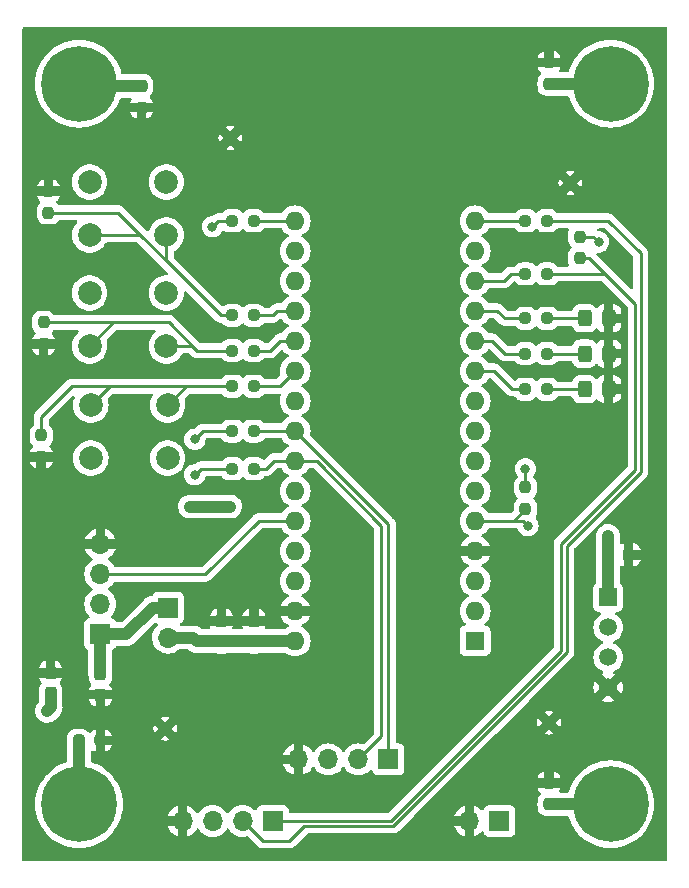
<source format=gbr>
%TF.GenerationSoftware,KiCad,Pcbnew,7.0.2-0*%
%TF.CreationDate,2025-01-08T13:47:24-05:00*%
%TF.ProjectId,plaqchek_mlb,706c6171-6368-4656-9b5f-6d6c622e6b69,rev?*%
%TF.SameCoordinates,Original*%
%TF.FileFunction,Copper,L1,Top*%
%TF.FilePolarity,Positive*%
%FSLAX46Y46*%
G04 Gerber Fmt 4.6, Leading zero omitted, Abs format (unit mm)*
G04 Created by KiCad (PCBNEW 7.0.2-0) date 2025-01-08 13:47:24*
%MOMM*%
%LPD*%
G01*
G04 APERTURE LIST*
G04 Aperture macros list*
%AMRoundRect*
0 Rectangle with rounded corners*
0 $1 Rounding radius*
0 $2 $3 $4 $5 $6 $7 $8 $9 X,Y pos of 4 corners*
0 Add a 4 corners polygon primitive as box body*
4,1,4,$2,$3,$4,$5,$6,$7,$8,$9,$2,$3,0*
0 Add four circle primitives for the rounded corners*
1,1,$1+$1,$2,$3*
1,1,$1+$1,$4,$5*
1,1,$1+$1,$6,$7*
1,1,$1+$1,$8,$9*
0 Add four rect primitives between the rounded corners*
20,1,$1+$1,$2,$3,$4,$5,0*
20,1,$1+$1,$4,$5,$6,$7,0*
20,1,$1+$1,$6,$7,$8,$9,0*
20,1,$1+$1,$8,$9,$2,$3,0*%
G04 Aperture macros list end*
%TA.AperFunction,SMDPad,CuDef*%
%ADD10C,1.000000*%
%TD*%
%TA.AperFunction,SMDPad,CuDef*%
%ADD11RoundRect,0.237500X-0.250000X-0.237500X0.250000X-0.237500X0.250000X0.237500X-0.250000X0.237500X0*%
%TD*%
%TA.AperFunction,SMDPad,CuDef*%
%ADD12RoundRect,0.237500X0.237500X-0.300000X0.237500X0.300000X-0.237500X0.300000X-0.237500X-0.300000X0*%
%TD*%
%TA.AperFunction,SMDPad,CuDef*%
%ADD13RoundRect,0.250000X0.325000X0.450000X-0.325000X0.450000X-0.325000X-0.450000X0.325000X-0.450000X0*%
%TD*%
%TA.AperFunction,SMDPad,CuDef*%
%ADD14RoundRect,0.237500X0.250000X0.237500X-0.250000X0.237500X-0.250000X-0.237500X0.250000X-0.237500X0*%
%TD*%
%TA.AperFunction,ComponentPad*%
%ADD15R,1.700000X1.700000*%
%TD*%
%TA.AperFunction,ComponentPad*%
%ADD16O,1.700000X1.700000*%
%TD*%
%TA.AperFunction,ComponentPad*%
%ADD17C,6.400000*%
%TD*%
%TA.AperFunction,SMDPad,CuDef*%
%ADD18RoundRect,0.237500X-0.237500X0.250000X-0.237500X-0.250000X0.237500X-0.250000X0.237500X0.250000X0*%
%TD*%
%TA.AperFunction,SMDPad,CuDef*%
%ADD19RoundRect,0.237500X0.237500X-0.250000X0.237500X0.250000X-0.237500X0.250000X-0.237500X-0.250000X0*%
%TD*%
%TA.AperFunction,SMDPad,CuDef*%
%ADD20RoundRect,0.237500X-0.237500X0.300000X-0.237500X-0.300000X0.237500X-0.300000X0.237500X0.300000X0*%
%TD*%
%TA.AperFunction,ComponentPad*%
%ADD21R,1.600000X1.600000*%
%TD*%
%TA.AperFunction,ComponentPad*%
%ADD22O,1.600000X1.600000*%
%TD*%
%TA.AperFunction,ComponentPad*%
%ADD23R,1.500000X1.500000*%
%TD*%
%TA.AperFunction,ComponentPad*%
%ADD24C,1.500000*%
%TD*%
%TA.AperFunction,SMDPad,CuDef*%
%ADD25RoundRect,0.237500X-0.300000X-0.237500X0.300000X-0.237500X0.300000X0.237500X-0.300000X0.237500X0*%
%TD*%
%TA.AperFunction,ComponentPad*%
%ADD26C,2.000000*%
%TD*%
%TA.AperFunction,ViaPad*%
%ADD27C,0.800000*%
%TD*%
%TA.AperFunction,Conductor*%
%ADD28C,0.250000*%
%TD*%
%TA.AperFunction,Conductor*%
%ADD29C,1.000000*%
%TD*%
G04 APERTURE END LIST*
D10*
%TO.P,TP4,1,1*%
%TO.N,GND*%
X158500000Y-116000000D03*
%TD*%
D11*
%TO.P,R17,1*%
%TO.N,Net-(H4-Pad1)*%
X151175000Y-117000000D03*
%TO.P,R17,2*%
%TO.N,GND*%
X153000000Y-117000000D03*
%TD*%
%TO.P,R1,1*%
%TO.N,Net-(A1-D10)*%
X189000000Y-77500000D03*
%TO.P,R1,2*%
%TO.N,SPI_3V3_ADC_CS*%
X190825000Y-77500000D03*
%TD*%
D12*
%TO.P,C5,1*%
%TO.N,Net-(A1-VIN)*%
X163250000Y-108600000D03*
%TO.P,C5,2*%
%TO.N,GND*%
X163250000Y-106875000D03*
%TD*%
D13*
%TO.P,D3,1,K*%
%TO.N,GND*%
X196050000Y-87250000D03*
%TO.P,D3,2,A*%
%TO.N,Net-(D3-A)*%
X194000000Y-87250000D03*
%TD*%
D14*
%TO.P,R5,1*%
%TO.N,/SW_PUSH2*%
X166000000Y-84000000D03*
%TO.P,R5,2*%
%TO.N,/SW_PUSH2_R*%
X164175000Y-84000000D03*
%TD*%
D12*
%TO.P,C3,1*%
%TO.N,+3V3*%
X148800000Y-113000000D03*
%TO.P,C3,2*%
%TO.N,GND*%
X148800000Y-111275000D03*
%TD*%
D15*
%TO.P,J3,1,Pin_1*%
%TO.N,VDAC_POT_PWM_3V3*%
X186800000Y-123800000D03*
D16*
%TO.P,J3,2,Pin_2*%
%TO.N,GND*%
X184260000Y-123800000D03*
%TD*%
D12*
%TO.P,C4,1*%
%TO.N,Net-(A1-VIN)*%
X166000000Y-108600000D03*
%TO.P,C4,2*%
%TO.N,GND*%
X166000000Y-106875000D03*
%TD*%
D15*
%TO.P,JP1,1,A*%
%TO.N,+12V*%
X158750000Y-105750000D03*
D16*
%TO.P,JP1,2,B*%
%TO.N,Net-(A1-VIN)*%
X158750000Y-108290000D03*
%TD*%
D14*
%TO.P,R6,1*%
%TO.N,/SW_FLIP*%
X166000000Y-87000000D03*
%TO.P,R6,2*%
%TO.N,/SW_FLIP_R*%
X164175000Y-87000000D03*
%TD*%
D17*
%TO.P,H4,1,1*%
%TO.N,Net-(H4-Pad1)*%
X151200000Y-122400000D03*
%TD*%
D18*
%TO.P,R33,1*%
%TO.N,GND*%
X148600000Y-70487500D03*
%TO.P,R33,2*%
%TO.N,/SW_PUSH1_R*%
X148600000Y-72312500D03*
%TD*%
D19*
%TO.P,R16,1*%
%TO.N,Net-(H3-Pad1)*%
X191000000Y-61412500D03*
%TO.P,R16,2*%
%TO.N,GND*%
X191000000Y-59587500D03*
%TD*%
D14*
%TO.P,R11,1*%
%TO.N,Net-(D2-A)*%
X190825000Y-84250000D03*
%TO.P,R11,2*%
%TO.N,/LED2*%
X189000000Y-84250000D03*
%TD*%
D13*
%TO.P,D2,1,K*%
%TO.N,GND*%
X196050000Y-84250000D03*
%TO.P,D2,2,A*%
%TO.N,Net-(D2-A)*%
X194000000Y-84250000D03*
%TD*%
D20*
%TO.P,C1,1*%
%TO.N,+12V*%
X153000000Y-111400000D03*
%TO.P,C1,2*%
%TO.N,GND*%
X153000000Y-113125000D03*
%TD*%
D14*
%TO.P,R3,1*%
%TO.N,Net-(A1-D13)*%
X166000000Y-73000000D03*
%TO.P,R3,2*%
%TO.N,SPI_3V3_ADC_SCLK*%
X164175000Y-73000000D03*
%TD*%
D15*
%TO.P,J5,1,Pin_1*%
%TO.N,+12V*%
X153000000Y-108000000D03*
D16*
%TO.P,J5,2,Pin_2*%
%TO.N,+3V3*%
X153000000Y-105460000D03*
%TO.P,J5,3,Pin_3*%
%TO.N,/PD_EN*%
X153000000Y-102920000D03*
%TO.P,J5,4,Pin_4*%
%TO.N,GND*%
X153000000Y-100380000D03*
%TD*%
D11*
%TO.P,R2,1*%
%TO.N,Net-(A1-D12)*%
X189000000Y-73000000D03*
%TO.P,R2,2*%
%TO.N,SPI_3V3_ADC_MISO*%
X190825000Y-73000000D03*
%TD*%
D17*
%TO.P,H3,1,1*%
%TO.N,Net-(H3-Pad1)*%
X196200000Y-61400000D03*
%TD*%
%TO.P,H1,1,1*%
%TO.N,Net-(H1-Pad1)*%
X196200000Y-122400000D03*
%TD*%
D18*
%TO.P,R15,1*%
%TO.N,Net-(H2-Pad1)*%
X156500000Y-61587500D03*
%TO.P,R15,2*%
%TO.N,GND*%
X156500000Y-63412500D03*
%TD*%
D15*
%TO.P,J1,1,Pin_1*%
%TO.N,SPI_3V3_ADC_CS*%
X167600000Y-123800000D03*
D16*
%TO.P,J1,2,Pin_2*%
%TO.N,SPI_3V3_ADC_MISO*%
X165060000Y-123800000D03*
%TO.P,J1,3,Pin_3*%
%TO.N,SPI_3V3_ADC_SCLK*%
X162520000Y-123800000D03*
%TO.P,J1,4,Pin_4*%
%TO.N,GND*%
X159980000Y-123800000D03*
%TD*%
D19*
%TO.P,R14,1*%
%TO.N,Net-(H1-Pad1)*%
X191000000Y-122412500D03*
%TO.P,R14,2*%
%TO.N,GND*%
X191000000Y-120587500D03*
%TD*%
D10*
%TO.P,TP1,1,1*%
%TO.N,GND*%
X191000000Y-115500000D03*
%TD*%
D19*
%TO.P,R8,1*%
%TO.N,/TEMP_SENS_OUT*%
X189000000Y-97400000D03*
%TO.P,R8,2*%
%TO.N,+3V3*%
X189000000Y-95575000D03*
%TD*%
D17*
%TO.P,H2,1,1*%
%TO.N,Net-(H2-Pad1)*%
X151200000Y-61400000D03*
%TD*%
D14*
%TO.P,R12,1*%
%TO.N,Net-(D3-A)*%
X190825000Y-87250000D03*
%TO.P,R12,2*%
%TO.N,/LED3*%
X189000000Y-87250000D03*
%TD*%
D19*
%TO.P,R10,1*%
%TO.N,SPI_3V3_ADC_CS*%
X193587500Y-76162500D03*
%TO.P,R10,2*%
%TO.N,+3V3*%
X193587500Y-74337500D03*
%TD*%
D10*
%TO.P,TP2,1,1*%
%TO.N,GND*%
X192800000Y-69800000D03*
%TD*%
D14*
%TO.P,R31,1*%
%TO.N,/SDL_DISPLAY*%
X166000000Y-94000000D03*
%TO.P,R31,2*%
%TO.N,+3V3*%
X164175000Y-94000000D03*
%TD*%
D10*
%TO.P,TP3,1,1*%
%TO.N,GND*%
X164000000Y-66000000D03*
%TD*%
D14*
%TO.P,R7,1*%
%TO.N,/SDA_DISPLAY*%
X166000000Y-90800000D03*
%TO.P,R7,2*%
%TO.N,+3V3*%
X164175000Y-90800000D03*
%TD*%
D21*
%TO.P,A1,1,D1/TX*%
%TO.N,unconnected-(A1-D1{slash}TX-Pad1)*%
X184740000Y-108560000D03*
D22*
%TO.P,A1,2,D0/RX*%
%TO.N,unconnected-(A1-D0{slash}RX-Pad2)*%
X184740000Y-106020000D03*
%TO.P,A1,3,~{RESET}*%
%TO.N,unconnected-(A1-~{RESET}-Pad3)*%
X184740000Y-103480000D03*
%TO.P,A1,4,GND*%
%TO.N,GND*%
X184740000Y-100940000D03*
%TO.P,A1,5,D2*%
%TO.N,/TEMP_SENS_OUT*%
X184740000Y-98400000D03*
%TO.P,A1,6,D3*%
%TO.N,VDAC_POT_PWM_3V3*%
X184740000Y-95860000D03*
%TO.P,A1,7,D4*%
%TO.N,unconnected-(A1-D4-Pad7)*%
X184740000Y-93320000D03*
%TO.P,A1,8,D5*%
%TO.N,unconnected-(A1-D5-Pad8)*%
X184740000Y-90780000D03*
%TO.P,A1,9,D6*%
%TO.N,unconnected-(A1-D6-Pad9)*%
X184740000Y-88240000D03*
%TO.P,A1,10,D7*%
%TO.N,/LED3*%
X184740000Y-85700000D03*
%TO.P,A1,11,D8*%
%TO.N,/LED2*%
X184740000Y-83160000D03*
%TO.P,A1,12,D9*%
%TO.N,/LED1*%
X184740000Y-80620000D03*
%TO.P,A1,13,D10*%
%TO.N,Net-(A1-D10)*%
X184740000Y-78080000D03*
%TO.P,A1,14,D11*%
%TO.N,unconnected-(A1-D11-Pad14)*%
X184740000Y-75540000D03*
%TO.P,A1,15,D12*%
%TO.N,Net-(A1-D12)*%
X184740000Y-73000000D03*
%TO.P,A1,16,D13*%
%TO.N,Net-(A1-D13)*%
X169500000Y-73000000D03*
%TO.P,A1,17,3V3*%
%TO.N,unconnected-(A1-3V3-Pad17)*%
X169500000Y-75540000D03*
%TO.P,A1,18,AREF*%
%TO.N,unconnected-(A1-AREF-Pad18)*%
X169500000Y-78080000D03*
%TO.P,A1,19,A0*%
%TO.N,/SW_PUSH1*%
X169500000Y-80620000D03*
%TO.P,A1,20,A1*%
%TO.N,/SW_PUSH2*%
X169500000Y-83160000D03*
%TO.P,A1,21,A2*%
%TO.N,/SW_FLIP*%
X169500000Y-85700000D03*
%TO.P,A1,22,A3*%
%TO.N,unconnected-(A1-A3-Pad22)*%
X169500000Y-88240000D03*
%TO.P,A1,23,A4*%
%TO.N,/SDA_DISPLAY*%
X169500000Y-90780000D03*
%TO.P,A1,24,A5*%
%TO.N,/SDL_DISPLAY*%
X169500000Y-93320000D03*
%TO.P,A1,25,A6*%
%TO.N,unconnected-(A1-A6-Pad25)*%
X169500000Y-95860000D03*
%TO.P,A1,26,A7*%
%TO.N,/PD_EN*%
X169500000Y-98400000D03*
%TO.P,A1,27,+5V*%
%TO.N,unconnected-(A1-+5V-Pad27)*%
X169500000Y-100940000D03*
%TO.P,A1,28,~{RESET}*%
%TO.N,unconnected-(A1-~{RESET}-Pad28)*%
X169500000Y-103480000D03*
%TO.P,A1,29,GND*%
%TO.N,GND*%
X169500000Y-106020000D03*
%TO.P,A1,30,VIN*%
%TO.N,Net-(A1-VIN)*%
X169500000Y-108560000D03*
%TD*%
D23*
%TO.P,U1,1,VCC*%
%TO.N,+3V3*%
X196000000Y-104880000D03*
D24*
%TO.P,U1,2,IO*%
%TO.N,/TEMP_SENS_OUT*%
X196000000Y-107420000D03*
%TO.P,U1,3,NC*%
%TO.N,unconnected-(U1-NC-Pad3)*%
X196000000Y-109960000D03*
%TO.P,U1,4,GND*%
%TO.N,GND*%
X196000000Y-112500000D03*
%TD*%
D14*
%TO.P,R4,1*%
%TO.N,/SW_PUSH1*%
X166000000Y-81000000D03*
%TO.P,R4,2*%
%TO.N,/SW_PUSH1_R*%
X164175000Y-81000000D03*
%TD*%
D25*
%TO.P,C2,1*%
%TO.N,+3V3*%
X196000000Y-101280000D03*
%TO.P,C2,2*%
%TO.N,GND*%
X197725000Y-101280000D03*
%TD*%
D13*
%TO.P,D1,1,K*%
%TO.N,GND*%
X196050000Y-81250000D03*
%TO.P,D1,2,A*%
%TO.N,Net-(D1-A)*%
X194000000Y-81250000D03*
%TD*%
D19*
%TO.P,R34,1*%
%TO.N,GND*%
X148200000Y-83425000D03*
%TO.P,R34,2*%
%TO.N,/SW_PUSH2_R*%
X148200000Y-81600000D03*
%TD*%
%TO.P,R13,1*%
%TO.N,GND*%
X148000000Y-93000000D03*
%TO.P,R13,2*%
%TO.N,/SW_FLIP_R*%
X148000000Y-91175000D03*
%TD*%
D14*
%TO.P,R9,1*%
%TO.N,Net-(D1-A)*%
X190825000Y-81250000D03*
%TO.P,R9,2*%
%TO.N,/LED1*%
X189000000Y-81250000D03*
%TD*%
D26*
%TO.P,SW3,1,1*%
%TO.N,+3V3*%
X158600000Y-79100000D03*
X152100000Y-79100000D03*
%TO.P,SW3,2,2*%
%TO.N,/SW_PUSH2_R*%
X158600000Y-83600000D03*
X152100000Y-83600000D03*
%TD*%
D15*
%TO.P,J2,1,Pin_1*%
%TO.N,/SDA_DISPLAY*%
X177400000Y-118600000D03*
D16*
%TO.P,J2,2,Pin_2*%
%TO.N,/SDL_DISPLAY*%
X174860000Y-118600000D03*
%TO.P,J2,3,Pin_3*%
%TO.N,+3V3*%
X172320000Y-118600000D03*
%TO.P,J2,4,Pin_4*%
%TO.N,GND*%
X169780000Y-118600000D03*
%TD*%
D26*
%TO.P,SW2,1,1*%
%TO.N,+3V3*%
X158600000Y-69700000D03*
X152100000Y-69700000D03*
%TO.P,SW2,2,2*%
%TO.N,/SW_PUSH1_R*%
X158600000Y-74200000D03*
X152100000Y-74200000D03*
%TD*%
%TO.P,SW1,1,1*%
%TO.N,+3V3*%
X152200000Y-93100000D03*
X158700000Y-93100000D03*
%TO.P,SW1,2,2*%
%TO.N,/SW_FLIP_R*%
X152200000Y-88600000D03*
X158700000Y-88600000D03*
%TD*%
D27*
%TO.N,GND*%
X187600000Y-75400000D03*
X198500000Y-96500000D03*
X196000000Y-94000000D03*
X198800000Y-73200000D03*
X197000000Y-76600000D03*
X194600000Y-71400000D03*
X190800000Y-75200000D03*
X187600000Y-71000000D03*
%TO.N,/TEMP_SENS_OUT*%
X189200000Y-98800000D03*
%TO.N,+3V3*%
X164000000Y-97200000D03*
X161000000Y-91500000D03*
X189000000Y-94000000D03*
X196000000Y-99680000D03*
X160600000Y-97200000D03*
X195200000Y-74800000D03*
X161000000Y-94500000D03*
X148500000Y-114500000D03*
%TO.N,SPI_3V3_ADC_SCLK*%
X162500000Y-73500000D03*
%TD*%
D28*
%TO.N,/TEMP_SENS_OUT*%
X184740000Y-98400000D02*
X188000000Y-98400000D01*
X188800000Y-98400000D02*
X189200000Y-98800000D01*
X188000000Y-98400000D02*
X188800000Y-98400000D01*
X188000000Y-98400000D02*
X189000000Y-97400000D01*
%TO.N,/PD_EN*%
X153000000Y-102920000D02*
X161880000Y-102920000D01*
X166400000Y-98400000D02*
X169500000Y-98400000D01*
X161880000Y-102920000D02*
X166400000Y-98400000D01*
%TO.N,/LED3*%
X186350000Y-85700000D02*
X187900000Y-87250000D01*
X187900000Y-87250000D02*
X189000000Y-87250000D01*
X184740000Y-85700000D02*
X186350000Y-85700000D01*
%TO.N,/LED2*%
X186160000Y-83160000D02*
X187250000Y-84250000D01*
X184740000Y-83160000D02*
X186160000Y-83160000D01*
X187250000Y-84250000D02*
X189000000Y-84250000D01*
%TO.N,/LED1*%
X189000000Y-81250000D02*
X187250000Y-81250000D01*
X187250000Y-81250000D02*
X186620000Y-80620000D01*
X186620000Y-80620000D02*
X184740000Y-80620000D01*
%TO.N,Net-(A1-D10)*%
X187170000Y-78080000D02*
X184740000Y-78080000D01*
X189000000Y-77500000D02*
X187750000Y-77500000D01*
X187750000Y-77500000D02*
X187170000Y-78080000D01*
%TO.N,Net-(A1-D12)*%
X184740000Y-73000000D02*
X189000000Y-73000000D01*
%TO.N,Net-(A1-D13)*%
X166000000Y-73000000D02*
X169500000Y-73000000D01*
%TO.N,/SW_PUSH1*%
X169500000Y-80620000D02*
X167980000Y-80620000D01*
X167600000Y-81000000D02*
X166000000Y-81000000D01*
X167980000Y-80620000D02*
X167600000Y-81000000D01*
%TO.N,/SW_PUSH2*%
X168240000Y-83160000D02*
X167400000Y-84000000D01*
X169500000Y-83160000D02*
X168240000Y-83160000D01*
X167400000Y-84000000D02*
X166000000Y-84000000D01*
%TO.N,/SW_FLIP*%
X168200000Y-87000000D02*
X166000000Y-87000000D01*
X169500000Y-85700000D02*
X168200000Y-87000000D01*
%TO.N,/SDA_DISPLAY*%
X166000000Y-90800000D02*
X166020000Y-90780000D01*
X177400000Y-98680000D02*
X177400000Y-118600000D01*
X166020000Y-90780000D02*
X169500000Y-90780000D01*
X169500000Y-90780000D02*
X177400000Y-98680000D01*
%TO.N,/SDL_DISPLAY*%
X166000000Y-94000000D02*
X167000000Y-94000000D01*
X174860000Y-118600000D02*
X176800000Y-116660000D01*
X176800000Y-116660000D02*
X176800000Y-98800000D01*
X167000000Y-94000000D02*
X167680000Y-93320000D01*
X176800000Y-98800000D02*
X171320000Y-93320000D01*
X167680000Y-93320000D02*
X169500000Y-93320000D01*
X171320000Y-93320000D02*
X169500000Y-93320000D01*
D29*
%TO.N,Net-(A1-VIN)*%
X166000000Y-108600000D02*
X163250000Y-108600000D01*
X169460000Y-108600000D02*
X169500000Y-108560000D01*
X166000000Y-108600000D02*
X169460000Y-108600000D01*
X160890000Y-108290000D02*
X161200000Y-108600000D01*
X158750000Y-108290000D02*
X160890000Y-108290000D01*
X161200000Y-108600000D02*
X163250000Y-108600000D01*
%TO.N,+12V*%
X157450000Y-105750000D02*
X155200000Y-108000000D01*
X158750000Y-105750000D02*
X157450000Y-105750000D01*
X155200000Y-108000000D02*
X153000000Y-108000000D01*
X153000000Y-111400000D02*
X153000000Y-108000000D01*
%TO.N,+3V3*%
X196000000Y-104880000D02*
X196000000Y-101280000D01*
D28*
X164175000Y-90800000D02*
X161700000Y-90800000D01*
X194737500Y-74337500D02*
X195200000Y-74800000D01*
D29*
X148800000Y-114200000D02*
X148500000Y-114500000D01*
X164000000Y-97200000D02*
X160600000Y-97200000D01*
D28*
X189000000Y-95575000D02*
X189000000Y-94000000D01*
X164175000Y-94000000D02*
X161500000Y-94000000D01*
X161700000Y-90800000D02*
X161000000Y-91500000D01*
X193587500Y-74337500D02*
X194737500Y-74337500D01*
X161500000Y-94000000D02*
X161000000Y-94500000D01*
D29*
X196000000Y-101280000D02*
X196000000Y-99680000D01*
X148800000Y-113000000D02*
X148800000Y-114200000D01*
D28*
%TO.N,Net-(D1-A)*%
X190825000Y-81250000D02*
X194000000Y-81250000D01*
%TO.N,Net-(D2-A)*%
X190825000Y-84250000D02*
X194000000Y-84250000D01*
%TO.N,Net-(D3-A)*%
X190825000Y-87250000D02*
X194000000Y-87250000D01*
%TO.N,SPI_3V3_ADC_CS*%
X192000000Y-100363604D02*
X192000000Y-109400000D01*
X194412500Y-76162500D02*
X193587500Y-76162500D01*
X198300000Y-80050000D02*
X198300000Y-94063604D01*
X190825000Y-77500000D02*
X195750000Y-77500000D01*
X195750000Y-77500000D02*
X194412500Y-76162500D01*
X192000000Y-109400000D02*
X177600000Y-123800000D01*
X198300000Y-94063604D02*
X192000000Y-100363604D01*
X177600000Y-123800000D02*
X167600000Y-123800000D01*
X195750000Y-77500000D02*
X198300000Y-80050000D01*
%TO.N,SPI_3V3_ADC_MISO*%
X165060000Y-123800000D02*
X166760000Y-125500000D01*
X192500000Y-100500000D02*
X198750000Y-94250000D01*
X196000000Y-73000000D02*
X190825000Y-73000000D01*
X192500000Y-109536396D02*
X192500000Y-100500000D01*
X198750000Y-94250000D02*
X198750000Y-75750000D01*
X169000000Y-125500000D02*
X170250000Y-124250000D01*
X198750000Y-75750000D02*
X196000000Y-73000000D01*
X166760000Y-125500000D02*
X169000000Y-125500000D01*
X170250000Y-124250000D02*
X177786396Y-124250000D01*
X177786396Y-124250000D02*
X192500000Y-109536396D01*
%TO.N,SPI_3V3_ADC_SCLK*%
X163000000Y-73000000D02*
X162500000Y-73500000D01*
X164175000Y-73000000D02*
X163000000Y-73000000D01*
%TO.N,/SW_PUSH1_R*%
X158600000Y-74200000D02*
X158600000Y-76400000D01*
X163200000Y-81000000D02*
X158800000Y-76600000D01*
X154512500Y-72312500D02*
X148600000Y-72312500D01*
X156400000Y-74200000D02*
X154512500Y-72312500D01*
X158800000Y-76600000D02*
X158500000Y-76300000D01*
X152100000Y-74200000D02*
X156400000Y-74200000D01*
X158800000Y-76600000D02*
X156400000Y-74200000D01*
X164175000Y-81000000D02*
X163200000Y-81000000D01*
X158600000Y-76400000D02*
X158800000Y-76600000D01*
%TO.N,/SW_PUSH2_R*%
X161200000Y-84000000D02*
X158800000Y-81600000D01*
X154100000Y-81600000D02*
X154200000Y-81600000D01*
X161200000Y-84000000D02*
X160800000Y-83600000D01*
X148200000Y-81600000D02*
X154000000Y-81600000D01*
X164175000Y-84000000D02*
X161200000Y-84000000D01*
X154200000Y-81600000D02*
X154000000Y-81600000D01*
X152100000Y-83600000D02*
X154100000Y-81600000D01*
X158600000Y-83600000D02*
X160800000Y-83600000D01*
X158800000Y-81600000D02*
X154200000Y-81600000D01*
%TO.N,/SW_FLIP_R*%
X160300000Y-87000000D02*
X160600000Y-87000000D01*
X148000000Y-89600000D02*
X148000000Y-91175000D01*
X160200000Y-87000000D02*
X160600000Y-87000000D01*
X153700000Y-87000000D02*
X154800000Y-87000000D01*
X160600000Y-87000000D02*
X154800000Y-87000000D01*
X153800000Y-87000000D02*
X154400000Y-87000000D01*
X150600000Y-87000000D02*
X148000000Y-89600000D01*
X158700000Y-88600000D02*
X160300000Y-87000000D01*
X154800000Y-87000000D02*
X154400000Y-87000000D01*
X154400000Y-87000000D02*
X150600000Y-87000000D01*
X152200000Y-88600000D02*
X153800000Y-87000000D01*
X164175000Y-87000000D02*
X160600000Y-87000000D01*
D29*
%TO.N,Net-(H1-Pad1)*%
X196187500Y-122412500D02*
X196200000Y-122400000D01*
X191000000Y-122412500D02*
X196187500Y-122412500D01*
%TO.N,Net-(H2-Pad1)*%
X151387500Y-61587500D02*
X151200000Y-61400000D01*
X156500000Y-61587500D02*
X151387500Y-61587500D01*
%TO.N,Net-(H3-Pad1)*%
X196187500Y-61412500D02*
X196200000Y-61400000D01*
X191000000Y-61412500D02*
X196187500Y-61412500D01*
%TO.N,Net-(H4-Pad1)*%
X151175000Y-117000000D02*
X151175000Y-122375000D01*
X151175000Y-122375000D02*
X151200000Y-122400000D01*
%TD*%
%TA.AperFunction,Conductor*%
%TO.N,GND*%
G36*
X168352851Y-99045185D02*
G01*
X168387387Y-99078377D01*
X168499953Y-99239140D01*
X168660859Y-99400046D01*
X168847263Y-99530566D01*
X168847266Y-99530568D01*
X168905275Y-99557618D01*
X168957714Y-99603791D01*
X168976865Y-99670985D01*
X168956649Y-99737866D01*
X168905275Y-99782382D01*
X168847263Y-99809433D01*
X168660859Y-99939953D01*
X168499953Y-100100859D01*
X168369432Y-100287264D01*
X168273261Y-100493502D01*
X168214364Y-100713310D01*
X168194531Y-100940000D01*
X168214364Y-101166689D01*
X168273261Y-101386497D01*
X168369432Y-101592735D01*
X168499953Y-101779140D01*
X168660859Y-101940046D01*
X168847263Y-102070566D01*
X168847266Y-102070568D01*
X168904683Y-102097342D01*
X168905275Y-102097618D01*
X168957714Y-102143791D01*
X168976865Y-102210985D01*
X168956649Y-102277866D01*
X168905275Y-102322381D01*
X168884576Y-102332033D01*
X168847263Y-102349433D01*
X168660859Y-102479953D01*
X168499953Y-102640859D01*
X168369432Y-102827264D01*
X168273261Y-103033502D01*
X168214364Y-103253310D01*
X168194531Y-103479999D01*
X168214364Y-103706689D01*
X168273261Y-103926497D01*
X168369432Y-104132735D01*
X168499953Y-104319140D01*
X168660859Y-104480046D01*
X168847264Y-104610567D01*
X168847265Y-104610567D01*
X168847266Y-104610568D01*
X168905865Y-104637893D01*
X168958304Y-104684065D01*
X168977456Y-104751259D01*
X168957240Y-104818140D01*
X168905866Y-104862656D01*
X168847522Y-104889863D01*
X168661180Y-105020341D01*
X168500341Y-105181180D01*
X168369865Y-105367519D01*
X168273733Y-105573673D01*
X168261320Y-105620000D01*
X169198103Y-105620000D01*
X169118239Y-105689202D01*
X169040507Y-105810156D01*
X169000000Y-105948111D01*
X169000000Y-106091889D01*
X169040507Y-106229844D01*
X169118239Y-106350798D01*
X169198103Y-106420000D01*
X168261320Y-106420000D01*
X168273733Y-106466326D01*
X168369865Y-106672480D01*
X168500341Y-106858819D01*
X168661180Y-107019658D01*
X168847519Y-107150134D01*
X168905865Y-107177342D01*
X168958304Y-107223514D01*
X168977456Y-107290708D01*
X168957240Y-107357589D01*
X168905866Y-107402105D01*
X168847267Y-107429430D01*
X168660859Y-107559953D01*
X168657632Y-107563181D01*
X168596309Y-107596666D01*
X168569951Y-107599500D01*
X167045491Y-107599500D01*
X166978452Y-107579815D01*
X166932697Y-107527011D01*
X166922753Y-107457853D01*
X166927785Y-107436496D01*
X166964681Y-107325151D01*
X166969805Y-107275000D01*
X165030196Y-107275000D01*
X165035318Y-107325150D01*
X165072215Y-107436496D01*
X165074617Y-107506325D01*
X165038885Y-107566366D01*
X164976365Y-107597559D01*
X164954509Y-107599500D01*
X164295491Y-107599500D01*
X164228452Y-107579815D01*
X164182697Y-107527011D01*
X164172753Y-107457853D01*
X164177785Y-107436496D01*
X164214681Y-107325151D01*
X164219805Y-107275000D01*
X162280196Y-107275000D01*
X162285318Y-107325150D01*
X162322215Y-107436496D01*
X162324617Y-107506325D01*
X162288885Y-107566366D01*
X162226365Y-107597559D01*
X162204509Y-107599500D01*
X161667238Y-107599500D01*
X161600199Y-107579815D01*
X161577363Y-107560931D01*
X161576433Y-107559953D01*
X161545059Y-107526947D01*
X161545058Y-107526946D01*
X161496642Y-107493247D01*
X161489119Y-107487575D01*
X161443405Y-107450300D01*
X161416440Y-107436215D01*
X161403019Y-107428084D01*
X161378049Y-107410705D01*
X161378048Y-107410704D01*
X161378046Y-107410703D01*
X161323845Y-107387443D01*
X161315336Y-107383402D01*
X161263053Y-107356092D01*
X161257126Y-107354396D01*
X161233798Y-107347721D01*
X161219020Y-107342459D01*
X161191058Y-107330460D01*
X161133272Y-107318583D01*
X161124128Y-107316338D01*
X161067421Y-107300113D01*
X161037075Y-107297802D01*
X161021534Y-107295622D01*
X160991742Y-107289500D01*
X160991741Y-107289500D01*
X160932758Y-107289500D01*
X160923344Y-107289142D01*
X160914198Y-107288445D01*
X160864524Y-107284663D01*
X160864523Y-107284663D01*
X160864522Y-107284663D01*
X160834349Y-107288506D01*
X160818683Y-107289500D01*
X159870858Y-107289500D01*
X159803819Y-107269815D01*
X159758064Y-107217011D01*
X159748120Y-107147853D01*
X159777145Y-107084297D01*
X159827521Y-107049319D01*
X159842331Y-107043796D01*
X159957546Y-106957546D01*
X160043796Y-106842331D01*
X160094091Y-106707483D01*
X160100500Y-106647873D01*
X160100500Y-106474999D01*
X162280195Y-106474999D01*
X162280196Y-106475000D01*
X162850000Y-106475000D01*
X162850000Y-105851910D01*
X163650000Y-105851910D01*
X163650000Y-106475000D01*
X164219803Y-106475000D01*
X164219803Y-106474999D01*
X165030195Y-106474999D01*
X165030196Y-106475000D01*
X165599999Y-106475000D01*
X165599999Y-105851910D01*
X166400000Y-105851910D01*
X166400000Y-106475000D01*
X166969803Y-106475000D01*
X166964681Y-106424849D01*
X166910453Y-106261198D01*
X166819943Y-106114459D01*
X166698038Y-105992554D01*
X166551305Y-105902047D01*
X166400000Y-105851910D01*
X165599999Y-105851910D01*
X165448694Y-105902047D01*
X165301961Y-105992554D01*
X165180056Y-106114459D01*
X165089546Y-106261198D01*
X165035318Y-106424848D01*
X165030195Y-106474999D01*
X164219803Y-106474999D01*
X164214681Y-106424849D01*
X164160453Y-106261198D01*
X164069943Y-106114459D01*
X163948038Y-105992554D01*
X163801305Y-105902047D01*
X163650000Y-105851910D01*
X162850000Y-105851910D01*
X162698694Y-105902047D01*
X162551961Y-105992554D01*
X162430056Y-106114459D01*
X162339546Y-106261198D01*
X162285318Y-106424848D01*
X162280195Y-106474999D01*
X160100500Y-106474999D01*
X160100499Y-104852128D01*
X160094091Y-104792517D01*
X160043796Y-104657669D01*
X159957546Y-104542454D01*
X159842331Y-104456204D01*
X159707483Y-104405909D01*
X159647873Y-104399500D01*
X159644550Y-104399500D01*
X157855439Y-104399500D01*
X157855420Y-104399500D01*
X157852128Y-104399501D01*
X157848848Y-104399853D01*
X157848840Y-104399854D01*
X157792515Y-104405909D01*
X157657669Y-104456204D01*
X157542453Y-104542454D01*
X157456202Y-104657670D01*
X157451024Y-104671555D01*
X157409152Y-104727488D01*
X157356717Y-104750275D01*
X157315571Y-104757649D01*
X157306244Y-104758958D01*
X157247559Y-104764926D01*
X157218531Y-104774033D01*
X157203296Y-104777772D01*
X157173350Y-104783140D01*
X157118555Y-104805026D01*
X157109685Y-104808184D01*
X157053410Y-104825841D01*
X157026814Y-104840602D01*
X157012644Y-104847331D01*
X156984382Y-104858621D01*
X156935122Y-104891086D01*
X156927066Y-104895967D01*
X156875495Y-104924591D01*
X156852406Y-104944412D01*
X156839883Y-104953855D01*
X156814484Y-104970596D01*
X156772782Y-105012297D01*
X156765875Y-105018698D01*
X156721104Y-105057134D01*
X156702480Y-105081194D01*
X156692107Y-105092971D01*
X154821899Y-106963181D01*
X154760576Y-106996666D01*
X154734218Y-106999500D01*
X154414142Y-106999500D01*
X154347103Y-106979815D01*
X154301348Y-106927011D01*
X154297961Y-106918835D01*
X154296708Y-106915478D01*
X154293796Y-106907669D01*
X154207546Y-106792454D01*
X154092331Y-106706204D01*
X154002596Y-106672735D01*
X153960916Y-106657189D01*
X153904983Y-106615317D01*
X153880566Y-106549853D01*
X153895418Y-106481580D01*
X153916563Y-106453332D01*
X154038495Y-106331401D01*
X154174035Y-106137830D01*
X154273903Y-105923663D01*
X154335063Y-105695408D01*
X154355659Y-105460000D01*
X154335063Y-105224592D01*
X154273903Y-104996337D01*
X154174035Y-104782171D01*
X154038495Y-104588599D01*
X153871401Y-104421505D01*
X153685839Y-104291573D01*
X153642215Y-104236997D01*
X153635023Y-104167498D01*
X153666545Y-104105144D01*
X153685831Y-104088432D01*
X153871401Y-103958495D01*
X154038495Y-103791401D01*
X154173653Y-103598374D01*
X154228229Y-103554752D01*
X154275227Y-103545500D01*
X161797256Y-103545500D01*
X161817762Y-103547764D01*
X161820665Y-103547672D01*
X161820667Y-103547673D01*
X161887872Y-103545561D01*
X161891768Y-103545500D01*
X161915448Y-103545500D01*
X161919350Y-103545500D01*
X161923313Y-103544999D01*
X161934962Y-103544080D01*
X161978627Y-103542709D01*
X161997859Y-103537120D01*
X162016918Y-103533174D01*
X162023196Y-103532381D01*
X162036792Y-103530664D01*
X162077407Y-103514582D01*
X162088444Y-103510803D01*
X162130390Y-103498618D01*
X162147629Y-103488422D01*
X162165102Y-103479862D01*
X162183732Y-103472486D01*
X162219064Y-103446814D01*
X162228830Y-103440400D01*
X162266418Y-103418171D01*
X162266417Y-103418171D01*
X162266420Y-103418170D01*
X162280585Y-103404004D01*
X162295373Y-103391373D01*
X162311587Y-103379594D01*
X162339438Y-103345926D01*
X162347279Y-103337309D01*
X166622771Y-99061819D01*
X166684095Y-99028334D01*
X166710453Y-99025500D01*
X168285812Y-99025500D01*
X168352851Y-99045185D01*
G37*
%TD.AperFunction*%
%TA.AperFunction,Conductor*%
G36*
X188120058Y-73645185D02*
G01*
X188158559Y-73684405D01*
X188167161Y-73698352D01*
X188289147Y-73820338D01*
X188289149Y-73820339D01*
X188289150Y-73820340D01*
X188319628Y-73839139D01*
X188435984Y-73910908D01*
X188599746Y-73965174D01*
X188697690Y-73975180D01*
X188697691Y-73975180D01*
X188700823Y-73975500D01*
X189299176Y-73975499D01*
X189400253Y-73965174D01*
X189564016Y-73910908D01*
X189710850Y-73820340D01*
X189764043Y-73767147D01*
X189824819Y-73706372D01*
X189886142Y-73672887D01*
X189955834Y-73677871D01*
X190000181Y-73706372D01*
X190114147Y-73820338D01*
X190114149Y-73820339D01*
X190114150Y-73820340D01*
X190144628Y-73839139D01*
X190260984Y-73910908D01*
X190424746Y-73965174D01*
X190522690Y-73975180D01*
X190522691Y-73975180D01*
X190525823Y-73975500D01*
X191124176Y-73975499D01*
X191225253Y-73965174D01*
X191389016Y-73910908D01*
X191535850Y-73820340D01*
X191657840Y-73698350D01*
X191666441Y-73684404D01*
X191718389Y-73637679D01*
X191771981Y-73625500D01*
X192553909Y-73625500D01*
X192620948Y-73645185D01*
X192666703Y-73697989D01*
X192676647Y-73767147D01*
X192671615Y-73788504D01*
X192622325Y-73937246D01*
X192612319Y-74035190D01*
X192612317Y-74035210D01*
X192612000Y-74038323D01*
X192612000Y-74041470D01*
X192612000Y-74041471D01*
X192612000Y-74633526D01*
X192612000Y-74633545D01*
X192612001Y-74636676D01*
X192612320Y-74639808D01*
X192612321Y-74639809D01*
X192622325Y-74737752D01*
X192676591Y-74901515D01*
X192767161Y-75048352D01*
X192881128Y-75162319D01*
X192914613Y-75223642D01*
X192909629Y-75293334D01*
X192881128Y-75337681D01*
X192767161Y-75451647D01*
X192676591Y-75598484D01*
X192622325Y-75762246D01*
X192612319Y-75860190D01*
X192612317Y-75860210D01*
X192612000Y-75863323D01*
X192612000Y-75866470D01*
X192612000Y-75866471D01*
X192612000Y-76458526D01*
X192612000Y-76458545D01*
X192612001Y-76461676D01*
X192612320Y-76464808D01*
X192612321Y-76464809D01*
X192622325Y-76562752D01*
X192671615Y-76711496D01*
X192674017Y-76781324D01*
X192638285Y-76841366D01*
X192575765Y-76872559D01*
X192553909Y-76874500D01*
X191771981Y-76874500D01*
X191704942Y-76854815D01*
X191666441Y-76815595D01*
X191657838Y-76801647D01*
X191535852Y-76679661D01*
X191389015Y-76589091D01*
X191225253Y-76534825D01*
X191127309Y-76524819D01*
X191127290Y-76524818D01*
X191124177Y-76524500D01*
X191121028Y-76524500D01*
X190528973Y-76524500D01*
X190528953Y-76524500D01*
X190525824Y-76524501D01*
X190522692Y-76524820D01*
X190522690Y-76524821D01*
X190424747Y-76534825D01*
X190260984Y-76589091D01*
X190114147Y-76679661D01*
X190000181Y-76793628D01*
X189938858Y-76827113D01*
X189869166Y-76822129D01*
X189824819Y-76793628D01*
X189710852Y-76679661D01*
X189564015Y-76589091D01*
X189400253Y-76534825D01*
X189302309Y-76524819D01*
X189302290Y-76524818D01*
X189299177Y-76524500D01*
X189296028Y-76524500D01*
X188703973Y-76524500D01*
X188703953Y-76524500D01*
X188700824Y-76524501D01*
X188697692Y-76524820D01*
X188697690Y-76524821D01*
X188599747Y-76534825D01*
X188435984Y-76589091D01*
X188289147Y-76679661D01*
X188167161Y-76801647D01*
X188158559Y-76815595D01*
X188106611Y-76862321D01*
X188053019Y-76874500D01*
X187832744Y-76874500D01*
X187812237Y-76872235D01*
X187742127Y-76874439D01*
X187738232Y-76874500D01*
X187710650Y-76874500D01*
X187706805Y-76874985D01*
X187706780Y-76874987D01*
X187706653Y-76875004D01*
X187695033Y-76875918D01*
X187651369Y-76877290D01*
X187632129Y-76882880D01*
X187613081Y-76886825D01*
X187593209Y-76889335D01*
X187552599Y-76905413D01*
X187541554Y-76909194D01*
X187499610Y-76921381D01*
X187482365Y-76931579D01*
X187464904Y-76940133D01*
X187446267Y-76947512D01*
X187410931Y-76973185D01*
X187401174Y-76979595D01*
X187363580Y-77001829D01*
X187349413Y-77015996D01*
X187334624Y-77028626D01*
X187318413Y-77040404D01*
X187290572Y-77074058D01*
X187282711Y-77082697D01*
X186947228Y-77418181D01*
X186885905Y-77451666D01*
X186859547Y-77454500D01*
X185954188Y-77454500D01*
X185887149Y-77434815D01*
X185852613Y-77401623D01*
X185740046Y-77240859D01*
X185579140Y-77079953D01*
X185392733Y-76949431D01*
X185334725Y-76922382D01*
X185282285Y-76876210D01*
X185263133Y-76809017D01*
X185283348Y-76742135D01*
X185334725Y-76697618D01*
X185392734Y-76670568D01*
X185579139Y-76540047D01*
X185740047Y-76379139D01*
X185870568Y-76192734D01*
X185966739Y-75986496D01*
X186025635Y-75766692D01*
X186045468Y-75540000D01*
X186025635Y-75313308D01*
X185966739Y-75093504D01*
X185870568Y-74887266D01*
X185841817Y-74846204D01*
X185740046Y-74700859D01*
X185579140Y-74539953D01*
X185392733Y-74409431D01*
X185334725Y-74382382D01*
X185282285Y-74336210D01*
X185263133Y-74269017D01*
X185283348Y-74202135D01*
X185334725Y-74157618D01*
X185392734Y-74130568D01*
X185579139Y-74000047D01*
X185740047Y-73839139D01*
X185806737Y-73743895D01*
X185852613Y-73678377D01*
X185907189Y-73634752D01*
X185954188Y-73625500D01*
X188053019Y-73625500D01*
X188120058Y-73645185D01*
G37*
%TD.AperFunction*%
%TA.AperFunction,Conductor*%
G36*
X195756587Y-73645185D02*
G01*
X195777229Y-73661818D01*
X198088182Y-75972772D01*
X198121666Y-76034093D01*
X198124500Y-76060451D01*
X198124500Y-78690547D01*
X198104815Y-78757586D01*
X198052011Y-78803341D01*
X197982853Y-78813285D01*
X197919297Y-78784260D01*
X197912819Y-78778228D01*
X196250802Y-77116211D01*
X196237906Y-77100113D01*
X196186775Y-77052098D01*
X196183978Y-77049387D01*
X196164480Y-77029889D01*
X196164471Y-77029880D01*
X196164466Y-77029876D01*
X195659090Y-76524500D01*
X195046772Y-75912181D01*
X195013287Y-75850858D01*
X195018271Y-75781166D01*
X195060143Y-75725233D01*
X195125607Y-75700816D01*
X195134453Y-75700500D01*
X195294648Y-75700500D01*
X195418083Y-75674262D01*
X195479803Y-75661144D01*
X195652730Y-75584151D01*
X195700679Y-75549314D01*
X195805870Y-75472889D01*
X195824997Y-75451647D01*
X195932533Y-75332216D01*
X196027179Y-75168284D01*
X196085674Y-74988256D01*
X196105460Y-74800000D01*
X196085674Y-74611744D01*
X196032412Y-74447821D01*
X196027179Y-74431715D01*
X195932533Y-74267783D01*
X195805870Y-74127110D01*
X195652730Y-74015848D01*
X195479802Y-73938855D01*
X195294648Y-73899500D01*
X195294646Y-73899500D01*
X195234890Y-73899500D01*
X195167851Y-73879815D01*
X195153771Y-73869180D01*
X195151971Y-73867380D01*
X195148908Y-73865003D01*
X195148898Y-73864995D01*
X195148790Y-73864912D01*
X195139922Y-73857337D01*
X195121342Y-73839890D01*
X195085949Y-73779649D01*
X195088743Y-73709835D01*
X195128838Y-73652615D01*
X195193503Y-73626155D01*
X195206228Y-73625500D01*
X195689548Y-73625500D01*
X195756587Y-73645185D01*
G37*
%TD.AperFunction*%
%TA.AperFunction,Conductor*%
G36*
X200942539Y-56620185D02*
G01*
X200988294Y-56672989D01*
X200999500Y-56724500D01*
X200999500Y-127075500D01*
X200979815Y-127142539D01*
X200927011Y-127188294D01*
X200875500Y-127199500D01*
X146524500Y-127199500D01*
X146457461Y-127179815D01*
X146411706Y-127127011D01*
X146400500Y-127075500D01*
X146400500Y-122400000D01*
X147494422Y-122400000D01*
X147494592Y-122403243D01*
X147510756Y-122711676D01*
X147514722Y-122787338D01*
X147515227Y-122790531D01*
X147515229Y-122790543D01*
X147574889Y-123167224D01*
X147574891Y-123167237D01*
X147575398Y-123170433D01*
X147576235Y-123173557D01*
X147576237Y-123173566D01*
X147665019Y-123504905D01*
X147675786Y-123545087D01*
X147676943Y-123548102D01*
X147676945Y-123548108D01*
X147814786Y-123907194D01*
X147816255Y-123910077D01*
X147816259Y-123910086D01*
X147976691Y-124224952D01*
X147990875Y-124252789D01*
X148202124Y-124578084D01*
X148299127Y-124697873D01*
X148436182Y-124867122D01*
X148446219Y-124879516D01*
X148720484Y-125153781D01*
X149021916Y-125397876D01*
X149347211Y-125609125D01*
X149692806Y-125785214D01*
X150054913Y-125924214D01*
X150429567Y-126024602D01*
X150812662Y-126085278D01*
X151200000Y-126105578D01*
X151587338Y-126085278D01*
X151970433Y-126024602D01*
X152345087Y-125924214D01*
X152707194Y-125785214D01*
X153052789Y-125609125D01*
X153378084Y-125397876D01*
X153679516Y-125153781D01*
X153953781Y-124879516D01*
X154197876Y-124578084D01*
X154409125Y-124252789D01*
X154436022Y-124200000D01*
X158689557Y-124200000D01*
X158706569Y-124263491D01*
X158806399Y-124477576D01*
X158941893Y-124671081D01*
X159108918Y-124838106D01*
X159302423Y-124973600D01*
X159516508Y-125073430D01*
X159580000Y-125090442D01*
X159580000Y-124200000D01*
X158689557Y-124200000D01*
X154436022Y-124200000D01*
X154585214Y-123907194D01*
X154598766Y-123871889D01*
X159480000Y-123871889D01*
X159520507Y-124009844D01*
X159598239Y-124130798D01*
X159706900Y-124224952D01*
X159837685Y-124284680D01*
X159944237Y-124300000D01*
X160015763Y-124300000D01*
X160122315Y-124284680D01*
X160253100Y-124224952D01*
X160361761Y-124130798D01*
X160380000Y-124102417D01*
X160380000Y-125090441D01*
X160443491Y-125073430D01*
X160657576Y-124973600D01*
X160851081Y-124838106D01*
X161018109Y-124671078D01*
X161148119Y-124485405D01*
X161202696Y-124441780D01*
X161272194Y-124434586D01*
X161334549Y-124466109D01*
X161351265Y-124485400D01*
X161481505Y-124671401D01*
X161648599Y-124838495D01*
X161842170Y-124974035D01*
X162056337Y-125073903D01*
X162284592Y-125135063D01*
X162520000Y-125155659D01*
X162755408Y-125135063D01*
X162983663Y-125073903D01*
X163197830Y-124974035D01*
X163391401Y-124838495D01*
X163558495Y-124671401D01*
X163688426Y-124485839D01*
X163743002Y-124442216D01*
X163812500Y-124435022D01*
X163874855Y-124466545D01*
X163891571Y-124485837D01*
X164021505Y-124671401D01*
X164188599Y-124838495D01*
X164382170Y-124974035D01*
X164596337Y-125073903D01*
X164824592Y-125135062D01*
X164824592Y-125135063D01*
X165059999Y-125155659D01*
X165059999Y-125155658D01*
X165060000Y-125155659D01*
X165295408Y-125135063D01*
X165395873Y-125108143D01*
X165465721Y-125109806D01*
X165515647Y-125140237D01*
X166259196Y-125883787D01*
X166272096Y-125899888D01*
X166323223Y-125947900D01*
X166326020Y-125950611D01*
X166345529Y-125970120D01*
X166348709Y-125972587D01*
X166357571Y-125980155D01*
X166389418Y-126010062D01*
X166406972Y-126019712D01*
X166423236Y-126030396D01*
X166434972Y-126039499D01*
X166439064Y-126042673D01*
X166463909Y-126053424D01*
X166479152Y-126060021D01*
X166489631Y-126065154D01*
X166527908Y-126086197D01*
X166547306Y-126091177D01*
X166565708Y-126097477D01*
X166584104Y-126105438D01*
X166627261Y-126112273D01*
X166638664Y-126114634D01*
X166680981Y-126125500D01*
X166701016Y-126125500D01*
X166720413Y-126127026D01*
X166740196Y-126130160D01*
X166783674Y-126126050D01*
X166795344Y-126125500D01*
X168917256Y-126125500D01*
X168937762Y-126127764D01*
X168940665Y-126127672D01*
X168940667Y-126127673D01*
X169007872Y-126125561D01*
X169011768Y-126125500D01*
X169035448Y-126125500D01*
X169039350Y-126125500D01*
X169043313Y-126124999D01*
X169054962Y-126124080D01*
X169098627Y-126122709D01*
X169117859Y-126117120D01*
X169136918Y-126113174D01*
X169144091Y-126112268D01*
X169156792Y-126110664D01*
X169197407Y-126094582D01*
X169208444Y-126090803D01*
X169250390Y-126078618D01*
X169267629Y-126068422D01*
X169285102Y-126059862D01*
X169303732Y-126052486D01*
X169339064Y-126026814D01*
X169348830Y-126020400D01*
X169386418Y-125998171D01*
X169386417Y-125998171D01*
X169386420Y-125998170D01*
X169400585Y-125984004D01*
X169415373Y-125971373D01*
X169431587Y-125959594D01*
X169459438Y-125925926D01*
X169467279Y-125917309D01*
X170472771Y-124911819D01*
X170534095Y-124878334D01*
X170560453Y-124875500D01*
X177703652Y-124875500D01*
X177724158Y-124877764D01*
X177727061Y-124877672D01*
X177727063Y-124877673D01*
X177794268Y-124875561D01*
X177798164Y-124875500D01*
X177821844Y-124875500D01*
X177825746Y-124875500D01*
X177829709Y-124874999D01*
X177841358Y-124874080D01*
X177885023Y-124872709D01*
X177904255Y-124867120D01*
X177923314Y-124863174D01*
X177929592Y-124862381D01*
X177943188Y-124860664D01*
X177983803Y-124844582D01*
X177994840Y-124840803D01*
X178036786Y-124828618D01*
X178054025Y-124818422D01*
X178071498Y-124809862D01*
X178090128Y-124802486D01*
X178125460Y-124776814D01*
X178135226Y-124770400D01*
X178137018Y-124769340D01*
X178172816Y-124748170D01*
X178186981Y-124734004D01*
X178201769Y-124721373D01*
X178217983Y-124709594D01*
X178245834Y-124675926D01*
X178253675Y-124667309D01*
X178720984Y-124200000D01*
X182969557Y-124200000D01*
X182986569Y-124263491D01*
X183086399Y-124477576D01*
X183221893Y-124671081D01*
X183388918Y-124838106D01*
X183582423Y-124973600D01*
X183796508Y-125073430D01*
X183859998Y-125090442D01*
X183859999Y-125090442D01*
X183860000Y-124200000D01*
X182969557Y-124200000D01*
X178720984Y-124200000D01*
X179049095Y-123871889D01*
X183760000Y-123871889D01*
X183800507Y-124009844D01*
X183878239Y-124130798D01*
X183986900Y-124224952D01*
X184117685Y-124284680D01*
X184224237Y-124300000D01*
X184295763Y-124300000D01*
X184402315Y-124284680D01*
X184533100Y-124224952D01*
X184641761Y-124130798D01*
X184659999Y-124102417D01*
X184660000Y-125090441D01*
X184723491Y-125073430D01*
X184937576Y-124973600D01*
X185131077Y-124838109D01*
X185253133Y-124716053D01*
X185314456Y-124682568D01*
X185384148Y-124687552D01*
X185440082Y-124729423D01*
X185456996Y-124760399D01*
X185506204Y-124892331D01*
X185592454Y-125007546D01*
X185707669Y-125093796D01*
X185842517Y-125144091D01*
X185902127Y-125150500D01*
X187697872Y-125150499D01*
X187757483Y-125144091D01*
X187892331Y-125093796D01*
X188007546Y-125007546D01*
X188093796Y-124892331D01*
X188144091Y-124757483D01*
X188150500Y-124697873D01*
X188150499Y-122902128D01*
X188144091Y-122842517D01*
X188093796Y-122707669D01*
X188007546Y-122592454D01*
X187892331Y-122506204D01*
X187777669Y-122463438D01*
X189995631Y-122463438D01*
X190023070Y-122642554D01*
X190024500Y-122661328D01*
X190024500Y-122708526D01*
X190024500Y-122708544D01*
X190024501Y-122711676D01*
X190024820Y-122714808D01*
X190024821Y-122714809D01*
X190034825Y-122812752D01*
X190089091Y-122976515D01*
X190179661Y-123123352D01*
X190301647Y-123245338D01*
X190448484Y-123335908D01*
X190612246Y-123390174D01*
X190686535Y-123397763D01*
X190713323Y-123400500D01*
X190824818Y-123400499D01*
X190849780Y-123403037D01*
X190866556Y-123406484D01*
X190898259Y-123413000D01*
X192545244Y-123413000D01*
X192612283Y-123432685D01*
X192658038Y-123485489D01*
X192665018Y-123504905D01*
X192674944Y-123541949D01*
X192674947Y-123541957D01*
X192675786Y-123545087D01*
X192676941Y-123548096D01*
X192676945Y-123548108D01*
X192813622Y-123904162D01*
X192814786Y-123907194D01*
X192816255Y-123910077D01*
X192816259Y-123910086D01*
X192976691Y-124224952D01*
X192990875Y-124252789D01*
X193202124Y-124578084D01*
X193299127Y-124697873D01*
X193436182Y-124867122D01*
X193446219Y-124879516D01*
X193720484Y-125153781D01*
X194021916Y-125397876D01*
X194347211Y-125609125D01*
X194692806Y-125785214D01*
X195054913Y-125924214D01*
X195429567Y-126024602D01*
X195812662Y-126085278D01*
X196200000Y-126105578D01*
X196587338Y-126085278D01*
X196970433Y-126024602D01*
X197345087Y-125924214D01*
X197707194Y-125785214D01*
X198052789Y-125609125D01*
X198378084Y-125397876D01*
X198679516Y-125153781D01*
X198953781Y-124879516D01*
X199197876Y-124578084D01*
X199409125Y-124252789D01*
X199585214Y-123907194D01*
X199724214Y-123545087D01*
X199824602Y-123170433D01*
X199885278Y-122787338D01*
X199905578Y-122400000D01*
X199885278Y-122012662D01*
X199824602Y-121629567D01*
X199724214Y-121254913D01*
X199585214Y-120892806D01*
X199409125Y-120547211D01*
X199197876Y-120221916D01*
X198953781Y-119920484D01*
X198679516Y-119646219D01*
X198669976Y-119638494D01*
X198519412Y-119516569D01*
X198378084Y-119402124D01*
X198052789Y-119190875D01*
X198049901Y-119189403D01*
X198049895Y-119189400D01*
X197710086Y-119016259D01*
X197710077Y-119016255D01*
X197707194Y-119014786D01*
X197704162Y-119013622D01*
X197348110Y-118876946D01*
X197348102Y-118876943D01*
X197345087Y-118875786D01*
X197341962Y-118874948D01*
X197341957Y-118874947D01*
X196973566Y-118776237D01*
X196973557Y-118776235D01*
X196970433Y-118775398D01*
X196967237Y-118774891D01*
X196967224Y-118774889D01*
X196590543Y-118715229D01*
X196590531Y-118715227D01*
X196587338Y-118714722D01*
X196584103Y-118714552D01*
X196584099Y-118714552D01*
X196203244Y-118694592D01*
X196200000Y-118694422D01*
X196196756Y-118694592D01*
X195815900Y-118714552D01*
X195815894Y-118714552D01*
X195812662Y-118714722D01*
X195809470Y-118715227D01*
X195809456Y-118715229D01*
X195432775Y-118774889D01*
X195432758Y-118774892D01*
X195429567Y-118775398D01*
X195426446Y-118776234D01*
X195426433Y-118776237D01*
X195058042Y-118874947D01*
X195058031Y-118874950D01*
X195054913Y-118875786D01*
X195051902Y-118876941D01*
X195051889Y-118876946D01*
X194695837Y-119013622D01*
X194695828Y-119013625D01*
X194692806Y-119014786D01*
X194689929Y-119016251D01*
X194689913Y-119016259D01*
X194350104Y-119189400D01*
X194350090Y-119189408D01*
X194347211Y-119190875D01*
X194344491Y-119192641D01*
X194344483Y-119192646D01*
X194024644Y-119400352D01*
X194024638Y-119400355D01*
X194021916Y-119402124D01*
X194019396Y-119404164D01*
X194019390Y-119404169D01*
X193723002Y-119644179D01*
X193722991Y-119644188D01*
X193720484Y-119646219D01*
X193718199Y-119648503D01*
X193718189Y-119648513D01*
X193448513Y-119918189D01*
X193448503Y-119918199D01*
X193446219Y-119920484D01*
X193444188Y-119922991D01*
X193444179Y-119923002D01*
X193204169Y-120219390D01*
X193204164Y-120219396D01*
X193202124Y-120221916D01*
X193200355Y-120224638D01*
X193200352Y-120224644D01*
X192992646Y-120544483D01*
X192992641Y-120544491D01*
X192990875Y-120547211D01*
X192989408Y-120550090D01*
X192989400Y-120550104D01*
X192816259Y-120889913D01*
X192816251Y-120889929D01*
X192814786Y-120892806D01*
X192813625Y-120895828D01*
X192813622Y-120895837D01*
X192676946Y-121251889D01*
X192676941Y-121251902D01*
X192675786Y-121254913D01*
X192674949Y-121258037D01*
X192658321Y-121320094D01*
X192621956Y-121379754D01*
X192559109Y-121410283D01*
X192538546Y-121412000D01*
X191971828Y-121412000D01*
X191904789Y-121392315D01*
X191859034Y-121339511D01*
X191849090Y-121270353D01*
X191866289Y-121222903D01*
X191910453Y-121151301D01*
X191964680Y-120987652D01*
X191964696Y-120987500D01*
X190035304Y-120987500D01*
X190035319Y-120987652D01*
X190089546Y-121151301D01*
X190180056Y-121298040D01*
X190293981Y-121411965D01*
X190327466Y-121473288D01*
X190322482Y-121542980D01*
X190293982Y-121587327D01*
X190179660Y-121701649D01*
X190089091Y-121848484D01*
X190034825Y-122012246D01*
X190024819Y-122110190D01*
X190024817Y-122110210D01*
X190024500Y-122113323D01*
X190024500Y-122116471D01*
X190024500Y-122172726D01*
X190020541Y-122203806D01*
X190005937Y-122260215D01*
X189996600Y-122444340D01*
X189995631Y-122463438D01*
X187777669Y-122463438D01*
X187757483Y-122455909D01*
X187697873Y-122449500D01*
X187694550Y-122449500D01*
X185905439Y-122449500D01*
X185905420Y-122449500D01*
X185902128Y-122449501D01*
X185898848Y-122449853D01*
X185898840Y-122449854D01*
X185842515Y-122455909D01*
X185707669Y-122506204D01*
X185592454Y-122592454D01*
X185506204Y-122707669D01*
X185456997Y-122839599D01*
X185415125Y-122895532D01*
X185349661Y-122919949D01*
X185281388Y-122905097D01*
X185253134Y-122883946D01*
X185131081Y-122761893D01*
X184937576Y-122626399D01*
X184723492Y-122526569D01*
X184660000Y-122509556D01*
X184659999Y-123497582D01*
X184641761Y-123469202D01*
X184533100Y-123375048D01*
X184402315Y-123315320D01*
X184295763Y-123300000D01*
X184224237Y-123300000D01*
X184117685Y-123315320D01*
X183986900Y-123375048D01*
X183878239Y-123469202D01*
X183800507Y-123590156D01*
X183760000Y-123728111D01*
X183760000Y-123871889D01*
X179049095Y-123871889D01*
X179520984Y-123400000D01*
X182969557Y-123400000D01*
X183859999Y-123400000D01*
X183859999Y-122509556D01*
X183859998Y-122509555D01*
X183796511Y-122526567D01*
X183582421Y-122626400D01*
X183388921Y-122761890D01*
X183221890Y-122928921D01*
X183086400Y-123122421D01*
X182986569Y-123336509D01*
X182969557Y-123400000D01*
X179520984Y-123400000D01*
X182733484Y-120187500D01*
X190035304Y-120187500D01*
X190600000Y-120187500D01*
X190600000Y-119614410D01*
X191400000Y-119614410D01*
X191400000Y-120187500D01*
X191964695Y-120187500D01*
X191964680Y-120187347D01*
X191910453Y-120023698D01*
X191819943Y-119876959D01*
X191698038Y-119755054D01*
X191551305Y-119664547D01*
X191400000Y-119614410D01*
X190600000Y-119614410D01*
X190448694Y-119664547D01*
X190301961Y-119755054D01*
X190180056Y-119876959D01*
X190089546Y-120023698D01*
X190035319Y-120187347D01*
X190035304Y-120187500D01*
X182733484Y-120187500D01*
X186487545Y-116433440D01*
X190632244Y-116433440D01*
X190803967Y-116485531D01*
X191000000Y-116504838D01*
X191196035Y-116485530D01*
X191367754Y-116433440D01*
X191367754Y-116433439D01*
X191000001Y-116065685D01*
X191000000Y-116065685D01*
X190632244Y-116433440D01*
X186487545Y-116433440D01*
X187420985Y-115500000D01*
X189995161Y-115500000D01*
X190014468Y-115696032D01*
X190066559Y-115867753D01*
X190434314Y-115500000D01*
X191565685Y-115500000D01*
X191933439Y-115867754D01*
X191933440Y-115867754D01*
X191985530Y-115696035D01*
X192004838Y-115500000D01*
X191985531Y-115303967D01*
X191933440Y-115132244D01*
X191565685Y-115500000D01*
X190434314Y-115500000D01*
X190066559Y-115132245D01*
X190014468Y-115303967D01*
X189995161Y-115500000D01*
X187420985Y-115500000D01*
X188354426Y-114566559D01*
X190632245Y-114566559D01*
X191000000Y-114934314D01*
X191000001Y-114934314D01*
X191367753Y-114566559D01*
X191196032Y-114514468D01*
X190999999Y-114495161D01*
X190803967Y-114514468D01*
X190632245Y-114566559D01*
X188354426Y-114566559D01*
X189300480Y-113620505D01*
X195445178Y-113620505D01*
X195570840Y-113679102D01*
X195782113Y-113735712D01*
X196000000Y-113754775D01*
X196217886Y-113735712D01*
X196429159Y-113679102D01*
X196554820Y-113620505D01*
X196000001Y-113065685D01*
X196000000Y-113065685D01*
X195445178Y-113620505D01*
X189300480Y-113620505D01*
X190420985Y-112500000D01*
X194745224Y-112500000D01*
X194764287Y-112717886D01*
X194820897Y-112929159D01*
X194879494Y-113054819D01*
X195434315Y-112500000D01*
X195595014Y-112500000D01*
X195614835Y-112625148D01*
X195672359Y-112738045D01*
X195761955Y-112827641D01*
X195874852Y-112885165D01*
X195968519Y-112900000D01*
X196031481Y-112900000D01*
X196125148Y-112885165D01*
X196238045Y-112827641D01*
X196327641Y-112738045D01*
X196385165Y-112625148D01*
X196404986Y-112500000D01*
X196565685Y-112500000D01*
X197120505Y-113054820D01*
X197179102Y-112929159D01*
X197235712Y-112717886D01*
X197254775Y-112500000D01*
X197235712Y-112282113D01*
X197179102Y-112070840D01*
X197120505Y-111945178D01*
X196565685Y-112499999D01*
X196565685Y-112500000D01*
X196404986Y-112500000D01*
X196385165Y-112374852D01*
X196327641Y-112261955D01*
X196238045Y-112172359D01*
X196125148Y-112114835D01*
X196031481Y-112100000D01*
X195968519Y-112100000D01*
X195874852Y-112114835D01*
X195761955Y-112172359D01*
X195672359Y-112261955D01*
X195614835Y-112374852D01*
X195595014Y-112500000D01*
X195434315Y-112500000D01*
X195434315Y-112499999D01*
X194879493Y-111945178D01*
X194820898Y-112070838D01*
X194764287Y-112282113D01*
X194745224Y-112500000D01*
X190420985Y-112500000D01*
X192883789Y-110037196D01*
X192899885Y-110024302D01*
X192901873Y-110022183D01*
X192901877Y-110022182D01*
X192947949Y-109973119D01*
X192950534Y-109970451D01*
X192960986Y-109960000D01*
X194744722Y-109960000D01*
X194763792Y-110177974D01*
X194797037Y-110302047D01*
X194820425Y-110389330D01*
X194912898Y-110587639D01*
X195038402Y-110766877D01*
X195193123Y-110921598D01*
X195372361Y-111047102D01*
X195524175Y-111117894D01*
X195576614Y-111164066D01*
X195595766Y-111231260D01*
X195575550Y-111298141D01*
X195524174Y-111342658D01*
X195445178Y-111379493D01*
X196000000Y-111934314D01*
X196000001Y-111934314D01*
X196554820Y-111379493D01*
X196475825Y-111342658D01*
X196423385Y-111296486D01*
X196404233Y-111229293D01*
X196424449Y-111162411D01*
X196475822Y-111117895D01*
X196627639Y-111047102D01*
X196806877Y-110921598D01*
X196961598Y-110766877D01*
X197087102Y-110587639D01*
X197179575Y-110389330D01*
X197236207Y-110177977D01*
X197255277Y-109960000D01*
X197236207Y-109742023D01*
X197179575Y-109530670D01*
X197087102Y-109332362D01*
X196961598Y-109153123D01*
X196806877Y-108998402D01*
X196627639Y-108872898D01*
X196476417Y-108802382D01*
X196423978Y-108756210D01*
X196404826Y-108689016D01*
X196425042Y-108622135D01*
X196476417Y-108577618D01*
X196479324Y-108576262D01*
X196627639Y-108507102D01*
X196806877Y-108381598D01*
X196961598Y-108226877D01*
X197087102Y-108047639D01*
X197179575Y-107849330D01*
X197236207Y-107637977D01*
X197255277Y-107420000D01*
X197236207Y-107202023D01*
X197179575Y-106990670D01*
X197087102Y-106792362D01*
X196961598Y-106613123D01*
X196806877Y-106458402D01*
X196660736Y-106356072D01*
X196617112Y-106301497D01*
X196609918Y-106231999D01*
X196641441Y-106169644D01*
X196701671Y-106134230D01*
X196731859Y-106130499D01*
X196797872Y-106130499D01*
X196857483Y-106124091D01*
X196992331Y-106073796D01*
X197107546Y-105987546D01*
X197193796Y-105872331D01*
X197244091Y-105737483D01*
X197250500Y-105677873D01*
X197250499Y-104082128D01*
X197244091Y-104022517D01*
X197193796Y-103887669D01*
X197107546Y-103772454D01*
X197107544Y-103772452D01*
X197107543Y-103772451D01*
X197050189Y-103729515D01*
X197008318Y-103673581D01*
X197000500Y-103630249D01*
X197000500Y-102325491D01*
X197020185Y-102258452D01*
X197072989Y-102212697D01*
X197142147Y-102202753D01*
X197163504Y-102207785D01*
X197274849Y-102244681D01*
X197325000Y-102249803D01*
X197325000Y-101680000D01*
X198125000Y-101680000D01*
X198125000Y-102249802D01*
X198175150Y-102244681D01*
X198338801Y-102190453D01*
X198485540Y-102099943D01*
X198607443Y-101978040D01*
X198697953Y-101831301D01*
X198748089Y-101680000D01*
X198125000Y-101680000D01*
X197325000Y-101680000D01*
X197325000Y-100879999D01*
X198124999Y-100879999D01*
X198125000Y-100880000D01*
X198748088Y-100880000D01*
X198697953Y-100728698D01*
X198607443Y-100581959D01*
X198485540Y-100460056D01*
X198338801Y-100369546D01*
X198175151Y-100315318D01*
X198125000Y-100310195D01*
X198124999Y-100879999D01*
X197325000Y-100879999D01*
X197325000Y-100310195D01*
X197324999Y-100310195D01*
X197274846Y-100315319D01*
X197163502Y-100352214D01*
X197093674Y-100354615D01*
X197033632Y-100318883D01*
X197002440Y-100256363D01*
X197000499Y-100234508D01*
X197000499Y-100230847D01*
X197000500Y-99629258D01*
X196985074Y-99477562D01*
X196924159Y-99283412D01*
X196825409Y-99105498D01*
X196692866Y-98951105D01*
X196531958Y-98826552D01*
X196531957Y-98826551D01*
X196349272Y-98736940D01*
X196283608Y-98719938D01*
X196152285Y-98685937D01*
X196131670Y-98684891D01*
X195949062Y-98675630D01*
X195747928Y-98706443D01*
X195557113Y-98777113D01*
X195384431Y-98884745D01*
X195314623Y-98951104D01*
X195236947Y-99024941D01*
X195222857Y-99045185D01*
X195120705Y-99191950D01*
X195040460Y-99378941D01*
X194999500Y-99578260D01*
X194999500Y-100790230D01*
X194993206Y-100829234D01*
X194972325Y-100892246D01*
X194962319Y-100990190D01*
X194962317Y-100990210D01*
X194962000Y-100993323D01*
X194962000Y-100996470D01*
X194962000Y-100996471D01*
X194962000Y-101563526D01*
X194962000Y-101563545D01*
X194962001Y-101566676D01*
X194962320Y-101569808D01*
X194962321Y-101569809D01*
X194972325Y-101667752D01*
X194993206Y-101730764D01*
X194999500Y-101769768D01*
X194999499Y-103630249D01*
X194979814Y-103697289D01*
X194949811Y-103729515D01*
X194892455Y-103772452D01*
X194806204Y-103887668D01*
X194755910Y-104022515D01*
X194755909Y-104022517D01*
X194749500Y-104082127D01*
X194749500Y-104085448D01*
X194749500Y-104085449D01*
X194749500Y-105674560D01*
X194749500Y-105674578D01*
X194749501Y-105677872D01*
X194755909Y-105737483D01*
X194806204Y-105872331D01*
X194892454Y-105987546D01*
X195007669Y-106073796D01*
X195142517Y-106124091D01*
X195202127Y-106130500D01*
X195268139Y-106130499D01*
X195335176Y-106150183D01*
X195380932Y-106202986D01*
X195390876Y-106272144D01*
X195361852Y-106335700D01*
X195339262Y-106356073D01*
X195193123Y-106458401D01*
X195038402Y-106613122D01*
X194912898Y-106792361D01*
X194820425Y-106990668D01*
X194763792Y-107202025D01*
X194744722Y-107420000D01*
X194763792Y-107637974D01*
X194784551Y-107715449D01*
X194820425Y-107849330D01*
X194912898Y-108047639D01*
X195038402Y-108226877D01*
X195193123Y-108381598D01*
X195372361Y-108507102D01*
X195471237Y-108553208D01*
X195523582Y-108577618D01*
X195576021Y-108623791D01*
X195595173Y-108690984D01*
X195574957Y-108757865D01*
X195523582Y-108802382D01*
X195372361Y-108872898D01*
X195193122Y-108998402D01*
X195038402Y-109153122D01*
X194912898Y-109332361D01*
X194820425Y-109530668D01*
X194763792Y-109742025D01*
X194744722Y-109960000D01*
X192960986Y-109960000D01*
X192970120Y-109950867D01*
X192972585Y-109947688D01*
X192980167Y-109938812D01*
X193010062Y-109906978D01*
X193019717Y-109889414D01*
X193030394Y-109873160D01*
X193042673Y-109857332D01*
X193060018Y-109817248D01*
X193065160Y-109806752D01*
X193086197Y-109768488D01*
X193091179Y-109749080D01*
X193097481Y-109730676D01*
X193105437Y-109712292D01*
X193112269Y-109669148D01*
X193114633Y-109657734D01*
X193125500Y-109615415D01*
X193125500Y-109595379D01*
X193127027Y-109575980D01*
X193127750Y-109571414D01*
X193130160Y-109556200D01*
X193126050Y-109512720D01*
X193125500Y-109501051D01*
X193125500Y-100810451D01*
X193145185Y-100743412D01*
X193161814Y-100722775D01*
X199133786Y-94750802D01*
X199149886Y-94737905D01*
X199151874Y-94735787D01*
X199151877Y-94735786D01*
X199197964Y-94686707D01*
X199200549Y-94684039D01*
X199220120Y-94664470D01*
X199222565Y-94661316D01*
X199230154Y-94652429D01*
X199260062Y-94620582D01*
X199269713Y-94603026D01*
X199280393Y-94586767D01*
X199292674Y-94570936D01*
X199310018Y-94530851D01*
X199315160Y-94520356D01*
X199326351Y-94500000D01*
X199336197Y-94482092D01*
X199341178Y-94462688D01*
X199347480Y-94444283D01*
X199355438Y-94425895D01*
X199362270Y-94382748D01*
X199364639Y-94371316D01*
X199375500Y-94329020D01*
X199375500Y-94308983D01*
X199377027Y-94289584D01*
X199380160Y-94269804D01*
X199376050Y-94226324D01*
X199375500Y-94214655D01*
X199375500Y-75832739D01*
X199377763Y-75812238D01*
X199375561Y-75742144D01*
X199375500Y-75738250D01*
X199375500Y-75714544D01*
X199375500Y-75710650D01*
X199374998Y-75706681D01*
X199374080Y-75695024D01*
X199373807Y-75686336D01*
X199372709Y-75651373D01*
X199367120Y-75632137D01*
X199363176Y-75613093D01*
X199360664Y-75593208D01*
X199344582Y-75552591D01*
X199340798Y-75541540D01*
X199340351Y-75540000D01*
X199328617Y-75499610D01*
X199318421Y-75482369D01*
X199309863Y-75464902D01*
X199302486Y-75446268D01*
X199276798Y-75410912D01*
X199270409Y-75401184D01*
X199248170Y-75363579D01*
X199234005Y-75349414D01*
X199221369Y-75334620D01*
X199209595Y-75318414D01*
X199209594Y-75318413D01*
X199175935Y-75290568D01*
X199167305Y-75282714D01*
X196500802Y-72616211D01*
X196487906Y-72600113D01*
X196436775Y-72552098D01*
X196433978Y-72549387D01*
X196417227Y-72532636D01*
X196414471Y-72529880D01*
X196411290Y-72527412D01*
X196402422Y-72519837D01*
X196370582Y-72489938D01*
X196353024Y-72480285D01*
X196336764Y-72469604D01*
X196320936Y-72457327D01*
X196280851Y-72439980D01*
X196270361Y-72434841D01*
X196232091Y-72413802D01*
X196212691Y-72408821D01*
X196194284Y-72402519D01*
X196175897Y-72394562D01*
X196132758Y-72387729D01*
X196121324Y-72385361D01*
X196079019Y-72374500D01*
X196058984Y-72374500D01*
X196039586Y-72372973D01*
X196032162Y-72371797D01*
X196019805Y-72369840D01*
X196019804Y-72369840D01*
X195994468Y-72372235D01*
X195976325Y-72373950D01*
X195964656Y-72374500D01*
X191771981Y-72374500D01*
X191704942Y-72354815D01*
X191666441Y-72315595D01*
X191657838Y-72301647D01*
X191535852Y-72179661D01*
X191389015Y-72089091D01*
X191225253Y-72034825D01*
X191127309Y-72024819D01*
X191127290Y-72024818D01*
X191124177Y-72024500D01*
X191121028Y-72024500D01*
X190528973Y-72024500D01*
X190528953Y-72024500D01*
X190525824Y-72024501D01*
X190522692Y-72024820D01*
X190522690Y-72024821D01*
X190424747Y-72034825D01*
X190260984Y-72089091D01*
X190114147Y-72179661D01*
X190000181Y-72293628D01*
X189938858Y-72327113D01*
X189869166Y-72322129D01*
X189824819Y-72293628D01*
X189710852Y-72179661D01*
X189564015Y-72089091D01*
X189400253Y-72034825D01*
X189302309Y-72024819D01*
X189302290Y-72024818D01*
X189299177Y-72024500D01*
X189296028Y-72024500D01*
X188703973Y-72024500D01*
X188703953Y-72024500D01*
X188700824Y-72024501D01*
X188697692Y-72024820D01*
X188697690Y-72024821D01*
X188599747Y-72034825D01*
X188435984Y-72089091D01*
X188289147Y-72179661D01*
X188167161Y-72301647D01*
X188158559Y-72315595D01*
X188106611Y-72362321D01*
X188053019Y-72374500D01*
X185954188Y-72374500D01*
X185887149Y-72354815D01*
X185852613Y-72321623D01*
X185740046Y-72160859D01*
X185579140Y-71999953D01*
X185392735Y-71869432D01*
X185186497Y-71773261D01*
X184966689Y-71714364D01*
X184740000Y-71694531D01*
X184513310Y-71714364D01*
X184293502Y-71773261D01*
X184087264Y-71869432D01*
X183900859Y-71999953D01*
X183739953Y-72160859D01*
X183609432Y-72347264D01*
X183513261Y-72553502D01*
X183454364Y-72773310D01*
X183434531Y-72999999D01*
X183454364Y-73226689D01*
X183513261Y-73446497D01*
X183609432Y-73652735D01*
X183739953Y-73839140D01*
X183900859Y-74000046D01*
X183955525Y-74038323D01*
X184087266Y-74130568D01*
X184145275Y-74157618D01*
X184197714Y-74203791D01*
X184216865Y-74270985D01*
X184196649Y-74337866D01*
X184145275Y-74382382D01*
X184087263Y-74409433D01*
X183900859Y-74539953D01*
X183739953Y-74700859D01*
X183609432Y-74887264D01*
X183513261Y-75093502D01*
X183454364Y-75313310D01*
X183434531Y-75540000D01*
X183454364Y-75766689D01*
X183513261Y-75986497D01*
X183609432Y-76192735D01*
X183739953Y-76379140D01*
X183900859Y-76540046D01*
X183970905Y-76589092D01*
X184087266Y-76670568D01*
X184145275Y-76697618D01*
X184197714Y-76743791D01*
X184216865Y-76810985D01*
X184196649Y-76877866D01*
X184145275Y-76922382D01*
X184087263Y-76949433D01*
X183900859Y-77079953D01*
X183739953Y-77240859D01*
X183609432Y-77427264D01*
X183513261Y-77633502D01*
X183454364Y-77853310D01*
X183434531Y-78080000D01*
X183454364Y-78306689D01*
X183513261Y-78526497D01*
X183609432Y-78732735D01*
X183739953Y-78919140D01*
X183900859Y-79080046D01*
X183929357Y-79100000D01*
X184087266Y-79210568D01*
X184145275Y-79237618D01*
X184197714Y-79283791D01*
X184216865Y-79350985D01*
X184196649Y-79417866D01*
X184145275Y-79462382D01*
X184087263Y-79489433D01*
X183900859Y-79619953D01*
X183739953Y-79780859D01*
X183609432Y-79967264D01*
X183513261Y-80173502D01*
X183454364Y-80393310D01*
X183434531Y-80619999D01*
X183454364Y-80846689D01*
X183513261Y-81066497D01*
X183609432Y-81272735D01*
X183739953Y-81459140D01*
X183900859Y-81620046D01*
X184052406Y-81726159D01*
X184087266Y-81750568D01*
X184145275Y-81777618D01*
X184197714Y-81823791D01*
X184216865Y-81890985D01*
X184196649Y-81957866D01*
X184145275Y-82002382D01*
X184087263Y-82029433D01*
X183900859Y-82159953D01*
X183739953Y-82320859D01*
X183609432Y-82507264D01*
X183513261Y-82713502D01*
X183454364Y-82933310D01*
X183434531Y-83160000D01*
X183454364Y-83386689D01*
X183513261Y-83606497D01*
X183609432Y-83812735D01*
X183739953Y-83999140D01*
X183900859Y-84160046D01*
X184023907Y-84246204D01*
X184087266Y-84290568D01*
X184145275Y-84317618D01*
X184197714Y-84363791D01*
X184216865Y-84430985D01*
X184196649Y-84497866D01*
X184145275Y-84542381D01*
X184124576Y-84552033D01*
X184087263Y-84569433D01*
X183900859Y-84699953D01*
X183739953Y-84860859D01*
X183609432Y-85047264D01*
X183513261Y-85253502D01*
X183454364Y-85473310D01*
X183434531Y-85699999D01*
X183454364Y-85926689D01*
X183513261Y-86146497D01*
X183609432Y-86352735D01*
X183739953Y-86539140D01*
X183900859Y-86700046D01*
X183976729Y-86753170D01*
X184087266Y-86830568D01*
X184128938Y-86850000D01*
X184145275Y-86857618D01*
X184197714Y-86903791D01*
X184216865Y-86970985D01*
X184196649Y-87037866D01*
X184145275Y-87082382D01*
X184087263Y-87109433D01*
X183900859Y-87239953D01*
X183739953Y-87400859D01*
X183609432Y-87587264D01*
X183513261Y-87793502D01*
X183454364Y-88013310D01*
X183434531Y-88240000D01*
X183454364Y-88466689D01*
X183513261Y-88686497D01*
X183609432Y-88892735D01*
X183739953Y-89079140D01*
X183900859Y-89240046D01*
X184010201Y-89316607D01*
X184087266Y-89370568D01*
X184145275Y-89397618D01*
X184197714Y-89443791D01*
X184216865Y-89510985D01*
X184196649Y-89577866D01*
X184145275Y-89622382D01*
X184087263Y-89649433D01*
X183900859Y-89779953D01*
X183739953Y-89940859D01*
X183609432Y-90127264D01*
X183513261Y-90333502D01*
X183454364Y-90553310D01*
X183434531Y-90780000D01*
X183454364Y-91006689D01*
X183513261Y-91226497D01*
X183609432Y-91432735D01*
X183739953Y-91619140D01*
X183900859Y-91780046D01*
X184087263Y-91910566D01*
X184087266Y-91910568D01*
X184145275Y-91937618D01*
X184197714Y-91983791D01*
X184216865Y-92050985D01*
X184196649Y-92117866D01*
X184145275Y-92162381D01*
X184124576Y-92172033D01*
X184087263Y-92189433D01*
X183900859Y-92319953D01*
X183739953Y-92480859D01*
X183609432Y-92667264D01*
X183513261Y-92873502D01*
X183454364Y-93093310D01*
X183434531Y-93319999D01*
X183454364Y-93546689D01*
X183513261Y-93766497D01*
X183609432Y-93972735D01*
X183739953Y-94159140D01*
X183900859Y-94320046D01*
X184045662Y-94421437D01*
X184087266Y-94450568D01*
X184145275Y-94477618D01*
X184197714Y-94523791D01*
X184216865Y-94590985D01*
X184196649Y-94657866D01*
X184145275Y-94702382D01*
X184087263Y-94729433D01*
X183900859Y-94859953D01*
X183739953Y-95020859D01*
X183609432Y-95207264D01*
X183513261Y-95413502D01*
X183454364Y-95633310D01*
X183434531Y-95860000D01*
X183454364Y-96086689D01*
X183513261Y-96306497D01*
X183609432Y-96512735D01*
X183739953Y-96699140D01*
X183900859Y-96860046D01*
X184087263Y-96990566D01*
X184087266Y-96990568D01*
X184145275Y-97017618D01*
X184197714Y-97063791D01*
X184216865Y-97130985D01*
X184196649Y-97197866D01*
X184145275Y-97242382D01*
X184087263Y-97269433D01*
X183900859Y-97399953D01*
X183739953Y-97560859D01*
X183609432Y-97747264D01*
X183513261Y-97953502D01*
X183454364Y-98173310D01*
X183434531Y-98400000D01*
X183454364Y-98626689D01*
X183513261Y-98846497D01*
X183609432Y-99052735D01*
X183739953Y-99239140D01*
X183900859Y-99400046D01*
X184087264Y-99530567D01*
X184087265Y-99530567D01*
X184087266Y-99530568D01*
X184145865Y-99557893D01*
X184198304Y-99604065D01*
X184217456Y-99671259D01*
X184197240Y-99738140D01*
X184145866Y-99782656D01*
X184087522Y-99809863D01*
X183901180Y-99940341D01*
X183740341Y-100101180D01*
X183609865Y-100287519D01*
X183513733Y-100493673D01*
X183501320Y-100540000D01*
X184438103Y-100540000D01*
X184358239Y-100609202D01*
X184280507Y-100730156D01*
X184240000Y-100868111D01*
X184240000Y-101011889D01*
X184280507Y-101149844D01*
X184358239Y-101270798D01*
X184438103Y-101340000D01*
X183501320Y-101340000D01*
X183513733Y-101386326D01*
X183609865Y-101592480D01*
X183740341Y-101778819D01*
X183901180Y-101939658D01*
X184087519Y-102070134D01*
X184145865Y-102097342D01*
X184198304Y-102143514D01*
X184217456Y-102210708D01*
X184197240Y-102277589D01*
X184145866Y-102322105D01*
X184087267Y-102349430D01*
X183900859Y-102479953D01*
X183739953Y-102640859D01*
X183609432Y-102827264D01*
X183513261Y-103033502D01*
X183454364Y-103253310D01*
X183434531Y-103480000D01*
X183454364Y-103706689D01*
X183513261Y-103926497D01*
X183609432Y-104132735D01*
X183739953Y-104319140D01*
X183900859Y-104480046D01*
X183989988Y-104542454D01*
X184087266Y-104610568D01*
X184145275Y-104637618D01*
X184197714Y-104683791D01*
X184216865Y-104750985D01*
X184196649Y-104817866D01*
X184145275Y-104862382D01*
X184087263Y-104889433D01*
X183900859Y-105019953D01*
X183739953Y-105180859D01*
X183609432Y-105367264D01*
X183513261Y-105573502D01*
X183454364Y-105793310D01*
X183434531Y-106019999D01*
X183454364Y-106246689D01*
X183513261Y-106466497D01*
X183609432Y-106672735D01*
X183739953Y-106859140D01*
X183900858Y-107020045D01*
X183925461Y-107037272D01*
X183969087Y-107091849D01*
X183976281Y-107161347D01*
X183944759Y-107223702D01*
X183884530Y-107259117D01*
X183867594Y-107262138D01*
X183832515Y-107265909D01*
X183697669Y-107316204D01*
X183582454Y-107402454D01*
X183496204Y-107517668D01*
X183445910Y-107652515D01*
X183445909Y-107652517D01*
X183439500Y-107712127D01*
X183439500Y-107715448D01*
X183439500Y-107715449D01*
X183439500Y-109404560D01*
X183439500Y-109404578D01*
X183439501Y-109407872D01*
X183439853Y-109411152D01*
X183439854Y-109411159D01*
X183445909Y-109467484D01*
X183458429Y-109501051D01*
X183496204Y-109602331D01*
X183582454Y-109717546D01*
X183697669Y-109803796D01*
X183832517Y-109854091D01*
X183892127Y-109860500D01*
X185587872Y-109860499D01*
X185647483Y-109854091D01*
X185782331Y-109803796D01*
X185897546Y-109717546D01*
X185983796Y-109602331D01*
X186034091Y-109467483D01*
X186040500Y-109407873D01*
X186040499Y-107712128D01*
X186034091Y-107652517D01*
X185983796Y-107517669D01*
X185897546Y-107402454D01*
X185782331Y-107316204D01*
X185647483Y-107265909D01*
X185612403Y-107262137D01*
X185547854Y-107235400D01*
X185508006Y-107178008D01*
X185505512Y-107108182D01*
X185541164Y-107048093D01*
X185554530Y-107037278D01*
X185579139Y-107020047D01*
X185740047Y-106859139D01*
X185870568Y-106672734D01*
X185966739Y-106466496D01*
X186025635Y-106246692D01*
X186045468Y-106020000D01*
X186025635Y-105793308D01*
X185966739Y-105573504D01*
X185870568Y-105367266D01*
X185770668Y-105224592D01*
X185740046Y-105180859D01*
X185579140Y-105019953D01*
X185392733Y-104889431D01*
X185334725Y-104862382D01*
X185282285Y-104816210D01*
X185263133Y-104749017D01*
X185283348Y-104682135D01*
X185334725Y-104637618D01*
X185392734Y-104610568D01*
X185579139Y-104480047D01*
X185740047Y-104319139D01*
X185870568Y-104132734D01*
X185966739Y-103926496D01*
X186025635Y-103706692D01*
X186045468Y-103480000D01*
X186025635Y-103253308D01*
X185966739Y-103033504D01*
X185870568Y-102827266D01*
X185770668Y-102684592D01*
X185740046Y-102640859D01*
X185579140Y-102479953D01*
X185392736Y-102349433D01*
X185392730Y-102349430D01*
X185334132Y-102322105D01*
X185281695Y-102275933D01*
X185262543Y-102208739D01*
X185282759Y-102141858D01*
X185334135Y-102097342D01*
X185392479Y-102070135D01*
X185578819Y-101939658D01*
X185739658Y-101778819D01*
X185870134Y-101592480D01*
X185966266Y-101386326D01*
X185978680Y-101340000D01*
X185041897Y-101340000D01*
X185121761Y-101270798D01*
X185199493Y-101149844D01*
X185240000Y-101011889D01*
X185240000Y-100868111D01*
X185199493Y-100730156D01*
X185121761Y-100609202D01*
X185041897Y-100540000D01*
X185978679Y-100540000D01*
X185966266Y-100493673D01*
X185870134Y-100287519D01*
X185739658Y-100101180D01*
X185578819Y-99940341D01*
X185392482Y-99809866D01*
X185334133Y-99782657D01*
X185281694Y-99736484D01*
X185262543Y-99669290D01*
X185282759Y-99602409D01*
X185334134Y-99557893D01*
X185392734Y-99530568D01*
X185579139Y-99400047D01*
X185740047Y-99239139D01*
X185833623Y-99105498D01*
X185852613Y-99078377D01*
X185907189Y-99034752D01*
X185954188Y-99025500D01*
X187917256Y-99025500D01*
X187937762Y-99027764D01*
X187940665Y-99027672D01*
X187940667Y-99027673D01*
X188007872Y-99025561D01*
X188011768Y-99025500D01*
X188236336Y-99025500D01*
X188303375Y-99045185D01*
X188349130Y-99097989D01*
X188354266Y-99111180D01*
X188372821Y-99168284D01*
X188467465Y-99332214D01*
X188594129Y-99472889D01*
X188747269Y-99584151D01*
X188920197Y-99661144D01*
X189105352Y-99700500D01*
X189105354Y-99700500D01*
X189294648Y-99700500D01*
X189438138Y-99670000D01*
X189479803Y-99661144D01*
X189652730Y-99584151D01*
X189689250Y-99557618D01*
X189805870Y-99472889D01*
X189871458Y-99400047D01*
X189932533Y-99332216D01*
X190027179Y-99168284D01*
X190085674Y-98988256D01*
X190105460Y-98800000D01*
X190085674Y-98611744D01*
X190043714Y-98482606D01*
X190027179Y-98431715D01*
X189932535Y-98267786D01*
X189915091Y-98248413D01*
X189870650Y-98199056D01*
X189840421Y-98136066D01*
X189849046Y-98066731D01*
X189857258Y-98050995D01*
X189910908Y-97964016D01*
X189965174Y-97800253D01*
X189975500Y-97699177D01*
X189975499Y-97100824D01*
X189965174Y-96999747D01*
X189910908Y-96835984D01*
X189820340Y-96689150D01*
X189799232Y-96668042D01*
X189706371Y-96575180D01*
X189672887Y-96513857D01*
X189677871Y-96444165D01*
X189706370Y-96399819D01*
X189820340Y-96285850D01*
X189910908Y-96139016D01*
X189965174Y-95975253D01*
X189975500Y-95874177D01*
X189975499Y-95275824D01*
X189965174Y-95174747D01*
X189910908Y-95010984D01*
X189820340Y-94864150D01*
X189820339Y-94864149D01*
X189820338Y-94864147D01*
X189700073Y-94743882D01*
X189666588Y-94682559D01*
X189671572Y-94612867D01*
X189695602Y-94573230D01*
X189732533Y-94532216D01*
X189827179Y-94368284D01*
X189885674Y-94188256D01*
X189905460Y-94000000D01*
X189885674Y-93811744D01*
X189827179Y-93631716D01*
X189827179Y-93631715D01*
X189732533Y-93467783D01*
X189605870Y-93327110D01*
X189452730Y-93215848D01*
X189279802Y-93138855D01*
X189094648Y-93099500D01*
X189094646Y-93099500D01*
X188905354Y-93099500D01*
X188905352Y-93099500D01*
X188720197Y-93138855D01*
X188547269Y-93215848D01*
X188394129Y-93327110D01*
X188267466Y-93467783D01*
X188172820Y-93631715D01*
X188114326Y-93811742D01*
X188094540Y-93999999D01*
X188114326Y-94188257D01*
X188172820Y-94368284D01*
X188267464Y-94532213D01*
X188304395Y-94573228D01*
X188334625Y-94636220D01*
X188326000Y-94705555D01*
X188299927Y-94743882D01*
X188179660Y-94864149D01*
X188089091Y-95010984D01*
X188034825Y-95174746D01*
X188024819Y-95272690D01*
X188024817Y-95272710D01*
X188024500Y-95275823D01*
X188024500Y-95278970D01*
X188024500Y-95278971D01*
X188024500Y-95871026D01*
X188024500Y-95871045D01*
X188024501Y-95874176D01*
X188024820Y-95877308D01*
X188024821Y-95877309D01*
X188034825Y-95975252D01*
X188089091Y-96139015D01*
X188179661Y-96285852D01*
X188293628Y-96399819D01*
X188327113Y-96461142D01*
X188322129Y-96530834D01*
X188293628Y-96575181D01*
X188179661Y-96689147D01*
X188089091Y-96835984D01*
X188034825Y-96999746D01*
X188024819Y-97097690D01*
X188024817Y-97097710D01*
X188024500Y-97100823D01*
X188024500Y-97103970D01*
X188024500Y-97103971D01*
X188024500Y-97439546D01*
X188004815Y-97506585D01*
X187988181Y-97527227D01*
X187777228Y-97738181D01*
X187715905Y-97771666D01*
X187689547Y-97774500D01*
X185954188Y-97774500D01*
X185887149Y-97754815D01*
X185852613Y-97721623D01*
X185740046Y-97560859D01*
X185579140Y-97399953D01*
X185392733Y-97269431D01*
X185334725Y-97242382D01*
X185282285Y-97196210D01*
X185263133Y-97129017D01*
X185283348Y-97062135D01*
X185334725Y-97017618D01*
X185392734Y-96990568D01*
X185579139Y-96860047D01*
X185740047Y-96699139D01*
X185870568Y-96512734D01*
X185966739Y-96306496D01*
X186025635Y-96086692D01*
X186045468Y-95860000D01*
X186025635Y-95633308D01*
X185966739Y-95413504D01*
X185870568Y-95207266D01*
X185847799Y-95174747D01*
X185740046Y-95020859D01*
X185579140Y-94859953D01*
X185392733Y-94729431D01*
X185334725Y-94702382D01*
X185282285Y-94656210D01*
X185263133Y-94589017D01*
X185283348Y-94522135D01*
X185334725Y-94477618D01*
X185392734Y-94450568D01*
X185579139Y-94320047D01*
X185740047Y-94159139D01*
X185870568Y-93972734D01*
X185966739Y-93766496D01*
X186025635Y-93546692D01*
X186045468Y-93320000D01*
X186025635Y-93093308D01*
X185966739Y-92873504D01*
X185870568Y-92667266D01*
X185831253Y-92611117D01*
X185740046Y-92480859D01*
X185579140Y-92319953D01*
X185392736Y-92189433D01*
X185362246Y-92175215D01*
X185334722Y-92162380D01*
X185282284Y-92116208D01*
X185263133Y-92049014D01*
X185283349Y-91982133D01*
X185334721Y-91937619D01*
X185392734Y-91910568D01*
X185579139Y-91780047D01*
X185740047Y-91619139D01*
X185870568Y-91432734D01*
X185966739Y-91226496D01*
X186025635Y-91006692D01*
X186045468Y-90780000D01*
X186025635Y-90553308D01*
X185966739Y-90333504D01*
X185870568Y-90127266D01*
X185859808Y-90111898D01*
X185740046Y-89940859D01*
X185579140Y-89779953D01*
X185392733Y-89649431D01*
X185334725Y-89622382D01*
X185282285Y-89576210D01*
X185263133Y-89509017D01*
X185283348Y-89442135D01*
X185334725Y-89397618D01*
X185392734Y-89370568D01*
X185579139Y-89240047D01*
X185740047Y-89079139D01*
X185870568Y-88892734D01*
X185966739Y-88686496D01*
X186025635Y-88466692D01*
X186045468Y-88240000D01*
X186025635Y-88013308D01*
X185966739Y-87793504D01*
X185870568Y-87587266D01*
X185857919Y-87569200D01*
X185740046Y-87400859D01*
X185579140Y-87239953D01*
X185392733Y-87109431D01*
X185334725Y-87082382D01*
X185282285Y-87036210D01*
X185263133Y-86969017D01*
X185283348Y-86902135D01*
X185334725Y-86857618D01*
X185351062Y-86850000D01*
X185392734Y-86830568D01*
X185579139Y-86700047D01*
X185740047Y-86539139D01*
X185833682Y-86405413D01*
X185852613Y-86378377D01*
X185907189Y-86334752D01*
X185954188Y-86325500D01*
X186039548Y-86325500D01*
X186106587Y-86345185D01*
X186127229Y-86361819D01*
X187399196Y-87633787D01*
X187412096Y-87649888D01*
X187463223Y-87697900D01*
X187466020Y-87700611D01*
X187485529Y-87720120D01*
X187488709Y-87722587D01*
X187497571Y-87730155D01*
X187529418Y-87760062D01*
X187542306Y-87767147D01*
X187546972Y-87769712D01*
X187563236Y-87780396D01*
X187574972Y-87789499D01*
X187579064Y-87792673D01*
X187603909Y-87803424D01*
X187619152Y-87810021D01*
X187629631Y-87815154D01*
X187667908Y-87836197D01*
X187687306Y-87841177D01*
X187705708Y-87847477D01*
X187724104Y-87855438D01*
X187767261Y-87862273D01*
X187778664Y-87864634D01*
X187820981Y-87875500D01*
X187841016Y-87875500D01*
X187860413Y-87877026D01*
X187880196Y-87880160D01*
X187923674Y-87876050D01*
X187935344Y-87875500D01*
X188053019Y-87875500D01*
X188120058Y-87895185D01*
X188158559Y-87934405D01*
X188167161Y-87948352D01*
X188289147Y-88070338D01*
X188289149Y-88070339D01*
X188289150Y-88070340D01*
X188400547Y-88139050D01*
X188435984Y-88160908D01*
X188599746Y-88215174D01*
X188697690Y-88225180D01*
X188697691Y-88225180D01*
X188700823Y-88225500D01*
X189299176Y-88225499D01*
X189400253Y-88215174D01*
X189564016Y-88160908D01*
X189710850Y-88070340D01*
X189762068Y-88019122D01*
X189824819Y-87956372D01*
X189886142Y-87922887D01*
X189955834Y-87927871D01*
X190000181Y-87956372D01*
X190114147Y-88070338D01*
X190114149Y-88070339D01*
X190114150Y-88070340D01*
X190225547Y-88139050D01*
X190260984Y-88160908D01*
X190424746Y-88215174D01*
X190522690Y-88225180D01*
X190522691Y-88225180D01*
X190525823Y-88225500D01*
X191124176Y-88225499D01*
X191225253Y-88215174D01*
X191389016Y-88160908D01*
X191535850Y-88070340D01*
X191657840Y-87948350D01*
X191666441Y-87934404D01*
X191718389Y-87887679D01*
X191771981Y-87875500D01*
X192852983Y-87875500D01*
X192920022Y-87895185D01*
X192965777Y-87947989D01*
X192970688Y-87960495D01*
X192975661Y-87975500D01*
X192990186Y-88019334D01*
X193082288Y-88168657D01*
X193206342Y-88292711D01*
X193206344Y-88292712D01*
X193355666Y-88384814D01*
X193467017Y-88421712D01*
X193522202Y-88439999D01*
X193621858Y-88450180D01*
X193621859Y-88450180D01*
X193624991Y-88450500D01*
X194375008Y-88450499D01*
X194477797Y-88439999D01*
X194644334Y-88384814D01*
X194793656Y-88292712D01*
X194917712Y-88168656D01*
X194919752Y-88165347D01*
X194971695Y-88118622D01*
X195040657Y-88107395D01*
X195104741Y-88135235D01*
X195130831Y-88165343D01*
X195132682Y-88168344D01*
X195256654Y-88292316D01*
X195405877Y-88384357D01*
X195572304Y-88439506D01*
X195649999Y-88447443D01*
X195650000Y-88447442D01*
X195650000Y-87650000D01*
X196450000Y-87650000D01*
X196450000Y-88447442D01*
X196527694Y-88439506D01*
X196694122Y-88384357D01*
X196843345Y-88292316D01*
X196967316Y-88168345D01*
X197059357Y-88019122D01*
X197114506Y-87852696D01*
X197124680Y-87753109D01*
X197125000Y-87746831D01*
X197125000Y-87650000D01*
X196450000Y-87650000D01*
X195650000Y-87650000D01*
X195650000Y-86052557D01*
X195649999Y-86052556D01*
X196450000Y-86052556D01*
X196450000Y-86850000D01*
X197124999Y-86850000D01*
X197124999Y-86753170D01*
X197124678Y-86746888D01*
X197114506Y-86647304D01*
X197059357Y-86480877D01*
X196967316Y-86331654D01*
X196843345Y-86207683D01*
X196694122Y-86115642D01*
X196527696Y-86060493D01*
X196450000Y-86052556D01*
X195649999Y-86052556D01*
X195572304Y-86060493D01*
X195405877Y-86115642D01*
X195256654Y-86207683D01*
X195132683Y-86331654D01*
X195130830Y-86334659D01*
X195078880Y-86381382D01*
X195009917Y-86392602D01*
X194945836Y-86364757D01*
X194919752Y-86334652D01*
X194917903Y-86331654D01*
X194917712Y-86331344D01*
X194917710Y-86331342D01*
X194917709Y-86331340D01*
X194793657Y-86207288D01*
X194644334Y-86115186D01*
X194477797Y-86060000D01*
X194378141Y-86049819D01*
X194378122Y-86049818D01*
X194375009Y-86049500D01*
X194371860Y-86049500D01*
X193628141Y-86049500D01*
X193628121Y-86049500D01*
X193624992Y-86049501D01*
X193621860Y-86049820D01*
X193621858Y-86049821D01*
X193522203Y-86060000D01*
X193355665Y-86115186D01*
X193206342Y-86207288D01*
X193082288Y-86331342D01*
X192990186Y-86480665D01*
X192970689Y-86539504D01*
X192930916Y-86596949D01*
X192866400Y-86623772D01*
X192852983Y-86624500D01*
X191771981Y-86624500D01*
X191704942Y-86604815D01*
X191666441Y-86565595D01*
X191657838Y-86551647D01*
X191535852Y-86429661D01*
X191389015Y-86339091D01*
X191225253Y-86284825D01*
X191127309Y-86274819D01*
X191127290Y-86274818D01*
X191124177Y-86274500D01*
X191121028Y-86274500D01*
X190528973Y-86274500D01*
X190528953Y-86274500D01*
X190525824Y-86274501D01*
X190522692Y-86274820D01*
X190522690Y-86274821D01*
X190424747Y-86284825D01*
X190260984Y-86339091D01*
X190114147Y-86429661D01*
X190000181Y-86543628D01*
X189938858Y-86577113D01*
X189869166Y-86572129D01*
X189824819Y-86543628D01*
X189710852Y-86429661D01*
X189564015Y-86339091D01*
X189400253Y-86284825D01*
X189302309Y-86274819D01*
X189302290Y-86274818D01*
X189299177Y-86274500D01*
X189296028Y-86274500D01*
X188703973Y-86274500D01*
X188703953Y-86274500D01*
X188700824Y-86274501D01*
X188697692Y-86274820D01*
X188697690Y-86274821D01*
X188599747Y-86284825D01*
X188435984Y-86339091D01*
X188289149Y-86429660D01*
X188214380Y-86504429D01*
X188153056Y-86537913D01*
X188083365Y-86532929D01*
X188039018Y-86504428D01*
X187461282Y-85926692D01*
X186850802Y-85316211D01*
X186837906Y-85300113D01*
X186786775Y-85252098D01*
X186783978Y-85249387D01*
X186767227Y-85232636D01*
X186764471Y-85229880D01*
X186761290Y-85227412D01*
X186752422Y-85219837D01*
X186720582Y-85189938D01*
X186703024Y-85180285D01*
X186686764Y-85169604D01*
X186670936Y-85157327D01*
X186630851Y-85139980D01*
X186620361Y-85134841D01*
X186582091Y-85113802D01*
X186562691Y-85108821D01*
X186544284Y-85102519D01*
X186525897Y-85094562D01*
X186482758Y-85087729D01*
X186471324Y-85085361D01*
X186429019Y-85074500D01*
X186408984Y-85074500D01*
X186389586Y-85072973D01*
X186382162Y-85071797D01*
X186369805Y-85069840D01*
X186369804Y-85069840D01*
X186364515Y-85070340D01*
X186326325Y-85073950D01*
X186314656Y-85074500D01*
X185954188Y-85074500D01*
X185887149Y-85054815D01*
X185852613Y-85021623D01*
X185740046Y-84860859D01*
X185579140Y-84699953D01*
X185392733Y-84569431D01*
X185351727Y-84550310D01*
X185334724Y-84542381D01*
X185282285Y-84496210D01*
X185263133Y-84429017D01*
X185283348Y-84362135D01*
X185334725Y-84317618D01*
X185392734Y-84290568D01*
X185579139Y-84160047D01*
X185740047Y-83999139D01*
X185809519Y-83899920D01*
X185864093Y-83856297D01*
X185933592Y-83849103D01*
X185995947Y-83880625D01*
X185998774Y-83883364D01*
X186749197Y-84633787D01*
X186762098Y-84649889D01*
X186764212Y-84651874D01*
X186764214Y-84651877D01*
X186811561Y-84696339D01*
X186813240Y-84697916D01*
X186816036Y-84700626D01*
X186835530Y-84720120D01*
X186838615Y-84722513D01*
X186838701Y-84722580D01*
X186847573Y-84730158D01*
X186879418Y-84760062D01*
X186896970Y-84769711D01*
X186913238Y-84780397D01*
X186929064Y-84792673D01*
X186969148Y-84810018D01*
X186979628Y-84815152D01*
X187017908Y-84836197D01*
X187022754Y-84837441D01*
X187037313Y-84841180D01*
X187055716Y-84847480D01*
X187074105Y-84855438D01*
X187117254Y-84862271D01*
X187128680Y-84864638D01*
X187144222Y-84868629D01*
X187170980Y-84875500D01*
X187170981Y-84875500D01*
X187191016Y-84875500D01*
X187210413Y-84877026D01*
X187230196Y-84880160D01*
X187273674Y-84876050D01*
X187285344Y-84875500D01*
X188053019Y-84875500D01*
X188120058Y-84895185D01*
X188158559Y-84934405D01*
X188167161Y-84948352D01*
X188289147Y-85070338D01*
X188289149Y-85070339D01*
X188289150Y-85070340D01*
X188398290Y-85137658D01*
X188435984Y-85160908D01*
X188599746Y-85215174D01*
X188697690Y-85225180D01*
X188697691Y-85225180D01*
X188700823Y-85225500D01*
X189299176Y-85225499D01*
X189400253Y-85215174D01*
X189564016Y-85160908D01*
X189710850Y-85070340D01*
X189762068Y-85019122D01*
X189824819Y-84956372D01*
X189886142Y-84922887D01*
X189955834Y-84927871D01*
X190000181Y-84956372D01*
X190114147Y-85070338D01*
X190114149Y-85070339D01*
X190114150Y-85070340D01*
X190223290Y-85137658D01*
X190260984Y-85160908D01*
X190424746Y-85215174D01*
X190522690Y-85225180D01*
X190522691Y-85225180D01*
X190525823Y-85225500D01*
X191124176Y-85225499D01*
X191225253Y-85215174D01*
X191389016Y-85160908D01*
X191535850Y-85070340D01*
X191657840Y-84948350D01*
X191666441Y-84934404D01*
X191718389Y-84887679D01*
X191771981Y-84875500D01*
X192852983Y-84875500D01*
X192920022Y-84895185D01*
X192965777Y-84947989D01*
X192970688Y-84960495D01*
X192975661Y-84975500D01*
X192990186Y-85019334D01*
X193082288Y-85168657D01*
X193206342Y-85292711D01*
X193244442Y-85316211D01*
X193355666Y-85384814D01*
X193467017Y-85421712D01*
X193522202Y-85439999D01*
X193621858Y-85450180D01*
X193621859Y-85450180D01*
X193624991Y-85450500D01*
X194375008Y-85450499D01*
X194477797Y-85439999D01*
X194644334Y-85384814D01*
X194793656Y-85292712D01*
X194917712Y-85168656D01*
X194919752Y-85165347D01*
X194971695Y-85118622D01*
X195040657Y-85107395D01*
X195104741Y-85135235D01*
X195130831Y-85165343D01*
X195132682Y-85168344D01*
X195256654Y-85292316D01*
X195405877Y-85384357D01*
X195572304Y-85439506D01*
X195649999Y-85447443D01*
X195650000Y-85447442D01*
X195650000Y-84650000D01*
X196450000Y-84650000D01*
X196450000Y-85447442D01*
X196527694Y-85439506D01*
X196694122Y-85384357D01*
X196843345Y-85292316D01*
X196967316Y-85168345D01*
X197059357Y-85019122D01*
X197114506Y-84852696D01*
X197124680Y-84753109D01*
X197125000Y-84746831D01*
X197125000Y-84650000D01*
X196450000Y-84650000D01*
X195650000Y-84650000D01*
X195650000Y-83052557D01*
X195649999Y-83052556D01*
X196450000Y-83052556D01*
X196450000Y-83850000D01*
X197124999Y-83850000D01*
X197124999Y-83753170D01*
X197124678Y-83746888D01*
X197114506Y-83647304D01*
X197059357Y-83480877D01*
X196967316Y-83331654D01*
X196843345Y-83207683D01*
X196694122Y-83115642D01*
X196527696Y-83060493D01*
X196450000Y-83052556D01*
X195649999Y-83052556D01*
X195572304Y-83060493D01*
X195405877Y-83115642D01*
X195256654Y-83207683D01*
X195132683Y-83331654D01*
X195130830Y-83334659D01*
X195078880Y-83381382D01*
X195009917Y-83392602D01*
X194945836Y-83364757D01*
X194919752Y-83334652D01*
X194917903Y-83331654D01*
X194917712Y-83331344D01*
X194917710Y-83331342D01*
X194917709Y-83331340D01*
X194793657Y-83207288D01*
X194644334Y-83115186D01*
X194477797Y-83060000D01*
X194378141Y-83049819D01*
X194378122Y-83049818D01*
X194375009Y-83049500D01*
X194371860Y-83049500D01*
X193628141Y-83049500D01*
X193628121Y-83049500D01*
X193624992Y-83049501D01*
X193621860Y-83049820D01*
X193621858Y-83049821D01*
X193522203Y-83060000D01*
X193355665Y-83115186D01*
X193206342Y-83207288D01*
X193082288Y-83331342D01*
X192990186Y-83480665D01*
X192970689Y-83539504D01*
X192930916Y-83596949D01*
X192866400Y-83623772D01*
X192852983Y-83624500D01*
X191771981Y-83624500D01*
X191704942Y-83604815D01*
X191666441Y-83565595D01*
X191657838Y-83551647D01*
X191535852Y-83429661D01*
X191389015Y-83339091D01*
X191225253Y-83284825D01*
X191127309Y-83274819D01*
X191127290Y-83274818D01*
X191124177Y-83274500D01*
X191121028Y-83274500D01*
X190528973Y-83274500D01*
X190528953Y-83274500D01*
X190525824Y-83274501D01*
X190522692Y-83274820D01*
X190522690Y-83274821D01*
X190424747Y-83284825D01*
X190260984Y-83339091D01*
X190114147Y-83429661D01*
X190000181Y-83543628D01*
X189938858Y-83577113D01*
X189869166Y-83572129D01*
X189824819Y-83543628D01*
X189710852Y-83429661D01*
X189564015Y-83339091D01*
X189400253Y-83284825D01*
X189302309Y-83274819D01*
X189302290Y-83274818D01*
X189299177Y-83274500D01*
X189296028Y-83274500D01*
X188703973Y-83274500D01*
X188703953Y-83274500D01*
X188700824Y-83274501D01*
X188697692Y-83274820D01*
X188697690Y-83274821D01*
X188599747Y-83284825D01*
X188435984Y-83339091D01*
X188289147Y-83429661D01*
X188167161Y-83551647D01*
X188158559Y-83565595D01*
X188106611Y-83612321D01*
X188053019Y-83624500D01*
X187560452Y-83624500D01*
X187493413Y-83604815D01*
X187472771Y-83588181D01*
X186660802Y-82776211D01*
X186647906Y-82760113D01*
X186596775Y-82712098D01*
X186593978Y-82709387D01*
X186577227Y-82692636D01*
X186574471Y-82689880D01*
X186571290Y-82687412D01*
X186562422Y-82679837D01*
X186530582Y-82649938D01*
X186513024Y-82640285D01*
X186496764Y-82629604D01*
X186480936Y-82617327D01*
X186440851Y-82599980D01*
X186430361Y-82594841D01*
X186392091Y-82573802D01*
X186372691Y-82568821D01*
X186354284Y-82562519D01*
X186335897Y-82554562D01*
X186292758Y-82547729D01*
X186281324Y-82545361D01*
X186239019Y-82534500D01*
X186218984Y-82534500D01*
X186199586Y-82532973D01*
X186192162Y-82531797D01*
X186179805Y-82529840D01*
X186179804Y-82529840D01*
X186153484Y-82532328D01*
X186136325Y-82533950D01*
X186124656Y-82534500D01*
X185954188Y-82534500D01*
X185887149Y-82514815D01*
X185852613Y-82481623D01*
X185740046Y-82320859D01*
X185579140Y-82159953D01*
X185392733Y-82029431D01*
X185334725Y-82002382D01*
X185282285Y-81956210D01*
X185263133Y-81889017D01*
X185283348Y-81822135D01*
X185334725Y-81777618D01*
X185392734Y-81750568D01*
X185579139Y-81620047D01*
X185740047Y-81459139D01*
X185852612Y-81298377D01*
X185907189Y-81254752D01*
X185954188Y-81245500D01*
X186309548Y-81245500D01*
X186376587Y-81265185D01*
X186397229Y-81281819D01*
X186749197Y-81633787D01*
X186762098Y-81649889D01*
X186764212Y-81651874D01*
X186764214Y-81651877D01*
X186799548Y-81685058D01*
X186813240Y-81697916D01*
X186816036Y-81700626D01*
X186835530Y-81720120D01*
X186838615Y-81722513D01*
X186838701Y-81722580D01*
X186847573Y-81730158D01*
X186879418Y-81760062D01*
X186896974Y-81769714D01*
X186913231Y-81780392D01*
X186929064Y-81792674D01*
X186945185Y-81799649D01*
X186969156Y-81810023D01*
X186979643Y-81815160D01*
X187017908Y-81836197D01*
X187037316Y-81841180D01*
X187055710Y-81847478D01*
X187074105Y-81855438D01*
X187117254Y-81862271D01*
X187128680Y-81864638D01*
X187144222Y-81868629D01*
X187170980Y-81875500D01*
X187170981Y-81875500D01*
X187191016Y-81875500D01*
X187210413Y-81877026D01*
X187230196Y-81880160D01*
X187273674Y-81876050D01*
X187285344Y-81875500D01*
X188053019Y-81875500D01*
X188120058Y-81895185D01*
X188158559Y-81934405D01*
X188167161Y-81948352D01*
X188289147Y-82070338D01*
X188289149Y-82070339D01*
X188289150Y-82070340D01*
X188434436Y-82159953D01*
X188435984Y-82160908D01*
X188599746Y-82215174D01*
X188697690Y-82225180D01*
X188697691Y-82225180D01*
X188700823Y-82225500D01*
X189299176Y-82225499D01*
X189400253Y-82215174D01*
X189564016Y-82160908D01*
X189710850Y-82070340D01*
X189762068Y-82019122D01*
X189824819Y-81956372D01*
X189886142Y-81922887D01*
X189955834Y-81927871D01*
X190000181Y-81956372D01*
X190114147Y-82070338D01*
X190114149Y-82070339D01*
X190114150Y-82070340D01*
X190259436Y-82159953D01*
X190260984Y-82160908D01*
X190424746Y-82215174D01*
X190522690Y-82225180D01*
X190522691Y-82225180D01*
X190525823Y-82225500D01*
X191124176Y-82225499D01*
X191225253Y-82215174D01*
X191389016Y-82160908D01*
X191535850Y-82070340D01*
X191657840Y-81948350D01*
X191666441Y-81934404D01*
X191718389Y-81887679D01*
X191771981Y-81875500D01*
X192852983Y-81875500D01*
X192920022Y-81895185D01*
X192965777Y-81947989D01*
X192970688Y-81960495D01*
X192975661Y-81975500D01*
X192990186Y-82019334D01*
X193082288Y-82168657D01*
X193206342Y-82292711D01*
X193235754Y-82310852D01*
X193355666Y-82384814D01*
X193467016Y-82421712D01*
X193522202Y-82439999D01*
X193621858Y-82450180D01*
X193621859Y-82450180D01*
X193624991Y-82450500D01*
X194375008Y-82450499D01*
X194477797Y-82439999D01*
X194644334Y-82384814D01*
X194793656Y-82292712D01*
X194917712Y-82168656D01*
X194919752Y-82165347D01*
X194971695Y-82118622D01*
X195040657Y-82107395D01*
X195104741Y-82135235D01*
X195130831Y-82165343D01*
X195132682Y-82168344D01*
X195256654Y-82292316D01*
X195405877Y-82384357D01*
X195572304Y-82439506D01*
X195649999Y-82447443D01*
X195650000Y-82447442D01*
X195650000Y-81650000D01*
X196450000Y-81650000D01*
X196450000Y-82447442D01*
X196527694Y-82439506D01*
X196694122Y-82384357D01*
X196843345Y-82292316D01*
X196967316Y-82168345D01*
X197059357Y-82019122D01*
X197114506Y-81852696D01*
X197124680Y-81753109D01*
X197125000Y-81746831D01*
X197125000Y-81650000D01*
X196450000Y-81650000D01*
X195650000Y-81650000D01*
X195650000Y-80052557D01*
X195649999Y-80052556D01*
X196450000Y-80052556D01*
X196450000Y-80850000D01*
X197124999Y-80850000D01*
X197124999Y-80753170D01*
X197124678Y-80746888D01*
X197114506Y-80647304D01*
X197059357Y-80480877D01*
X196967316Y-80331654D01*
X196843345Y-80207683D01*
X196694122Y-80115642D01*
X196527696Y-80060493D01*
X196450000Y-80052556D01*
X195649999Y-80052556D01*
X195572304Y-80060493D01*
X195405877Y-80115642D01*
X195256654Y-80207683D01*
X195132683Y-80331654D01*
X195130830Y-80334659D01*
X195078880Y-80381382D01*
X195009917Y-80392602D01*
X194945836Y-80364757D01*
X194919752Y-80334652D01*
X194917712Y-80331344D01*
X194917710Y-80331342D01*
X194917709Y-80331340D01*
X194793657Y-80207288D01*
X194644334Y-80115186D01*
X194477797Y-80060000D01*
X194378141Y-80049819D01*
X194378122Y-80049818D01*
X194375009Y-80049500D01*
X194371860Y-80049500D01*
X193628141Y-80049500D01*
X193628121Y-80049500D01*
X193624992Y-80049501D01*
X193621860Y-80049820D01*
X193621858Y-80049821D01*
X193522203Y-80060000D01*
X193355665Y-80115186D01*
X193206342Y-80207288D01*
X193082288Y-80331342D01*
X192990186Y-80480665D01*
X192970689Y-80539504D01*
X192930916Y-80596949D01*
X192866400Y-80623772D01*
X192852983Y-80624500D01*
X191771981Y-80624500D01*
X191704942Y-80604815D01*
X191666441Y-80565595D01*
X191662725Y-80559571D01*
X191657840Y-80551650D01*
X191657839Y-80551649D01*
X191657838Y-80551647D01*
X191535852Y-80429661D01*
X191389015Y-80339091D01*
X191225253Y-80284825D01*
X191127309Y-80274819D01*
X191127290Y-80274818D01*
X191124177Y-80274500D01*
X191121028Y-80274500D01*
X190528973Y-80274500D01*
X190528953Y-80274500D01*
X190525824Y-80274501D01*
X190522692Y-80274820D01*
X190522690Y-80274821D01*
X190424747Y-80284825D01*
X190260984Y-80339091D01*
X190114149Y-80429660D01*
X190000181Y-80543628D01*
X189938858Y-80577112D01*
X189869166Y-80572128D01*
X189824819Y-80543628D01*
X189710850Y-80429660D01*
X189564015Y-80339091D01*
X189400253Y-80284825D01*
X189302309Y-80274819D01*
X189302290Y-80274818D01*
X189299177Y-80274500D01*
X189296028Y-80274500D01*
X188703973Y-80274500D01*
X188703953Y-80274500D01*
X188700824Y-80274501D01*
X188697692Y-80274820D01*
X188697690Y-80274821D01*
X188599747Y-80284825D01*
X188435984Y-80339091D01*
X188289147Y-80429661D01*
X188167161Y-80551647D01*
X188158559Y-80565595D01*
X188106611Y-80612321D01*
X188053019Y-80624500D01*
X187560452Y-80624500D01*
X187493413Y-80604815D01*
X187472771Y-80588181D01*
X187120802Y-80236211D01*
X187107906Y-80220113D01*
X187056775Y-80172098D01*
X187053978Y-80169387D01*
X187037227Y-80152636D01*
X187034471Y-80149880D01*
X187031290Y-80147412D01*
X187022422Y-80139837D01*
X186990582Y-80109938D01*
X186973024Y-80100285D01*
X186956764Y-80089604D01*
X186940936Y-80077327D01*
X186900851Y-80059980D01*
X186890361Y-80054841D01*
X186852091Y-80033802D01*
X186832691Y-80028821D01*
X186814284Y-80022519D01*
X186795897Y-80014562D01*
X186752758Y-80007729D01*
X186741324Y-80005361D01*
X186699019Y-79994500D01*
X186678984Y-79994500D01*
X186659586Y-79992973D01*
X186652162Y-79991797D01*
X186639805Y-79989840D01*
X186639804Y-79989840D01*
X186613484Y-79992328D01*
X186596325Y-79993950D01*
X186584656Y-79994500D01*
X185954188Y-79994500D01*
X185887149Y-79974815D01*
X185852613Y-79941623D01*
X185740046Y-79780859D01*
X185579140Y-79619953D01*
X185392736Y-79489433D01*
X185334723Y-79462381D01*
X185282284Y-79416208D01*
X185263133Y-79349014D01*
X185283349Y-79282133D01*
X185334721Y-79237619D01*
X185392734Y-79210568D01*
X185579139Y-79080047D01*
X185740047Y-78919139D01*
X185821129Y-78803341D01*
X185852613Y-78758377D01*
X185907189Y-78714752D01*
X185954188Y-78705500D01*
X187087256Y-78705500D01*
X187107762Y-78707764D01*
X187110665Y-78707672D01*
X187110667Y-78707673D01*
X187177872Y-78705561D01*
X187181768Y-78705500D01*
X187205448Y-78705500D01*
X187209350Y-78705500D01*
X187213313Y-78704999D01*
X187224962Y-78704080D01*
X187268627Y-78702709D01*
X187287859Y-78697120D01*
X187306918Y-78693174D01*
X187313196Y-78692381D01*
X187326792Y-78690664D01*
X187367407Y-78674582D01*
X187378444Y-78670803D01*
X187420390Y-78658618D01*
X187437629Y-78648422D01*
X187455102Y-78639862D01*
X187473732Y-78632486D01*
X187509064Y-78606814D01*
X187518830Y-78600400D01*
X187556418Y-78578171D01*
X187556417Y-78578171D01*
X187556420Y-78578170D01*
X187570585Y-78564004D01*
X187585373Y-78551373D01*
X187601587Y-78539594D01*
X187629438Y-78505926D01*
X187637269Y-78497319D01*
X187968176Y-78166413D01*
X188029496Y-78132932D01*
X188099188Y-78137916D01*
X188155121Y-78179788D01*
X188161391Y-78188999D01*
X188167158Y-78198349D01*
X188289147Y-78320338D01*
X188435984Y-78410908D01*
X188599746Y-78465174D01*
X188697690Y-78475180D01*
X188697691Y-78475180D01*
X188700823Y-78475500D01*
X189299176Y-78475499D01*
X189400253Y-78465174D01*
X189564016Y-78410908D01*
X189710850Y-78320340D01*
X189724501Y-78306689D01*
X189824819Y-78206372D01*
X189886142Y-78172887D01*
X189955834Y-78177871D01*
X190000181Y-78206372D01*
X190114147Y-78320338D01*
X190260984Y-78410908D01*
X190424746Y-78465174D01*
X190522690Y-78475180D01*
X190522691Y-78475180D01*
X190525823Y-78475500D01*
X191124176Y-78475499D01*
X191225253Y-78465174D01*
X191389016Y-78410908D01*
X191535850Y-78320340D01*
X191657840Y-78198350D01*
X191666441Y-78184404D01*
X191718389Y-78137679D01*
X191771981Y-78125500D01*
X195439548Y-78125500D01*
X195506587Y-78145185D01*
X195527229Y-78161819D01*
X197638180Y-80272770D01*
X197671665Y-80334093D01*
X197674499Y-80360451D01*
X197674500Y-93753150D01*
X197654815Y-93820189D01*
X197638181Y-93840831D01*
X191616208Y-99862803D01*
X191600110Y-99875700D01*
X191552096Y-99926829D01*
X191549392Y-99929620D01*
X191532628Y-99946384D01*
X191532621Y-99946391D01*
X191529880Y-99949133D01*
X191527499Y-99952201D01*
X191527490Y-99952212D01*
X191527411Y-99952315D01*
X191519842Y-99961176D01*
X191489935Y-99993024D01*
X191480285Y-100010578D01*
X191469609Y-100026832D01*
X191457326Y-100042667D01*
X191439975Y-100082762D01*
X191434838Y-100093248D01*
X191413802Y-100131511D01*
X191408821Y-100150913D01*
X191402520Y-100169315D01*
X191394561Y-100187706D01*
X191387728Y-100230847D01*
X191385361Y-100242279D01*
X191374500Y-100284586D01*
X191374499Y-100304624D01*
X191372973Y-100324009D01*
X191369839Y-100343797D01*
X191373950Y-100387277D01*
X191374500Y-100398947D01*
X191374500Y-109089546D01*
X191354815Y-109156585D01*
X191338181Y-109177227D01*
X177377228Y-123138181D01*
X177315905Y-123171666D01*
X177289547Y-123174500D01*
X169074499Y-123174500D01*
X169007460Y-123154815D01*
X168961705Y-123102011D01*
X168950499Y-123050500D01*
X168950499Y-122905439D01*
X168950499Y-122905438D01*
X168950499Y-122902128D01*
X168944091Y-122842517D01*
X168893796Y-122707669D01*
X168807546Y-122592454D01*
X168692331Y-122506204D01*
X168557483Y-122455909D01*
X168497873Y-122449500D01*
X168494550Y-122449500D01*
X166705439Y-122449500D01*
X166705420Y-122449500D01*
X166702128Y-122449501D01*
X166698848Y-122449853D01*
X166698840Y-122449854D01*
X166642515Y-122455909D01*
X166507669Y-122506204D01*
X166392454Y-122592454D01*
X166306204Y-122707669D01*
X166257189Y-122839083D01*
X166215317Y-122895016D01*
X166149852Y-122919433D01*
X166081580Y-122904581D01*
X166053326Y-122883430D01*
X165931404Y-122761508D01*
X165931401Y-122761505D01*
X165737830Y-122625965D01*
X165523663Y-122526097D01*
X165461927Y-122509555D01*
X165295407Y-122464936D01*
X165059999Y-122444340D01*
X164824592Y-122464936D01*
X164596336Y-122526097D01*
X164382170Y-122625965D01*
X164188598Y-122761505D01*
X164021505Y-122928598D01*
X163891575Y-123114159D01*
X163836998Y-123157784D01*
X163767500Y-123164978D01*
X163705145Y-123133455D01*
X163688425Y-123114159D01*
X163643851Y-123050500D01*
X163558495Y-122928599D01*
X163391401Y-122761505D01*
X163197830Y-122625965D01*
X162983663Y-122526097D01*
X162921927Y-122509555D01*
X162755407Y-122464936D01*
X162520000Y-122444340D01*
X162284592Y-122464936D01*
X162056336Y-122526097D01*
X161842170Y-122625965D01*
X161648598Y-122761505D01*
X161481508Y-122928595D01*
X161351269Y-123114596D01*
X161296692Y-123158220D01*
X161227193Y-123165413D01*
X161164839Y-123133891D01*
X161148119Y-123114595D01*
X161018109Y-122928921D01*
X160851081Y-122761893D01*
X160657576Y-122626399D01*
X160443492Y-122526569D01*
X160380000Y-122509556D01*
X160380000Y-123497582D01*
X160361761Y-123469202D01*
X160253100Y-123375048D01*
X160122315Y-123315320D01*
X160015763Y-123300000D01*
X159944237Y-123300000D01*
X159837685Y-123315320D01*
X159706900Y-123375048D01*
X159598239Y-123469202D01*
X159520507Y-123590156D01*
X159480000Y-123728111D01*
X159480000Y-123871889D01*
X154598766Y-123871889D01*
X154724214Y-123545087D01*
X154763090Y-123400000D01*
X158689557Y-123400000D01*
X159580000Y-123400000D01*
X159580000Y-122509556D01*
X159516507Y-122526569D01*
X159302421Y-122626400D01*
X159108921Y-122761890D01*
X158941890Y-122928921D01*
X158806400Y-123122421D01*
X158706569Y-123336509D01*
X158689557Y-123400000D01*
X154763090Y-123400000D01*
X154824602Y-123170433D01*
X154885278Y-122787338D01*
X154905578Y-122400000D01*
X154885278Y-122012662D01*
X154824602Y-121629567D01*
X154724214Y-121254913D01*
X154585214Y-120892806D01*
X154409125Y-120547211D01*
X154197876Y-120221916D01*
X153953781Y-119920484D01*
X153679516Y-119646219D01*
X153669976Y-119638494D01*
X153519412Y-119516569D01*
X153378084Y-119402124D01*
X153052789Y-119190875D01*
X153049901Y-119189403D01*
X153049895Y-119189400D01*
X152710086Y-119016259D01*
X152710077Y-119016255D01*
X152707194Y-119014786D01*
X152704162Y-119013622D01*
X152668676Y-119000000D01*
X168489557Y-119000000D01*
X168506569Y-119063491D01*
X168606399Y-119277576D01*
X168741893Y-119471081D01*
X168908918Y-119638106D01*
X169102423Y-119773600D01*
X169316508Y-119873430D01*
X169380000Y-119890442D01*
X169380000Y-119000000D01*
X168489557Y-119000000D01*
X152668676Y-119000000D01*
X152348108Y-118876945D01*
X152348096Y-118876941D01*
X152345087Y-118875786D01*
X152341973Y-118874951D01*
X152341962Y-118874948D01*
X152267406Y-118854971D01*
X152207746Y-118818605D01*
X152177217Y-118755758D01*
X152175500Y-118735196D01*
X152175500Y-118200000D01*
X168489557Y-118200000D01*
X169380000Y-118200000D01*
X169380000Y-117309556D01*
X169316507Y-117326569D01*
X169102421Y-117426400D01*
X168908921Y-117561890D01*
X168741890Y-117728921D01*
X168606400Y-117922421D01*
X168506569Y-118136509D01*
X168489557Y-118200000D01*
X152175500Y-118200000D01*
X152175500Y-117971827D01*
X152195185Y-117904788D01*
X152247989Y-117859033D01*
X152317147Y-117849089D01*
X152364598Y-117866289D01*
X152436197Y-117910452D01*
X152599847Y-117964680D01*
X152600000Y-117964695D01*
X152600000Y-117400000D01*
X153400000Y-117400000D01*
X153400000Y-117964695D01*
X153400152Y-117964680D01*
X153563801Y-117910453D01*
X153710540Y-117819943D01*
X153832443Y-117698040D01*
X153922953Y-117551301D01*
X153973089Y-117400000D01*
X153400000Y-117400000D01*
X152600000Y-117400000D01*
X152600000Y-116933440D01*
X158132244Y-116933440D01*
X158303967Y-116985531D01*
X158499999Y-117004838D01*
X158696035Y-116985530D01*
X158867754Y-116933440D01*
X158867754Y-116933439D01*
X158500001Y-116565685D01*
X158500000Y-116565685D01*
X158132244Y-116933440D01*
X152600000Y-116933440D01*
X152600000Y-116600000D01*
X153400000Y-116600000D01*
X153973088Y-116600000D01*
X153922953Y-116448698D01*
X153832443Y-116301959D01*
X153710540Y-116180056D01*
X153563801Y-116089546D01*
X153400151Y-116035319D01*
X153400001Y-116035303D01*
X153400000Y-116035304D01*
X153400000Y-116600000D01*
X152600000Y-116600000D01*
X152600000Y-116035304D01*
X152599998Y-116035303D01*
X152599848Y-116035319D01*
X152436198Y-116089546D01*
X152289461Y-116180055D01*
X152175534Y-116293982D01*
X152114211Y-116327466D01*
X152044519Y-116322482D01*
X152000172Y-116293981D01*
X151885852Y-116179661D01*
X151739015Y-116089091D01*
X151575253Y-116034825D01*
X151477309Y-116024819D01*
X151477290Y-116024818D01*
X151474177Y-116024500D01*
X151471028Y-116024500D01*
X151414774Y-116024500D01*
X151383694Y-116020542D01*
X151327285Y-116005937D01*
X151327284Y-116005936D01*
X151210223Y-116000000D01*
X157495161Y-116000000D01*
X157514468Y-116196032D01*
X157566559Y-116367753D01*
X157934314Y-116000000D01*
X159065685Y-116000000D01*
X159433439Y-116367754D01*
X159433440Y-116367754D01*
X159485530Y-116196035D01*
X159504838Y-116000000D01*
X159485531Y-115803967D01*
X159433440Y-115632244D01*
X159065685Y-116000000D01*
X157934314Y-116000000D01*
X157566559Y-115632245D01*
X157514468Y-115803967D01*
X157495161Y-116000000D01*
X151210223Y-116000000D01*
X151124064Y-115995631D01*
X151124063Y-115995631D01*
X151124061Y-115995631D01*
X150944944Y-116023070D01*
X150926170Y-116024500D01*
X150878973Y-116024500D01*
X150878954Y-116024500D01*
X150875824Y-116024501D01*
X150872692Y-116024820D01*
X150872690Y-116024821D01*
X150774747Y-116034825D01*
X150610984Y-116089091D01*
X150464147Y-116179661D01*
X150342161Y-116301647D01*
X150251591Y-116448484D01*
X150197325Y-116612246D01*
X150187319Y-116710190D01*
X150187317Y-116710210D01*
X150187000Y-116713323D01*
X150187000Y-116716471D01*
X150187000Y-116824821D01*
X150184462Y-116849781D01*
X150174500Y-116898259D01*
X150174500Y-118748593D01*
X150154815Y-118815632D01*
X150102011Y-118861387D01*
X150082597Y-118868367D01*
X150058042Y-118874947D01*
X150058032Y-118874950D01*
X150054913Y-118875786D01*
X150051908Y-118876939D01*
X150051891Y-118876945D01*
X149695837Y-119013622D01*
X149695828Y-119013625D01*
X149692806Y-119014786D01*
X149689929Y-119016251D01*
X149689913Y-119016259D01*
X149350104Y-119189400D01*
X149350090Y-119189408D01*
X149347211Y-119190875D01*
X149344491Y-119192641D01*
X149344483Y-119192646D01*
X149024644Y-119400352D01*
X149024638Y-119400355D01*
X149021916Y-119402124D01*
X149019396Y-119404164D01*
X149019390Y-119404169D01*
X148723002Y-119644179D01*
X148722991Y-119644188D01*
X148720484Y-119646219D01*
X148718199Y-119648503D01*
X148718189Y-119648513D01*
X148448513Y-119918189D01*
X148448503Y-119918199D01*
X148446219Y-119920484D01*
X148444188Y-119922991D01*
X148444179Y-119923002D01*
X148204169Y-120219390D01*
X148204164Y-120219396D01*
X148202124Y-120221916D01*
X148200355Y-120224638D01*
X148200352Y-120224644D01*
X147992646Y-120544483D01*
X147992641Y-120544491D01*
X147990875Y-120547211D01*
X147989408Y-120550090D01*
X147989400Y-120550104D01*
X147816259Y-120889913D01*
X147816251Y-120889929D01*
X147814786Y-120892806D01*
X147813625Y-120895828D01*
X147813622Y-120895837D01*
X147676946Y-121251889D01*
X147676941Y-121251902D01*
X147675786Y-121254913D01*
X147674950Y-121258031D01*
X147674947Y-121258042D01*
X147576237Y-121626433D01*
X147576234Y-121626446D01*
X147575398Y-121629567D01*
X147574892Y-121632758D01*
X147574889Y-121632775D01*
X147515229Y-122009456D01*
X147515227Y-122009470D01*
X147514722Y-122012662D01*
X147514552Y-122015894D01*
X147514552Y-122015900D01*
X147504704Y-122203806D01*
X147494422Y-122400000D01*
X146400500Y-122400000D01*
X146400500Y-114525477D01*
X147494663Y-114525477D01*
X147515367Y-114688051D01*
X147520370Y-114727328D01*
X147586184Y-114919872D01*
X147689410Y-115095227D01*
X147722854Y-115132244D01*
X147825823Y-115246215D01*
X147989833Y-115366650D01*
X148174730Y-115451605D01*
X148372946Y-115497603D01*
X148576361Y-115502757D01*
X148576361Y-115502756D01*
X148576363Y-115502757D01*
X148776653Y-115466858D01*
X148871134Y-115429117D01*
X148965616Y-115391378D01*
X149003137Y-115366649D01*
X149135519Y-115279402D01*
X149348360Y-115066559D01*
X158132245Y-115066559D01*
X158500000Y-115434314D01*
X158500001Y-115434314D01*
X158867753Y-115066559D01*
X158696032Y-115014468D01*
X158499999Y-114995161D01*
X158303967Y-115014468D01*
X158132245Y-115066559D01*
X149348360Y-115066559D01*
X149497429Y-114917489D01*
X149499560Y-114915412D01*
X149563053Y-114855059D01*
X149596759Y-114806630D01*
X149602428Y-114799113D01*
X149639698Y-114753407D01*
X149653783Y-114726439D01*
X149661918Y-114713015D01*
X149668373Y-114703740D01*
X149679295Y-114688049D01*
X149702568Y-114633815D01*
X149706598Y-114625331D01*
X149733908Y-114573051D01*
X149733909Y-114573049D01*
X149742278Y-114543797D01*
X149747534Y-114529032D01*
X149759540Y-114501058D01*
X149771418Y-114443256D01*
X149773651Y-114434156D01*
X149789887Y-114377418D01*
X149792197Y-114347077D01*
X149794376Y-114331535D01*
X149800500Y-114301741D01*
X149800500Y-114242757D01*
X149800858Y-114233342D01*
X149805337Y-114174524D01*
X149801493Y-114144339D01*
X149800500Y-114128676D01*
X149800500Y-113525000D01*
X152030196Y-113525000D01*
X152035318Y-113575150D01*
X152089546Y-113738801D01*
X152180056Y-113885540D01*
X152301959Y-114007443D01*
X152448698Y-114097953D01*
X152600000Y-114148088D01*
X152600000Y-113525000D01*
X153400000Y-113525000D01*
X153400000Y-114148088D01*
X153551301Y-114097953D01*
X153698040Y-114007443D01*
X153819943Y-113885540D01*
X153910453Y-113738801D01*
X153964681Y-113575151D01*
X153969805Y-113525000D01*
X153400000Y-113525000D01*
X152600000Y-113525000D01*
X152030196Y-113525000D01*
X149800500Y-113525000D01*
X149800500Y-112952399D01*
X149800500Y-112952398D01*
X149800500Y-112949258D01*
X149785074Y-112797562D01*
X149781186Y-112785169D01*
X149775499Y-112748048D01*
X149775499Y-112653972D01*
X149775499Y-112653971D01*
X149775499Y-112650824D01*
X149765174Y-112549747D01*
X149710908Y-112385984D01*
X149620340Y-112239150D01*
X149606019Y-112224829D01*
X149572532Y-112163507D01*
X149577515Y-112093815D01*
X149606019Y-112049463D01*
X149619945Y-112035536D01*
X149710452Y-111888804D01*
X149764681Y-111725151D01*
X149769805Y-111675000D01*
X147830196Y-111675000D01*
X147835318Y-111725150D01*
X147889546Y-111888801D01*
X147980056Y-112035540D01*
X147993981Y-112049465D01*
X148027466Y-112110788D01*
X148022482Y-112180480D01*
X147993985Y-112224824D01*
X147979661Y-112239148D01*
X147889091Y-112385985D01*
X147834825Y-112549746D01*
X147824819Y-112647690D01*
X147824817Y-112647710D01*
X147824500Y-112650823D01*
X147824500Y-112653970D01*
X147824500Y-112653971D01*
X147824500Y-112763994D01*
X147821962Y-112788954D01*
X147799500Y-112898259D01*
X147799500Y-113734217D01*
X147779815Y-113801256D01*
X147763188Y-113821892D01*
X147758880Y-113826199D01*
X147758871Y-113826208D01*
X147756660Y-113828420D01*
X147754680Y-113830847D01*
X147754672Y-113830857D01*
X147660303Y-113946591D01*
X147566089Y-114126955D01*
X147510112Y-114322580D01*
X147494663Y-114525477D01*
X146400500Y-114525477D01*
X146400500Y-110874999D01*
X147830195Y-110874999D01*
X147830196Y-110875000D01*
X148400000Y-110875000D01*
X148400000Y-110251910D01*
X149200000Y-110251910D01*
X149200000Y-110875000D01*
X149769803Y-110875000D01*
X149764681Y-110824849D01*
X149710453Y-110661198D01*
X149619943Y-110514459D01*
X149498038Y-110392554D01*
X149351305Y-110302047D01*
X149200000Y-110251910D01*
X148400000Y-110251910D01*
X148248694Y-110302047D01*
X148101961Y-110392554D01*
X147980056Y-110514459D01*
X147889546Y-110661198D01*
X147835318Y-110824848D01*
X147830195Y-110874999D01*
X146400500Y-110874999D01*
X146400500Y-99980000D01*
X151709557Y-99980000D01*
X152600000Y-99980000D01*
X152600000Y-99089556D01*
X153400000Y-99089556D01*
X153400000Y-99980000D01*
X154290442Y-99980000D01*
X154273430Y-99916509D01*
X154173599Y-99702421D01*
X154038109Y-99508921D01*
X153871081Y-99341893D01*
X153677576Y-99206399D01*
X153463492Y-99106569D01*
X153400000Y-99089556D01*
X152600000Y-99089556D01*
X152536507Y-99106569D01*
X152322421Y-99206400D01*
X152128921Y-99341890D01*
X151961890Y-99508921D01*
X151826400Y-99702421D01*
X151726569Y-99916509D01*
X151709557Y-99980000D01*
X146400500Y-99980000D01*
X146400500Y-97250937D01*
X159595630Y-97250937D01*
X159626443Y-97452071D01*
X159697113Y-97642886D01*
X159804745Y-97815568D01*
X159804748Y-97815571D01*
X159944941Y-97963053D01*
X160111951Y-98079295D01*
X160298942Y-98159540D01*
X160498259Y-98200500D01*
X160498261Y-98200500D01*
X164047600Y-98200500D01*
X164050742Y-98200500D01*
X164202438Y-98185074D01*
X164396588Y-98124159D01*
X164574502Y-98025409D01*
X164728895Y-97892866D01*
X164853448Y-97731958D01*
X164943060Y-97549271D01*
X164994063Y-97352285D01*
X165004369Y-97149064D01*
X165001599Y-97130985D01*
X164973556Y-96947928D01*
X164902886Y-96757113D01*
X164795254Y-96584431D01*
X164778836Y-96567160D01*
X164655059Y-96436947D01*
X164488049Y-96320705D01*
X164301058Y-96240460D01*
X164101741Y-96199500D01*
X160549258Y-96199500D01*
X160546147Y-96199816D01*
X160546134Y-96199817D01*
X160397559Y-96214926D01*
X160203412Y-96275841D01*
X160025500Y-96374589D01*
X159871104Y-96507135D01*
X159746551Y-96668042D01*
X159656940Y-96850727D01*
X159605937Y-97047716D01*
X159595630Y-97250937D01*
X146400500Y-97250937D01*
X146400500Y-93400000D01*
X147035304Y-93400000D01*
X147035319Y-93400152D01*
X147089546Y-93563801D01*
X147180056Y-93710540D01*
X147301959Y-93832443D01*
X147448698Y-93922953D01*
X147600000Y-93973088D01*
X147600000Y-93400000D01*
X148400000Y-93400000D01*
X148400000Y-93973088D01*
X148551301Y-93922953D01*
X148698040Y-93832443D01*
X148819943Y-93710540D01*
X148910453Y-93563801D01*
X148964680Y-93400152D01*
X148964696Y-93400000D01*
X148400000Y-93400000D01*
X147600000Y-93400000D01*
X147035304Y-93400000D01*
X146400500Y-93400000D01*
X146400500Y-93099999D01*
X150694356Y-93099999D01*
X150714891Y-93347816D01*
X150714891Y-93347819D01*
X150714892Y-93347821D01*
X150775937Y-93588881D01*
X150797858Y-93638855D01*
X150875825Y-93816604D01*
X150875827Y-93816607D01*
X151011836Y-94024785D01*
X151180256Y-94207738D01*
X151245667Y-94258650D01*
X151376485Y-94360470D01*
X151376487Y-94360471D01*
X151376491Y-94360474D01*
X151595190Y-94478828D01*
X151830386Y-94559571D01*
X152075665Y-94600500D01*
X152324335Y-94600500D01*
X152569614Y-94559571D01*
X152804810Y-94478828D01*
X153023509Y-94360474D01*
X153219744Y-94207738D01*
X153388164Y-94024785D01*
X153524173Y-93816607D01*
X153624063Y-93588881D01*
X153685108Y-93347821D01*
X153705643Y-93100000D01*
X157194356Y-93100000D01*
X157214891Y-93347816D01*
X157214891Y-93347819D01*
X157214892Y-93347821D01*
X157275937Y-93588881D01*
X157297858Y-93638855D01*
X157375825Y-93816604D01*
X157375827Y-93816607D01*
X157511836Y-94024785D01*
X157680256Y-94207738D01*
X157745667Y-94258650D01*
X157876485Y-94360470D01*
X157876487Y-94360471D01*
X157876491Y-94360474D01*
X158095190Y-94478828D01*
X158330386Y-94559571D01*
X158575665Y-94600500D01*
X158824335Y-94600500D01*
X159069614Y-94559571D01*
X159304810Y-94478828D01*
X159523509Y-94360474D01*
X159719744Y-94207738D01*
X159888164Y-94024785D01*
X160024173Y-93816607D01*
X160124063Y-93588881D01*
X160185108Y-93347821D01*
X160205643Y-93100000D01*
X160185108Y-92852179D01*
X160124063Y-92611119D01*
X160024173Y-92383393D01*
X159888164Y-92175215D01*
X159719744Y-91992262D01*
X159697612Y-91975036D01*
X159523514Y-91839529D01*
X159523510Y-91839526D01*
X159523509Y-91839526D01*
X159304810Y-91721172D01*
X159304806Y-91721170D01*
X159304805Y-91721170D01*
X159069615Y-91640429D01*
X158824335Y-91599500D01*
X158575665Y-91599500D01*
X158330384Y-91640429D01*
X158095194Y-91721170D01*
X157876485Y-91839529D01*
X157680259Y-91992259D01*
X157680256Y-91992261D01*
X157680256Y-91992262D01*
X157523651Y-92162381D01*
X157511837Y-92175214D01*
X157375825Y-92383395D01*
X157285780Y-92588678D01*
X157275937Y-92611119D01*
X157218990Y-92835998D01*
X157214891Y-92852183D01*
X157194356Y-93100000D01*
X153705643Y-93100000D01*
X153705088Y-93093308D01*
X153700242Y-93034825D01*
X153685108Y-92852179D01*
X153624063Y-92611119D01*
X153524173Y-92383393D01*
X153388164Y-92175215D01*
X153219744Y-91992262D01*
X153197612Y-91975036D01*
X153023514Y-91839529D01*
X153023510Y-91839526D01*
X153023509Y-91839526D01*
X152804810Y-91721172D01*
X152804806Y-91721170D01*
X152804805Y-91721170D01*
X152569615Y-91640429D01*
X152324335Y-91599500D01*
X152075665Y-91599500D01*
X151830384Y-91640429D01*
X151595194Y-91721170D01*
X151376485Y-91839529D01*
X151180259Y-91992259D01*
X151180256Y-91992261D01*
X151180256Y-91992262D01*
X151023651Y-92162381D01*
X151011837Y-92175214D01*
X150875825Y-92383395D01*
X150785780Y-92588678D01*
X150775937Y-92611119D01*
X150718990Y-92835998D01*
X150714891Y-92852183D01*
X150694356Y-93099999D01*
X146400500Y-93099999D01*
X146400500Y-91471045D01*
X147024500Y-91471045D01*
X147024501Y-91474176D01*
X147024820Y-91477308D01*
X147024821Y-91477309D01*
X147034825Y-91575252D01*
X147089091Y-91739015D01*
X147179661Y-91885852D01*
X147293981Y-92000172D01*
X147327466Y-92061495D01*
X147322482Y-92131187D01*
X147293982Y-92175534D01*
X147180055Y-92289461D01*
X147089546Y-92436198D01*
X147035319Y-92599847D01*
X147035304Y-92600000D01*
X148964695Y-92600000D01*
X148964680Y-92599847D01*
X148910453Y-92436198D01*
X148819943Y-92289459D01*
X148706018Y-92175534D01*
X148672533Y-92114211D01*
X148677517Y-92044519D01*
X148706016Y-92000173D01*
X148820340Y-91885850D01*
X148910908Y-91739016D01*
X148965174Y-91575253D01*
X148975500Y-91474177D01*
X148975499Y-90875824D01*
X148965174Y-90774747D01*
X148910908Y-90610984D01*
X148820340Y-90464150D01*
X148820339Y-90464149D01*
X148820338Y-90464147D01*
X148698351Y-90342160D01*
X148684402Y-90333556D01*
X148637678Y-90281607D01*
X148625500Y-90228018D01*
X148625500Y-89910452D01*
X148645185Y-89843413D01*
X148661819Y-89822771D01*
X149636774Y-88847816D01*
X150624504Y-87860085D01*
X150685826Y-87826602D01*
X150755518Y-87831586D01*
X150811451Y-87873458D01*
X150835868Y-87938922D01*
X150825740Y-87997578D01*
X150777570Y-88107395D01*
X150775937Y-88111119D01*
X150729951Y-88292711D01*
X150714891Y-88352183D01*
X150694356Y-88600000D01*
X150714891Y-88847816D01*
X150714891Y-88847819D01*
X150714892Y-88847821D01*
X150775937Y-89088881D01*
X150808547Y-89163225D01*
X150875825Y-89316604D01*
X150875827Y-89316607D01*
X151011836Y-89524785D01*
X151180256Y-89707738D01*
X151180259Y-89707740D01*
X151376485Y-89860470D01*
X151376487Y-89860471D01*
X151376491Y-89860474D01*
X151595190Y-89978828D01*
X151830386Y-90059571D01*
X152075665Y-90100500D01*
X152324335Y-90100500D01*
X152569614Y-90059571D01*
X152804810Y-89978828D01*
X153023509Y-89860474D01*
X153219744Y-89707738D01*
X153388164Y-89524785D01*
X153524173Y-89316607D01*
X153624063Y-89088881D01*
X153685108Y-88847821D01*
X153705643Y-88600000D01*
X153693229Y-88450180D01*
X153685109Y-88352184D01*
X153685108Y-88352179D01*
X153631135Y-88139046D01*
X153633760Y-88069229D01*
X153663658Y-88020930D01*
X154022770Y-87661819D01*
X154084094Y-87628334D01*
X154110452Y-87625500D01*
X154320981Y-87625500D01*
X154720981Y-87625500D01*
X157315184Y-87625500D01*
X157382223Y-87645185D01*
X157427978Y-87697989D01*
X157437922Y-87767147D01*
X157418993Y-87817321D01*
X157375826Y-87883392D01*
X157315498Y-88020928D01*
X157275937Y-88111119D01*
X157229951Y-88292712D01*
X157214891Y-88352183D01*
X157194356Y-88600000D01*
X157214891Y-88847816D01*
X157214891Y-88847819D01*
X157214892Y-88847821D01*
X157275937Y-89088881D01*
X157308547Y-89163225D01*
X157375825Y-89316604D01*
X157375827Y-89316607D01*
X157511836Y-89524785D01*
X157680256Y-89707738D01*
X157680259Y-89707740D01*
X157876485Y-89860470D01*
X157876487Y-89860471D01*
X157876491Y-89860474D01*
X158095190Y-89978828D01*
X158330386Y-90059571D01*
X158575665Y-90100500D01*
X158824335Y-90100500D01*
X159069614Y-90059571D01*
X159304810Y-89978828D01*
X159523509Y-89860474D01*
X159719744Y-89707738D01*
X159888164Y-89524785D01*
X160024173Y-89316607D01*
X160124063Y-89088881D01*
X160185108Y-88847821D01*
X160205643Y-88600000D01*
X160193229Y-88450180D01*
X160185109Y-88352184D01*
X160185108Y-88352179D01*
X160131135Y-88139046D01*
X160133760Y-88069229D01*
X160163658Y-88020930D01*
X160522770Y-87661819D01*
X160584094Y-87628334D01*
X160610452Y-87625500D01*
X163228019Y-87625500D01*
X163295058Y-87645185D01*
X163333559Y-87684405D01*
X163342161Y-87698352D01*
X163464147Y-87820338D01*
X163464149Y-87820339D01*
X163464150Y-87820340D01*
X163566375Y-87883393D01*
X163610984Y-87910908D01*
X163774746Y-87965174D01*
X163872690Y-87975180D01*
X163872691Y-87975180D01*
X163875823Y-87975500D01*
X164474176Y-87975499D01*
X164575253Y-87965174D01*
X164739016Y-87910908D01*
X164885850Y-87820340D01*
X164999820Y-87706369D01*
X165061141Y-87672886D01*
X165130833Y-87677870D01*
X165175179Y-87706369D01*
X165289150Y-87820340D01*
X165391375Y-87883393D01*
X165435984Y-87910908D01*
X165599746Y-87965174D01*
X165697690Y-87975180D01*
X165697691Y-87975180D01*
X165700823Y-87975500D01*
X166299176Y-87975499D01*
X166400253Y-87965174D01*
X166564016Y-87910908D01*
X166710850Y-87820340D01*
X166832840Y-87698350D01*
X166841441Y-87684404D01*
X166893389Y-87637679D01*
X166946981Y-87625500D01*
X168117256Y-87625500D01*
X168137758Y-87627763D01*
X168140661Y-87627671D01*
X168140667Y-87627673D01*
X168152313Y-87627306D01*
X168219935Y-87644873D01*
X168267328Y-87696212D01*
X168279441Y-87765024D01*
X168275984Y-87783338D01*
X168214364Y-88013308D01*
X168194531Y-88239999D01*
X168214364Y-88466689D01*
X168273261Y-88686497D01*
X168369432Y-88892735D01*
X168499953Y-89079140D01*
X168660859Y-89240046D01*
X168770201Y-89316607D01*
X168847266Y-89370568D01*
X168905275Y-89397618D01*
X168957714Y-89443791D01*
X168976865Y-89510985D01*
X168956649Y-89577866D01*
X168905275Y-89622382D01*
X168847263Y-89649433D01*
X168660859Y-89779953D01*
X168499953Y-89940859D01*
X168387387Y-90101623D01*
X168332811Y-90145248D01*
X168285812Y-90154500D01*
X166934645Y-90154500D01*
X166867606Y-90134815D01*
X166844108Y-90110878D01*
X166843089Y-90111898D01*
X166710852Y-89979661D01*
X166564015Y-89889091D01*
X166400253Y-89834825D01*
X166302309Y-89824819D01*
X166302290Y-89824818D01*
X166299177Y-89824500D01*
X166296028Y-89824500D01*
X165703973Y-89824500D01*
X165703953Y-89824500D01*
X165700824Y-89824501D01*
X165697692Y-89824820D01*
X165697690Y-89824821D01*
X165599747Y-89834825D01*
X165435984Y-89889091D01*
X165289147Y-89979661D01*
X165175181Y-90093628D01*
X165113858Y-90127113D01*
X165044166Y-90122129D01*
X164999819Y-90093628D01*
X164885852Y-89979661D01*
X164739015Y-89889091D01*
X164575253Y-89834825D01*
X164477309Y-89824819D01*
X164477290Y-89824818D01*
X164474177Y-89824500D01*
X164471028Y-89824500D01*
X163878973Y-89824500D01*
X163878953Y-89824500D01*
X163875824Y-89824501D01*
X163872692Y-89824820D01*
X163872690Y-89824821D01*
X163774747Y-89834825D01*
X163610984Y-89889091D01*
X163464147Y-89979661D01*
X163342161Y-90101647D01*
X163333559Y-90115595D01*
X163281611Y-90162321D01*
X163228019Y-90174500D01*
X161782740Y-90174500D01*
X161762236Y-90172236D01*
X161692144Y-90174439D01*
X161688250Y-90174500D01*
X161660650Y-90174500D01*
X161656789Y-90174987D01*
X161656778Y-90174988D01*
X161656645Y-90175005D01*
X161645029Y-90175918D01*
X161601368Y-90177290D01*
X161582129Y-90182880D01*
X161563080Y-90186825D01*
X161543208Y-90189335D01*
X161502593Y-90205415D01*
X161491549Y-90209196D01*
X161449611Y-90221382D01*
X161432364Y-90231581D01*
X161414900Y-90240136D01*
X161396267Y-90247514D01*
X161360926Y-90273189D01*
X161351168Y-90279599D01*
X161313579Y-90301829D01*
X161299410Y-90315998D01*
X161284622Y-90328628D01*
X161268410Y-90340407D01*
X161240570Y-90374059D01*
X161232710Y-90382697D01*
X161052226Y-90563182D01*
X160990906Y-90596666D01*
X160964547Y-90599500D01*
X160905352Y-90599500D01*
X160720197Y-90638855D01*
X160547269Y-90715848D01*
X160394129Y-90827110D01*
X160267466Y-90967783D01*
X160172820Y-91131715D01*
X160114326Y-91311742D01*
X160094540Y-91499999D01*
X160114326Y-91688257D01*
X160172820Y-91868284D01*
X160267466Y-92032216D01*
X160394129Y-92172889D01*
X160547269Y-92284151D01*
X160720197Y-92361144D01*
X160905352Y-92400500D01*
X160905354Y-92400500D01*
X161094648Y-92400500D01*
X161218084Y-92374262D01*
X161279803Y-92361144D01*
X161452730Y-92284151D01*
X161602229Y-92175534D01*
X161605870Y-92172889D01*
X161615332Y-92162381D01*
X161732533Y-92032216D01*
X161827179Y-91868284D01*
X161885674Y-91688256D01*
X161901619Y-91536536D01*
X161928203Y-91471924D01*
X161985501Y-91431939D01*
X162024940Y-91425500D01*
X163228019Y-91425500D01*
X163295058Y-91445185D01*
X163333559Y-91484405D01*
X163342161Y-91498352D01*
X163464147Y-91620338D01*
X163464149Y-91620339D01*
X163464150Y-91620340D01*
X163574259Y-91688256D01*
X163610984Y-91710908D01*
X163774746Y-91765174D01*
X163872690Y-91775180D01*
X163872691Y-91775180D01*
X163875823Y-91775500D01*
X164474176Y-91775499D01*
X164575253Y-91765174D01*
X164739016Y-91710908D01*
X164885850Y-91620340D01*
X164930938Y-91575252D01*
X164999819Y-91506372D01*
X165061142Y-91472887D01*
X165130834Y-91477871D01*
X165175181Y-91506372D01*
X165289147Y-91620338D01*
X165289149Y-91620339D01*
X165289150Y-91620340D01*
X165399259Y-91688256D01*
X165435984Y-91710908D01*
X165599746Y-91765174D01*
X165697690Y-91775180D01*
X165697691Y-91775180D01*
X165700823Y-91775500D01*
X166299176Y-91775499D01*
X166400253Y-91765174D01*
X166564016Y-91710908D01*
X166710850Y-91620340D01*
X166832840Y-91498350D01*
X166853777Y-91464404D01*
X166905725Y-91417679D01*
X166959317Y-91405500D01*
X168285812Y-91405500D01*
X168352851Y-91425185D01*
X168387387Y-91458377D01*
X168499953Y-91619140D01*
X168660859Y-91780046D01*
X168847263Y-91910566D01*
X168847266Y-91910568D01*
X168905275Y-91937618D01*
X168957714Y-91983791D01*
X168976865Y-92050985D01*
X168956649Y-92117866D01*
X168905275Y-92162381D01*
X168884576Y-92172033D01*
X168847263Y-92189433D01*
X168660859Y-92319953D01*
X168499953Y-92480859D01*
X168387387Y-92641623D01*
X168332811Y-92685248D01*
X168285812Y-92694500D01*
X167762740Y-92694500D01*
X167742236Y-92692236D01*
X167672144Y-92694439D01*
X167668250Y-92694500D01*
X167640650Y-92694500D01*
X167636799Y-92694986D01*
X167636768Y-92694988D01*
X167636640Y-92695005D01*
X167625028Y-92695918D01*
X167581368Y-92697290D01*
X167562128Y-92702880D01*
X167543081Y-92706825D01*
X167523209Y-92709335D01*
X167482599Y-92725413D01*
X167471554Y-92729194D01*
X167429611Y-92741380D01*
X167412369Y-92751578D01*
X167394897Y-92760138D01*
X167376266Y-92767514D01*
X167340938Y-92793181D01*
X167331180Y-92799591D01*
X167293579Y-92821829D01*
X167279410Y-92835998D01*
X167264622Y-92848628D01*
X167248413Y-92860405D01*
X167220572Y-92894058D01*
X167212711Y-92902696D01*
X166910980Y-93204427D01*
X166849657Y-93237912D01*
X166779965Y-93232928D01*
X166735618Y-93204427D01*
X166710852Y-93179661D01*
X166564015Y-93089091D01*
X166400253Y-93034825D01*
X166302309Y-93024819D01*
X166302290Y-93024818D01*
X166299177Y-93024500D01*
X166296028Y-93024500D01*
X165703973Y-93024500D01*
X165703953Y-93024500D01*
X165700824Y-93024501D01*
X165697692Y-93024820D01*
X165697690Y-93024821D01*
X165599747Y-93034825D01*
X165435984Y-93089091D01*
X165289147Y-93179661D01*
X165175181Y-93293628D01*
X165113858Y-93327113D01*
X165044166Y-93322129D01*
X164999819Y-93293628D01*
X164885852Y-93179661D01*
X164739015Y-93089091D01*
X164575253Y-93034825D01*
X164477309Y-93024819D01*
X164477290Y-93024818D01*
X164474177Y-93024500D01*
X164471028Y-93024500D01*
X163878973Y-93024500D01*
X163878953Y-93024500D01*
X163875824Y-93024501D01*
X163872692Y-93024820D01*
X163872690Y-93024821D01*
X163774747Y-93034825D01*
X163610984Y-93089091D01*
X163464147Y-93179661D01*
X163342161Y-93301647D01*
X163333559Y-93315595D01*
X163281611Y-93362321D01*
X163228019Y-93374500D01*
X161582744Y-93374500D01*
X161562237Y-93372235D01*
X161492127Y-93374439D01*
X161488232Y-93374500D01*
X161460650Y-93374500D01*
X161456805Y-93374985D01*
X161456780Y-93374987D01*
X161456653Y-93375004D01*
X161445033Y-93375918D01*
X161401369Y-93377290D01*
X161382129Y-93382880D01*
X161363081Y-93386825D01*
X161343209Y-93389335D01*
X161302599Y-93405413D01*
X161291554Y-93409194D01*
X161249610Y-93421381D01*
X161232365Y-93431579D01*
X161214904Y-93440133D01*
X161196267Y-93447512D01*
X161160931Y-93473185D01*
X161151174Y-93479595D01*
X161113580Y-93501829D01*
X161099413Y-93515996D01*
X161084624Y-93528626D01*
X161068414Y-93540404D01*
X161056719Y-93554541D01*
X160998819Y-93593648D01*
X160961176Y-93599500D01*
X160905352Y-93599500D01*
X160720197Y-93638855D01*
X160547269Y-93715848D01*
X160394129Y-93827110D01*
X160267466Y-93967783D01*
X160172820Y-94131715D01*
X160114326Y-94311742D01*
X160094540Y-94500000D01*
X160114326Y-94688257D01*
X160172820Y-94868284D01*
X160267466Y-95032216D01*
X160394129Y-95172889D01*
X160547269Y-95284151D01*
X160720197Y-95361144D01*
X160905352Y-95400500D01*
X160905354Y-95400500D01*
X161094648Y-95400500D01*
X161218084Y-95374262D01*
X161279803Y-95361144D01*
X161452730Y-95284151D01*
X161558554Y-95207266D01*
X161605870Y-95172889D01*
X161732533Y-95032216D01*
X161827179Y-94868284D01*
X161878225Y-94711182D01*
X161917662Y-94653506D01*
X161982021Y-94626308D01*
X161996156Y-94625500D01*
X163228019Y-94625500D01*
X163295058Y-94645185D01*
X163333558Y-94684404D01*
X163334840Y-94686482D01*
X163342161Y-94698352D01*
X163464147Y-94820338D01*
X163464149Y-94820339D01*
X163464150Y-94820340D01*
X163535176Y-94864149D01*
X163610984Y-94910908D01*
X163774746Y-94965174D01*
X163872690Y-94975180D01*
X163872691Y-94975180D01*
X163875823Y-94975500D01*
X164474176Y-94975499D01*
X164575253Y-94965174D01*
X164739016Y-94910908D01*
X164885850Y-94820340D01*
X164885851Y-94820337D01*
X164999819Y-94706372D01*
X165061142Y-94672887D01*
X165130834Y-94677871D01*
X165175181Y-94706372D01*
X165289147Y-94820338D01*
X165289149Y-94820339D01*
X165289150Y-94820340D01*
X165360176Y-94864149D01*
X165435984Y-94910908D01*
X165599746Y-94965174D01*
X165697690Y-94975180D01*
X165697691Y-94975180D01*
X165700823Y-94975500D01*
X166299176Y-94975499D01*
X166400253Y-94965174D01*
X166564016Y-94910908D01*
X166710850Y-94820340D01*
X166832840Y-94698350D01*
X166840161Y-94686479D01*
X166892106Y-94639756D01*
X166941805Y-94627637D01*
X166998528Y-94625854D01*
X167007874Y-94625561D01*
X167011768Y-94625500D01*
X167035448Y-94625500D01*
X167039350Y-94625500D01*
X167043313Y-94624999D01*
X167054962Y-94624080D01*
X167098627Y-94622709D01*
X167117859Y-94617120D01*
X167136918Y-94613174D01*
X167143196Y-94612381D01*
X167156792Y-94610664D01*
X167197407Y-94594582D01*
X167208444Y-94590803D01*
X167250390Y-94578618D01*
X167267629Y-94568422D01*
X167285102Y-94559862D01*
X167285837Y-94559571D01*
X167303732Y-94552486D01*
X167339064Y-94526814D01*
X167348830Y-94520400D01*
X167350622Y-94519340D01*
X167386420Y-94498170D01*
X167400585Y-94484004D01*
X167415373Y-94471373D01*
X167431587Y-94459594D01*
X167459438Y-94425926D01*
X167467269Y-94417319D01*
X167902773Y-93981816D01*
X167964095Y-93948334D01*
X167990453Y-93945500D01*
X168285812Y-93945500D01*
X168352851Y-93965185D01*
X168387387Y-93998377D01*
X168499953Y-94159140D01*
X168660859Y-94320046D01*
X168805662Y-94421437D01*
X168847266Y-94450568D01*
X168905275Y-94477618D01*
X168957714Y-94523791D01*
X168976865Y-94590985D01*
X168956649Y-94657866D01*
X168905275Y-94702382D01*
X168847263Y-94729433D01*
X168660859Y-94859953D01*
X168499953Y-95020859D01*
X168369432Y-95207264D01*
X168273261Y-95413502D01*
X168214364Y-95633310D01*
X168194531Y-95859999D01*
X168214364Y-96086689D01*
X168273261Y-96306497D01*
X168369432Y-96512735D01*
X168499953Y-96699140D01*
X168660859Y-96860046D01*
X168847263Y-96990566D01*
X168847266Y-96990568D01*
X168905275Y-97017618D01*
X168957714Y-97063791D01*
X168976865Y-97130985D01*
X168956649Y-97197866D01*
X168905275Y-97242382D01*
X168847263Y-97269433D01*
X168660859Y-97399953D01*
X168499953Y-97560859D01*
X168387387Y-97721623D01*
X168332811Y-97765248D01*
X168285812Y-97774500D01*
X166482740Y-97774500D01*
X166462236Y-97772236D01*
X166392144Y-97774439D01*
X166388250Y-97774500D01*
X166360650Y-97774500D01*
X166356799Y-97774986D01*
X166356768Y-97774988D01*
X166356640Y-97775005D01*
X166345028Y-97775918D01*
X166301372Y-97777290D01*
X166282135Y-97782879D01*
X166263094Y-97786822D01*
X166243208Y-97789335D01*
X166202582Y-97805419D01*
X166191537Y-97809200D01*
X166149613Y-97821381D01*
X166132365Y-97831581D01*
X166114903Y-97840135D01*
X166102915Y-97844881D01*
X166096265Y-97847515D01*
X166060926Y-97873189D01*
X166051168Y-97879599D01*
X166013579Y-97901829D01*
X165999410Y-97915998D01*
X165984622Y-97928628D01*
X165968413Y-97940405D01*
X165940572Y-97974058D01*
X165932711Y-97982696D01*
X161657228Y-102258181D01*
X161595905Y-102291666D01*
X161569547Y-102294500D01*
X154275226Y-102294500D01*
X154208187Y-102274815D01*
X154173651Y-102241623D01*
X154152004Y-102210708D01*
X154038495Y-102048599D01*
X153871401Y-101881505D01*
X153685402Y-101751267D01*
X153641780Y-101696692D01*
X153634587Y-101627193D01*
X153666109Y-101564839D01*
X153685405Y-101548119D01*
X153871078Y-101418109D01*
X154038106Y-101251081D01*
X154173600Y-101057576D01*
X154273430Y-100843491D01*
X154290443Y-100780000D01*
X153301897Y-100780000D01*
X153381761Y-100710798D01*
X153459493Y-100589844D01*
X153500000Y-100451889D01*
X153500000Y-100308111D01*
X153459493Y-100170156D01*
X153381761Y-100049202D01*
X153273100Y-99955048D01*
X153142315Y-99895320D01*
X153035763Y-99880000D01*
X152964237Y-99880000D01*
X152857685Y-99895320D01*
X152726900Y-99955048D01*
X152618239Y-100049202D01*
X152540507Y-100170156D01*
X152500000Y-100308111D01*
X152500000Y-100451889D01*
X152540507Y-100589844D01*
X152618239Y-100710798D01*
X152698103Y-100780000D01*
X151709557Y-100780000D01*
X151726569Y-100843491D01*
X151826399Y-101057576D01*
X151961893Y-101251081D01*
X152128918Y-101418106D01*
X152314595Y-101548119D01*
X152358219Y-101602696D01*
X152365412Y-101672195D01*
X152333890Y-101734549D01*
X152314595Y-101751269D01*
X152128595Y-101881508D01*
X151961505Y-102048598D01*
X151825965Y-102242170D01*
X151726097Y-102456336D01*
X151664936Y-102684592D01*
X151644340Y-102919999D01*
X151664936Y-103155407D01*
X151691169Y-103253308D01*
X151726097Y-103383663D01*
X151825965Y-103597830D01*
X151961505Y-103791401D01*
X152128599Y-103958495D01*
X152314160Y-104088426D01*
X152357783Y-104143002D01*
X152364976Y-104212501D01*
X152333454Y-104274855D01*
X152314160Y-104291574D01*
X152150873Y-104405909D01*
X152128595Y-104421508D01*
X151961505Y-104588598D01*
X151825965Y-104782170D01*
X151726097Y-104996336D01*
X151664936Y-105224592D01*
X151644340Y-105460000D01*
X151664936Y-105695407D01*
X151676211Y-105737484D01*
X151726097Y-105923663D01*
X151825965Y-106137830D01*
X151961505Y-106331401D01*
X151961507Y-106331403D01*
X151961508Y-106331404D01*
X152083430Y-106453326D01*
X152116915Y-106514649D01*
X152111931Y-106584341D01*
X152070059Y-106640274D01*
X152039083Y-106657189D01*
X151907669Y-106706204D01*
X151792454Y-106792454D01*
X151706204Y-106907668D01*
X151655909Y-107042516D01*
X151655772Y-107043795D01*
X151649500Y-107102127D01*
X151649500Y-107105448D01*
X151649500Y-107105449D01*
X151649500Y-108894560D01*
X151649500Y-108894578D01*
X151649501Y-108897872D01*
X151649853Y-108901152D01*
X151649854Y-108901159D01*
X151655909Y-108957484D01*
X151671171Y-108998402D01*
X151706204Y-109092331D01*
X151792454Y-109207546D01*
X151907669Y-109293796D01*
X151918831Y-109297959D01*
X151974766Y-109339830D01*
X151999184Y-109405294D01*
X151999500Y-109414141D01*
X151999500Y-111450742D01*
X151999816Y-111453853D01*
X151999817Y-111453865D01*
X152014926Y-111602439D01*
X152018814Y-111614831D01*
X152024500Y-111651948D01*
X152024500Y-111746026D01*
X152024500Y-111746045D01*
X152024501Y-111749176D01*
X152024820Y-111752307D01*
X152024821Y-111752310D01*
X152034825Y-111850252D01*
X152089091Y-112014015D01*
X152179661Y-112160852D01*
X152193981Y-112175172D01*
X152227466Y-112236495D01*
X152222482Y-112306187D01*
X152193983Y-112350532D01*
X152180057Y-112364458D01*
X152089546Y-112511198D01*
X152035318Y-112674848D01*
X152030195Y-112724999D01*
X152030196Y-112725000D01*
X153969803Y-112725000D01*
X153964681Y-112674849D01*
X153910453Y-112511198D01*
X153819943Y-112364459D01*
X153806018Y-112350534D01*
X153772533Y-112289211D01*
X153777517Y-112219519D01*
X153806020Y-112175170D01*
X153808831Y-112172359D01*
X153820340Y-112160850D01*
X153910908Y-112014016D01*
X153965174Y-111850253D01*
X153975500Y-111749177D01*
X153975499Y-111636005D01*
X153978037Y-111611044D01*
X154000500Y-111501741D01*
X154000500Y-109414142D01*
X154020185Y-109347103D01*
X154072989Y-109301348D01*
X154081169Y-109297959D01*
X154092331Y-109293796D01*
X154207546Y-109207546D01*
X154293796Y-109092331D01*
X154297960Y-109081165D01*
X154339833Y-109025232D01*
X154405298Y-109000816D01*
X154414142Y-109000500D01*
X155185721Y-109000500D01*
X155188862Y-109000539D01*
X155276363Y-109002757D01*
X155334432Y-108992348D01*
X155343736Y-108991043D01*
X155402438Y-108985074D01*
X155431467Y-108975965D01*
X155446700Y-108972226D01*
X155476653Y-108966858D01*
X155531426Y-108944978D01*
X155540301Y-108941819D01*
X155557675Y-108936367D01*
X155596588Y-108924159D01*
X155623194Y-108909390D01*
X155637362Y-108902662D01*
X155665617Y-108891377D01*
X155714879Y-108858909D01*
X155722910Y-108854043D01*
X155774502Y-108825409D01*
X155797587Y-108805589D01*
X155810114Y-108796144D01*
X155835519Y-108779402D01*
X155877251Y-108737668D01*
X155884123Y-108731300D01*
X155928895Y-108692866D01*
X155947519Y-108668803D01*
X155957880Y-108657039D01*
X157538287Y-107076632D01*
X157599608Y-107043149D01*
X157669296Y-107048132D01*
X157789083Y-107092810D01*
X157845016Y-107134682D01*
X157869433Y-107200146D01*
X157854581Y-107268419D01*
X157833431Y-107296673D01*
X157711503Y-107418601D01*
X157575965Y-107612170D01*
X157476097Y-107826336D01*
X157414936Y-108054592D01*
X157394340Y-108289999D01*
X157414936Y-108525407D01*
X157441298Y-108623791D01*
X157476097Y-108753663D01*
X157575965Y-108967830D01*
X157711505Y-109161401D01*
X157878599Y-109328495D01*
X158072170Y-109464035D01*
X158286337Y-109563903D01*
X158478585Y-109615415D01*
X158514592Y-109625063D01*
X158749999Y-109645659D01*
X158749999Y-109645658D01*
X158750000Y-109645659D01*
X158985408Y-109625063D01*
X159213663Y-109563903D01*
X159427830Y-109464035D01*
X159621401Y-109328495D01*
X159623077Y-109326819D01*
X159626330Y-109325042D01*
X159630287Y-109322272D01*
X159630596Y-109322713D01*
X159684400Y-109293334D01*
X159710758Y-109290500D01*
X160422762Y-109290500D01*
X160489801Y-109310185D01*
X160512635Y-109329067D01*
X160544941Y-109363053D01*
X160544942Y-109363054D01*
X160593362Y-109396755D01*
X160600871Y-109402416D01*
X160646593Y-109439698D01*
X160673562Y-109453785D01*
X160686982Y-109461916D01*
X160711949Y-109479294D01*
X160766163Y-109502559D01*
X160774673Y-109506601D01*
X160826951Y-109533909D01*
X160856200Y-109542277D01*
X160870970Y-109547535D01*
X160898942Y-109559540D01*
X160898945Y-109559540D01*
X160898946Y-109559541D01*
X160956726Y-109571414D01*
X160965869Y-109573657D01*
X161022582Y-109589886D01*
X161052920Y-109592196D01*
X161068448Y-109594373D01*
X161098259Y-109600500D01*
X161157244Y-109600500D01*
X161166659Y-109600858D01*
X161170806Y-109601173D01*
X161225476Y-109605337D01*
X161252278Y-109601923D01*
X161255652Y-109601494D01*
X161271317Y-109600500D01*
X162760232Y-109600500D01*
X162799234Y-109606793D01*
X162862247Y-109627674D01*
X162920492Y-109633624D01*
X162960190Y-109637680D01*
X162960191Y-109637680D01*
X162963323Y-109638000D01*
X163536676Y-109637999D01*
X163637753Y-109627674D01*
X163700764Y-109606793D01*
X163739768Y-109600500D01*
X165510232Y-109600500D01*
X165549234Y-109606793D01*
X165612247Y-109627674D01*
X165670492Y-109633624D01*
X165710190Y-109637680D01*
X165710191Y-109637680D01*
X165713323Y-109638000D01*
X166286676Y-109637999D01*
X166387753Y-109627674D01*
X166450764Y-109606793D01*
X166489768Y-109600500D01*
X168679538Y-109600500D01*
X168746577Y-109620185D01*
X168750651Y-109622918D01*
X168847266Y-109690568D01*
X169053504Y-109786739D01*
X169273308Y-109845635D01*
X169406994Y-109857331D01*
X169499999Y-109865468D01*
X169499999Y-109865467D01*
X169500000Y-109865468D01*
X169726692Y-109845635D01*
X169946496Y-109786739D01*
X170152734Y-109690568D01*
X170339139Y-109560047D01*
X170500047Y-109399139D01*
X170630568Y-109212734D01*
X170726739Y-109006496D01*
X170785635Y-108786692D01*
X170805468Y-108560000D01*
X170785635Y-108333308D01*
X170726739Y-108113504D01*
X170630568Y-107907266D01*
X170590002Y-107849330D01*
X170500046Y-107720859D01*
X170339140Y-107559953D01*
X170152736Y-107429433D01*
X170129507Y-107418601D01*
X170094132Y-107402105D01*
X170041695Y-107355933D01*
X170022543Y-107288739D01*
X170042759Y-107221858D01*
X170094135Y-107177342D01*
X170152479Y-107150135D01*
X170338819Y-107019658D01*
X170499658Y-106858819D01*
X170630134Y-106672480D01*
X170726266Y-106466326D01*
X170738680Y-106420000D01*
X169801897Y-106420000D01*
X169881761Y-106350798D01*
X169959493Y-106229844D01*
X170000000Y-106091889D01*
X170000000Y-105948111D01*
X169959493Y-105810156D01*
X169881761Y-105689202D01*
X169801897Y-105620000D01*
X170738679Y-105620000D01*
X170726266Y-105573673D01*
X170630134Y-105367519D01*
X170499658Y-105181180D01*
X170338819Y-105020341D01*
X170152482Y-104889866D01*
X170094133Y-104862657D01*
X170041694Y-104816484D01*
X170022543Y-104749290D01*
X170042759Y-104682409D01*
X170094134Y-104637893D01*
X170152734Y-104610568D01*
X170339139Y-104480047D01*
X170500047Y-104319139D01*
X170630568Y-104132734D01*
X170726739Y-103926496D01*
X170785635Y-103706692D01*
X170805468Y-103480000D01*
X170785635Y-103253308D01*
X170726739Y-103033504D01*
X170630568Y-102827266D01*
X170530668Y-102684592D01*
X170500046Y-102640859D01*
X170339140Y-102479953D01*
X170152733Y-102349431D01*
X170111727Y-102330310D01*
X170094724Y-102322381D01*
X170042285Y-102276210D01*
X170023133Y-102209017D01*
X170043348Y-102142135D01*
X170094725Y-102097618D01*
X170095317Y-102097342D01*
X170152734Y-102070568D01*
X170339139Y-101940047D01*
X170500047Y-101779139D01*
X170630568Y-101592734D01*
X170726739Y-101386496D01*
X170785635Y-101166692D01*
X170805468Y-100940000D01*
X170785635Y-100713308D01*
X170726739Y-100493504D01*
X170630568Y-100287266D01*
X170628692Y-100284586D01*
X170500046Y-100100859D01*
X170339140Y-99939953D01*
X170152736Y-99809433D01*
X170094723Y-99782381D01*
X170042284Y-99736208D01*
X170023133Y-99669014D01*
X170043349Y-99602133D01*
X170094721Y-99557619D01*
X170152734Y-99530568D01*
X170339139Y-99400047D01*
X170500047Y-99239139D01*
X170630568Y-99052734D01*
X170726739Y-98846496D01*
X170785635Y-98626692D01*
X170805468Y-98400000D01*
X170785635Y-98173308D01*
X170726739Y-97953504D01*
X170630568Y-97747266D01*
X170619850Y-97731958D01*
X170500046Y-97560859D01*
X170339140Y-97399953D01*
X170152736Y-97269433D01*
X170152732Y-97269431D01*
X170094722Y-97242380D01*
X170042284Y-97196208D01*
X170023133Y-97129014D01*
X170043349Y-97062133D01*
X170094721Y-97017619D01*
X170152734Y-96990568D01*
X170339139Y-96860047D01*
X170500047Y-96699139D01*
X170630568Y-96512734D01*
X170726739Y-96306496D01*
X170785635Y-96086692D01*
X170805468Y-95860000D01*
X170785635Y-95633308D01*
X170726739Y-95413504D01*
X170630568Y-95207266D01*
X170607799Y-95174747D01*
X170500046Y-95020859D01*
X170339140Y-94859953D01*
X170152733Y-94729431D01*
X170094725Y-94702382D01*
X170042285Y-94656210D01*
X170023133Y-94589017D01*
X170043348Y-94522135D01*
X170094725Y-94477618D01*
X170152734Y-94450568D01*
X170339139Y-94320047D01*
X170500047Y-94159139D01*
X170594122Y-94024785D01*
X170612613Y-93998377D01*
X170667189Y-93954752D01*
X170714188Y-93945500D01*
X171009548Y-93945500D01*
X171076587Y-93965185D01*
X171097229Y-93981819D01*
X176138181Y-99022771D01*
X176171666Y-99084094D01*
X176174500Y-99110452D01*
X176174500Y-116349546D01*
X176154815Y-116416585D01*
X176138181Y-116437227D01*
X175315646Y-117259761D01*
X175254323Y-117293246D01*
X175195873Y-117291855D01*
X175095408Y-117264936D01*
X174859999Y-117244340D01*
X174624592Y-117264936D01*
X174396336Y-117326097D01*
X174182170Y-117425965D01*
X173988598Y-117561505D01*
X173821505Y-117728598D01*
X173691575Y-117914159D01*
X173636998Y-117957784D01*
X173567500Y-117964978D01*
X173505145Y-117933455D01*
X173488425Y-117914159D01*
X173358494Y-117728598D01*
X173191404Y-117561508D01*
X173191404Y-117561507D01*
X173191401Y-117561505D01*
X172997830Y-117425965D01*
X172783663Y-117326097D01*
X172721930Y-117309556D01*
X172555407Y-117264936D01*
X172319999Y-117244340D01*
X172084592Y-117264936D01*
X171856336Y-117326097D01*
X171642170Y-117425965D01*
X171448598Y-117561505D01*
X171281508Y-117728595D01*
X171151269Y-117914596D01*
X171096692Y-117958220D01*
X171027193Y-117965413D01*
X170964839Y-117933891D01*
X170948119Y-117914595D01*
X170818109Y-117728921D01*
X170651081Y-117561893D01*
X170457576Y-117426399D01*
X170243492Y-117326569D01*
X170180000Y-117309556D01*
X170180000Y-118297582D01*
X170161761Y-118269202D01*
X170053100Y-118175048D01*
X169922315Y-118115320D01*
X169815763Y-118100000D01*
X169744237Y-118100000D01*
X169637685Y-118115320D01*
X169506900Y-118175048D01*
X169398239Y-118269202D01*
X169320507Y-118390156D01*
X169280000Y-118528111D01*
X169280000Y-118671889D01*
X169320507Y-118809844D01*
X169398239Y-118930798D01*
X169506900Y-119024952D01*
X169637685Y-119084680D01*
X169744237Y-119100000D01*
X169815763Y-119100000D01*
X169922315Y-119084680D01*
X170053100Y-119024952D01*
X170161761Y-118930798D01*
X170180000Y-118902417D01*
X170180000Y-119890441D01*
X170243491Y-119873430D01*
X170457576Y-119773600D01*
X170651081Y-119638106D01*
X170818109Y-119471078D01*
X170948119Y-119285405D01*
X171002696Y-119241780D01*
X171072194Y-119234586D01*
X171134549Y-119266109D01*
X171151265Y-119285400D01*
X171281505Y-119471401D01*
X171448599Y-119638495D01*
X171642170Y-119774035D01*
X171856337Y-119873903D01*
X172084592Y-119935063D01*
X172320000Y-119955659D01*
X172555408Y-119935063D01*
X172783663Y-119873903D01*
X172997830Y-119774035D01*
X173191401Y-119638495D01*
X173358495Y-119471401D01*
X173488426Y-119285839D01*
X173543002Y-119242216D01*
X173612500Y-119235022D01*
X173674855Y-119266545D01*
X173691571Y-119285837D01*
X173821505Y-119471401D01*
X173988599Y-119638495D01*
X174182170Y-119774035D01*
X174396337Y-119873903D01*
X174624592Y-119935063D01*
X174860000Y-119955659D01*
X175095408Y-119935063D01*
X175323663Y-119873903D01*
X175537830Y-119774035D01*
X175731401Y-119638495D01*
X175853329Y-119516566D01*
X175914648Y-119483084D01*
X175984340Y-119488068D01*
X176040274Y-119529939D01*
X176057189Y-119560916D01*
X176106204Y-119692331D01*
X176192454Y-119807546D01*
X176307669Y-119893796D01*
X176442517Y-119944091D01*
X176502127Y-119950500D01*
X178297872Y-119950499D01*
X178357483Y-119944091D01*
X178492331Y-119893796D01*
X178607546Y-119807546D01*
X178693796Y-119692331D01*
X178744091Y-119557483D01*
X178750500Y-119497873D01*
X178750499Y-117702128D01*
X178744091Y-117642517D01*
X178693796Y-117507669D01*
X178607546Y-117392454D01*
X178492331Y-117306204D01*
X178357483Y-117255909D01*
X178297873Y-117249500D01*
X178294551Y-117249500D01*
X178149500Y-117249500D01*
X178082461Y-117229815D01*
X178036706Y-117177011D01*
X178025500Y-117125500D01*
X178025500Y-98762740D01*
X178027763Y-98742239D01*
X178026638Y-98706443D01*
X178025561Y-98672144D01*
X178025500Y-98668250D01*
X178025500Y-98644544D01*
X178025500Y-98640650D01*
X178024998Y-98636681D01*
X178024080Y-98625024D01*
X178023663Y-98611742D01*
X178022709Y-98581373D01*
X178017120Y-98562140D01*
X178013174Y-98543082D01*
X178010664Y-98523208D01*
X177994588Y-98482606D01*
X177990804Y-98471552D01*
X177978619Y-98429613D01*
X177978618Y-98429612D01*
X177978618Y-98429610D01*
X177968417Y-98412361D01*
X177959860Y-98394895D01*
X177952486Y-98376268D01*
X177926813Y-98340932D01*
X177920402Y-98331172D01*
X177898169Y-98293578D01*
X177884006Y-98279415D01*
X177871369Y-98264620D01*
X177859595Y-98248414D01*
X177859594Y-98248413D01*
X177825935Y-98220568D01*
X177817305Y-98212714D01*
X170799413Y-91194822D01*
X170765928Y-91133499D01*
X170767319Y-91075047D01*
X170785635Y-91006692D01*
X170805468Y-90780000D01*
X170785635Y-90553308D01*
X170726739Y-90333504D01*
X170630568Y-90127266D01*
X170619808Y-90111898D01*
X170500046Y-89940859D01*
X170339140Y-89779953D01*
X170152733Y-89649431D01*
X170094725Y-89622382D01*
X170042285Y-89576210D01*
X170023133Y-89509017D01*
X170043348Y-89442135D01*
X170094725Y-89397618D01*
X170152734Y-89370568D01*
X170339139Y-89240047D01*
X170500047Y-89079139D01*
X170630568Y-88892734D01*
X170726739Y-88686496D01*
X170785635Y-88466692D01*
X170805468Y-88240000D01*
X170785635Y-88013308D01*
X170726739Y-87793504D01*
X170630568Y-87587266D01*
X170617919Y-87569200D01*
X170500046Y-87400859D01*
X170339140Y-87239953D01*
X170152733Y-87109431D01*
X170094725Y-87082382D01*
X170042285Y-87036210D01*
X170023133Y-86969017D01*
X170043348Y-86902135D01*
X170094725Y-86857618D01*
X170111062Y-86850000D01*
X170152734Y-86830568D01*
X170339139Y-86700047D01*
X170500047Y-86539139D01*
X170630568Y-86352734D01*
X170726739Y-86146496D01*
X170785635Y-85926692D01*
X170805468Y-85700000D01*
X170785635Y-85473308D01*
X170726739Y-85253504D01*
X170630568Y-85047266D01*
X170582649Y-84978829D01*
X170500046Y-84860859D01*
X170339140Y-84699953D01*
X170152733Y-84569431D01*
X170111727Y-84550310D01*
X170094724Y-84542381D01*
X170042285Y-84496210D01*
X170023133Y-84429017D01*
X170043348Y-84362135D01*
X170094725Y-84317618D01*
X170152734Y-84290568D01*
X170339139Y-84160047D01*
X170500047Y-83999139D01*
X170630568Y-83812734D01*
X170726739Y-83606496D01*
X170785635Y-83386692D01*
X170805468Y-83160000D01*
X170785635Y-82933308D01*
X170726739Y-82713504D01*
X170630568Y-82507266D01*
X170620063Y-82492262D01*
X170500046Y-82320859D01*
X170339140Y-82159953D01*
X170152733Y-82029431D01*
X170094725Y-82002382D01*
X170042285Y-81956210D01*
X170023133Y-81889017D01*
X170043348Y-81822135D01*
X170094725Y-81777618D01*
X170152734Y-81750568D01*
X170339139Y-81620047D01*
X170500047Y-81459139D01*
X170630568Y-81272734D01*
X170726739Y-81066496D01*
X170785635Y-80846692D01*
X170805468Y-80620000D01*
X170804139Y-80604815D01*
X170798786Y-80543628D01*
X170785635Y-80393308D01*
X170726739Y-80173504D01*
X170630568Y-79967266D01*
X170525077Y-79816607D01*
X170500046Y-79780859D01*
X170339140Y-79619953D01*
X170152733Y-79489431D01*
X170094725Y-79462382D01*
X170042285Y-79416210D01*
X170023133Y-79349017D01*
X170043348Y-79282135D01*
X170094725Y-79237618D01*
X170152734Y-79210568D01*
X170339139Y-79080047D01*
X170500047Y-78919139D01*
X170630568Y-78732734D01*
X170726739Y-78526496D01*
X170785635Y-78306692D01*
X170805468Y-78080000D01*
X170785635Y-77853308D01*
X170726739Y-77633504D01*
X170630568Y-77427266D01*
X170602948Y-77387819D01*
X170500046Y-77240859D01*
X170339140Y-77079953D01*
X170152733Y-76949431D01*
X170094725Y-76922382D01*
X170042285Y-76876210D01*
X170023133Y-76809017D01*
X170043348Y-76742135D01*
X170094725Y-76697618D01*
X170152734Y-76670568D01*
X170339139Y-76540047D01*
X170500047Y-76379139D01*
X170630568Y-76192734D01*
X170726739Y-75986496D01*
X170785635Y-75766692D01*
X170805468Y-75540000D01*
X170785635Y-75313308D01*
X170726739Y-75093504D01*
X170630568Y-74887266D01*
X170601817Y-74846204D01*
X170500046Y-74700859D01*
X170339140Y-74539953D01*
X170152733Y-74409431D01*
X170094725Y-74382382D01*
X170042285Y-74336210D01*
X170023133Y-74269017D01*
X170043348Y-74202135D01*
X170094725Y-74157618D01*
X170152734Y-74130568D01*
X170339139Y-74000047D01*
X170500047Y-73839139D01*
X170630568Y-73652734D01*
X170726739Y-73446496D01*
X170785635Y-73226692D01*
X170805468Y-73000000D01*
X170802649Y-72967784D01*
X170798856Y-72924436D01*
X170785635Y-72773308D01*
X170726739Y-72553504D01*
X170630568Y-72347266D01*
X170500047Y-72160861D01*
X170500046Y-72160859D01*
X170339140Y-71999953D01*
X170152735Y-71869432D01*
X169946497Y-71773261D01*
X169726689Y-71714364D01*
X169499999Y-71694531D01*
X169273310Y-71714364D01*
X169053502Y-71773261D01*
X168847264Y-71869432D01*
X168660859Y-71999953D01*
X168499953Y-72160859D01*
X168387387Y-72321623D01*
X168332811Y-72365248D01*
X168285812Y-72374500D01*
X166946981Y-72374500D01*
X166879942Y-72354815D01*
X166841441Y-72315595D01*
X166832838Y-72301647D01*
X166710852Y-72179661D01*
X166564015Y-72089091D01*
X166400253Y-72034825D01*
X166302309Y-72024819D01*
X166302290Y-72024818D01*
X166299177Y-72024500D01*
X166296028Y-72024500D01*
X165703973Y-72024500D01*
X165703953Y-72024500D01*
X165700824Y-72024501D01*
X165697692Y-72024820D01*
X165697690Y-72024821D01*
X165599747Y-72034825D01*
X165435984Y-72089091D01*
X165289147Y-72179661D01*
X165175181Y-72293628D01*
X165113858Y-72327113D01*
X165044166Y-72322129D01*
X164999819Y-72293628D01*
X164885852Y-72179661D01*
X164739015Y-72089091D01*
X164575253Y-72034825D01*
X164477309Y-72024819D01*
X164477290Y-72024818D01*
X164474177Y-72024500D01*
X164471028Y-72024500D01*
X163878973Y-72024500D01*
X163878953Y-72024500D01*
X163875824Y-72024501D01*
X163872692Y-72024820D01*
X163872690Y-72024821D01*
X163774747Y-72034825D01*
X163610984Y-72089091D01*
X163464147Y-72179661D01*
X163342161Y-72301647D01*
X163333559Y-72315595D01*
X163281611Y-72362321D01*
X163228019Y-72374500D01*
X163082744Y-72374500D01*
X163062237Y-72372235D01*
X162992127Y-72374439D01*
X162988232Y-72374500D01*
X162960650Y-72374500D01*
X162956805Y-72374985D01*
X162956780Y-72374987D01*
X162956653Y-72375004D01*
X162945033Y-72375918D01*
X162901369Y-72377290D01*
X162882129Y-72382880D01*
X162863081Y-72386825D01*
X162843209Y-72389335D01*
X162802599Y-72405413D01*
X162791554Y-72409194D01*
X162749610Y-72421381D01*
X162732365Y-72431579D01*
X162714904Y-72440133D01*
X162696267Y-72447512D01*
X162660931Y-72473185D01*
X162651174Y-72479595D01*
X162613580Y-72501829D01*
X162599413Y-72515996D01*
X162584624Y-72528626D01*
X162568414Y-72540404D01*
X162556719Y-72554541D01*
X162498819Y-72593648D01*
X162461176Y-72599500D01*
X162405352Y-72599500D01*
X162220197Y-72638855D01*
X162047269Y-72715848D01*
X161894129Y-72827110D01*
X161767466Y-72967783D01*
X161672820Y-73131715D01*
X161614326Y-73311742D01*
X161594540Y-73500000D01*
X161614326Y-73688257D01*
X161672820Y-73868284D01*
X161767466Y-74032216D01*
X161894129Y-74172889D01*
X162047269Y-74284151D01*
X162220197Y-74361144D01*
X162405352Y-74400500D01*
X162405354Y-74400500D01*
X162594648Y-74400500D01*
X162718084Y-74374262D01*
X162779803Y-74361144D01*
X162952730Y-74284151D01*
X163031751Y-74226739D01*
X163105870Y-74172889D01*
X163232533Y-74032216D01*
X163319729Y-73881188D01*
X163370296Y-73832973D01*
X163438903Y-73819749D01*
X163492211Y-73837648D01*
X163610984Y-73910908D01*
X163690466Y-73937246D01*
X163774746Y-73965174D01*
X163872690Y-73975180D01*
X163872691Y-73975180D01*
X163875823Y-73975500D01*
X164474176Y-73975499D01*
X164575253Y-73965174D01*
X164739016Y-73910908D01*
X164885850Y-73820340D01*
X164999819Y-73706370D01*
X165061140Y-73672887D01*
X165130832Y-73677871D01*
X165175180Y-73706371D01*
X165235957Y-73767147D01*
X165289150Y-73820340D01*
X165365414Y-73867380D01*
X165435984Y-73910908D01*
X165599746Y-73965174D01*
X165697690Y-73975180D01*
X165697691Y-73975180D01*
X165700823Y-73975500D01*
X166299176Y-73975499D01*
X166400253Y-73965174D01*
X166564016Y-73910908D01*
X166710850Y-73820340D01*
X166832840Y-73698350D01*
X166841441Y-73684404D01*
X166893389Y-73637679D01*
X166946981Y-73625500D01*
X168285812Y-73625500D01*
X168352851Y-73645185D01*
X168387387Y-73678377D01*
X168499953Y-73839140D01*
X168660859Y-74000046D01*
X168715525Y-74038323D01*
X168847266Y-74130568D01*
X168905275Y-74157618D01*
X168957714Y-74203791D01*
X168976865Y-74270985D01*
X168956649Y-74337866D01*
X168905275Y-74382382D01*
X168847263Y-74409433D01*
X168660859Y-74539953D01*
X168499953Y-74700859D01*
X168369432Y-74887264D01*
X168273261Y-75093502D01*
X168214364Y-75313310D01*
X168194531Y-75540000D01*
X168214364Y-75766689D01*
X168273261Y-75986497D01*
X168369432Y-76192735D01*
X168499953Y-76379140D01*
X168660859Y-76540046D01*
X168730905Y-76589092D01*
X168847266Y-76670568D01*
X168905275Y-76697618D01*
X168957714Y-76743791D01*
X168976865Y-76810985D01*
X168956649Y-76877866D01*
X168905275Y-76922382D01*
X168847263Y-76949433D01*
X168660859Y-77079953D01*
X168499953Y-77240859D01*
X168369432Y-77427264D01*
X168273261Y-77633502D01*
X168214364Y-77853310D01*
X168194531Y-78080000D01*
X168214364Y-78306689D01*
X168273261Y-78526497D01*
X168369432Y-78732735D01*
X168499953Y-78919140D01*
X168660859Y-79080046D01*
X168689357Y-79100000D01*
X168847266Y-79210568D01*
X168905275Y-79237618D01*
X168957714Y-79283791D01*
X168976865Y-79350985D01*
X168956649Y-79417866D01*
X168905275Y-79462382D01*
X168847263Y-79489433D01*
X168660859Y-79619953D01*
X168499953Y-79780859D01*
X168387387Y-79941623D01*
X168332811Y-79985248D01*
X168285812Y-79994500D01*
X168062741Y-79994500D01*
X168042237Y-79992236D01*
X167972145Y-79994439D01*
X167968251Y-79994500D01*
X167940650Y-79994500D01*
X167936799Y-79994986D01*
X167936768Y-79994988D01*
X167936640Y-79995005D01*
X167925028Y-79995918D01*
X167881368Y-79997290D01*
X167862128Y-80002880D01*
X167843081Y-80006825D01*
X167823209Y-80009335D01*
X167782599Y-80025413D01*
X167771554Y-80029194D01*
X167729611Y-80041380D01*
X167712369Y-80051578D01*
X167694897Y-80060138D01*
X167676266Y-80067514D01*
X167640938Y-80093181D01*
X167631180Y-80099591D01*
X167593579Y-80121829D01*
X167579410Y-80135998D01*
X167564622Y-80148628D01*
X167548410Y-80160407D01*
X167520570Y-80194059D01*
X167512710Y-80202697D01*
X167377226Y-80338182D01*
X167315906Y-80371666D01*
X167289547Y-80374500D01*
X166946981Y-80374500D01*
X166879942Y-80354815D01*
X166841441Y-80315595D01*
X166832838Y-80301647D01*
X166710852Y-80179661D01*
X166564015Y-80089091D01*
X166400253Y-80034825D01*
X166302309Y-80024819D01*
X166302290Y-80024818D01*
X166299177Y-80024500D01*
X166296028Y-80024500D01*
X165703973Y-80024500D01*
X165703953Y-80024500D01*
X165700824Y-80024501D01*
X165697692Y-80024820D01*
X165697690Y-80024821D01*
X165599747Y-80034825D01*
X165435984Y-80089091D01*
X165289149Y-80179660D01*
X165175181Y-80293628D01*
X165113858Y-80327112D01*
X165044166Y-80322128D01*
X164999819Y-80293628D01*
X164885850Y-80179660D01*
X164739015Y-80089091D01*
X164575253Y-80034825D01*
X164477309Y-80024819D01*
X164477290Y-80024818D01*
X164474177Y-80024500D01*
X164471028Y-80024500D01*
X163878973Y-80024500D01*
X163878953Y-80024500D01*
X163875824Y-80024501D01*
X163872692Y-80024820D01*
X163872690Y-80024821D01*
X163774747Y-80034825D01*
X163610985Y-80089091D01*
X163557909Y-80121829D01*
X163474131Y-80173504D01*
X163464147Y-80179662D01*
X163451879Y-80191930D01*
X163390555Y-80225414D01*
X163320864Y-80220428D01*
X163276519Y-80191928D01*
X159261819Y-76177228D01*
X159228334Y-76115905D01*
X159225500Y-76089547D01*
X159225500Y-75641518D01*
X159245185Y-75574479D01*
X159290480Y-75532465D01*
X159423509Y-75460474D01*
X159619744Y-75307738D01*
X159788164Y-75124785D01*
X159924173Y-74916607D01*
X160024063Y-74688881D01*
X160085108Y-74447821D01*
X160105643Y-74200000D01*
X160085108Y-73952179D01*
X160024063Y-73711119D01*
X159932340Y-73502011D01*
X159924174Y-73483395D01*
X159924173Y-73483393D01*
X159788164Y-73275215D01*
X159619744Y-73092262D01*
X159531209Y-73023352D01*
X159423514Y-72939529D01*
X159423510Y-72939526D01*
X159423509Y-72939526D01*
X159204810Y-72821172D01*
X159204806Y-72821170D01*
X159204805Y-72821170D01*
X158969615Y-72740429D01*
X158724335Y-72699500D01*
X158475665Y-72699500D01*
X158230384Y-72740429D01*
X157995194Y-72821170D01*
X157776485Y-72939529D01*
X157580259Y-73092259D01*
X157580256Y-73092261D01*
X157580256Y-73092262D01*
X157411836Y-73275215D01*
X157366499Y-73344607D01*
X157275825Y-73483395D01*
X157175936Y-73711120D01*
X157152678Y-73802962D01*
X157117138Y-73863117D01*
X157054717Y-73894508D01*
X156985234Y-73887169D01*
X156944793Y-73860202D01*
X156923730Y-73839139D01*
X156900799Y-73816208D01*
X156887906Y-73800113D01*
X156836775Y-73752098D01*
X156833978Y-73749387D01*
X156814480Y-73729889D01*
X156814471Y-73729880D01*
X156814466Y-73729876D01*
X155961105Y-72876515D01*
X155013302Y-71928711D01*
X155000406Y-71912613D01*
X154949275Y-71864598D01*
X154946478Y-71861887D01*
X154929727Y-71845136D01*
X154926971Y-71842380D01*
X154923790Y-71839912D01*
X154914922Y-71832337D01*
X154883082Y-71802438D01*
X154865524Y-71792785D01*
X154849264Y-71782104D01*
X154833436Y-71769827D01*
X154793351Y-71752480D01*
X154782861Y-71747341D01*
X154744591Y-71726302D01*
X154725191Y-71721321D01*
X154706784Y-71715019D01*
X154688397Y-71707062D01*
X154645258Y-71700229D01*
X154633824Y-71697861D01*
X154591519Y-71687000D01*
X154571484Y-71687000D01*
X154552086Y-71685473D01*
X154544662Y-71684297D01*
X154532305Y-71682340D01*
X154532304Y-71682340D01*
X154499251Y-71685464D01*
X154488825Y-71686450D01*
X154477156Y-71687000D01*
X149542191Y-71687000D01*
X149475152Y-71667315D01*
X149436652Y-71628096D01*
X149420339Y-71601648D01*
X149306018Y-71487327D01*
X149272533Y-71426004D01*
X149277517Y-71356312D01*
X149306018Y-71311964D01*
X149419944Y-71198037D01*
X149510453Y-71051301D01*
X149564680Y-70887652D01*
X149564696Y-70887500D01*
X147635304Y-70887500D01*
X147635319Y-70887652D01*
X147689546Y-71051301D01*
X147780056Y-71198040D01*
X147893981Y-71311965D01*
X147927466Y-71373288D01*
X147922482Y-71442980D01*
X147893982Y-71487327D01*
X147779660Y-71601649D01*
X147689091Y-71748484D01*
X147634825Y-71912246D01*
X147624819Y-72010190D01*
X147624817Y-72010210D01*
X147624500Y-72013323D01*
X147624500Y-72016470D01*
X147624500Y-72016471D01*
X147624500Y-72608526D01*
X147624500Y-72608545D01*
X147624501Y-72611676D01*
X147624820Y-72614808D01*
X147624821Y-72614809D01*
X147634825Y-72712752D01*
X147689091Y-72876515D01*
X147779661Y-73023352D01*
X147901647Y-73145338D01*
X147901649Y-73145339D01*
X147901650Y-73145340D01*
X148048484Y-73235907D01*
X148048484Y-73235908D01*
X148212246Y-73290174D01*
X148310190Y-73300180D01*
X148310191Y-73300180D01*
X148313323Y-73300500D01*
X148886676Y-73300499D01*
X148987753Y-73290174D01*
X149151516Y-73235908D01*
X149298350Y-73145340D01*
X149420340Y-73023350D01*
X149436651Y-72996904D01*
X149488599Y-72950179D01*
X149542191Y-72938000D01*
X150939573Y-72938000D01*
X151006612Y-72957685D01*
X151052367Y-73010489D01*
X151062311Y-73079647D01*
X151033286Y-73143203D01*
X151030823Y-73145959D01*
X150911836Y-73275215D01*
X150866499Y-73344607D01*
X150775825Y-73483395D01*
X150697562Y-73661819D01*
X150675937Y-73711119D01*
X150631355Y-73887169D01*
X150614891Y-73952183D01*
X150594356Y-74200000D01*
X150614891Y-74447816D01*
X150614891Y-74447819D01*
X150614892Y-74447821D01*
X150675937Y-74688881D01*
X150720960Y-74791523D01*
X150775825Y-74916604D01*
X150775827Y-74916607D01*
X150911836Y-75124785D01*
X151080256Y-75307738D01*
X151114794Y-75334620D01*
X151276485Y-75460470D01*
X151276487Y-75460471D01*
X151276491Y-75460474D01*
X151495190Y-75578828D01*
X151730386Y-75659571D01*
X151975665Y-75700500D01*
X152224335Y-75700500D01*
X152469614Y-75659571D01*
X152704810Y-75578828D01*
X152923509Y-75460474D01*
X153119744Y-75307738D01*
X153288164Y-75124785D01*
X153424173Y-74916607D01*
X153426851Y-74910500D01*
X153431594Y-74899690D01*
X153476550Y-74846204D01*
X153543286Y-74825514D01*
X153545150Y-74825500D01*
X156089548Y-74825500D01*
X156156587Y-74845185D01*
X156177229Y-74861819D01*
X158115993Y-76800583D01*
X158128630Y-76815379D01*
X158140405Y-76831586D01*
X158174057Y-76859425D01*
X158182698Y-76867288D01*
X158391756Y-77076347D01*
X158391764Y-77076354D01*
X158703229Y-77387819D01*
X158736714Y-77449142D01*
X158731730Y-77518834D01*
X158689858Y-77574767D01*
X158624394Y-77599184D01*
X158615548Y-77599500D01*
X158475665Y-77599500D01*
X158230384Y-77640429D01*
X157995194Y-77721170D01*
X157776485Y-77839529D01*
X157580259Y-77992259D01*
X157580256Y-77992261D01*
X157580256Y-77992262D01*
X157411836Y-78175215D01*
X157396722Y-78198349D01*
X157275825Y-78383395D01*
X157207311Y-78539593D01*
X157175937Y-78611119D01*
X157138646Y-78758377D01*
X157114891Y-78852183D01*
X157094356Y-79099999D01*
X157114891Y-79347816D01*
X157114891Y-79347819D01*
X157114892Y-79347821D01*
X157175937Y-79588881D01*
X157220960Y-79691523D01*
X157275825Y-79816604D01*
X157275827Y-79816607D01*
X157411836Y-80024785D01*
X157580256Y-80207738D01*
X157596560Y-80220428D01*
X157776485Y-80360470D01*
X157776487Y-80360471D01*
X157776491Y-80360474D01*
X157995190Y-80478828D01*
X158230386Y-80559571D01*
X158475665Y-80600500D01*
X158724335Y-80600500D01*
X158969614Y-80559571D01*
X159204810Y-80478828D01*
X159423509Y-80360474D01*
X159619744Y-80207738D01*
X159788164Y-80024785D01*
X159924173Y-79816607D01*
X160024063Y-79588881D01*
X160085108Y-79347821D01*
X160105643Y-79100000D01*
X160105590Y-79099360D01*
X160105768Y-79098494D01*
X160106492Y-79089760D01*
X160107547Y-79089847D01*
X160119669Y-79030925D01*
X160168513Y-78980964D01*
X160236614Y-78965342D01*
X160302350Y-78989018D01*
X160316847Y-79001437D01*
X162699197Y-81383787D01*
X162712098Y-81399889D01*
X162714212Y-81401874D01*
X162714214Y-81401877D01*
X162761561Y-81446339D01*
X162763240Y-81447916D01*
X162766036Y-81450626D01*
X162785530Y-81470120D01*
X162788615Y-81472513D01*
X162788701Y-81472580D01*
X162797573Y-81480158D01*
X162829418Y-81510062D01*
X162846974Y-81519714D01*
X162863231Y-81530392D01*
X162879064Y-81542674D01*
X162895185Y-81549649D01*
X162919156Y-81560023D01*
X162929643Y-81565160D01*
X162967908Y-81586197D01*
X162987316Y-81591180D01*
X163005710Y-81597478D01*
X163024105Y-81605438D01*
X163067254Y-81612271D01*
X163078680Y-81614638D01*
X163094222Y-81618629D01*
X163120980Y-81625500D01*
X163120981Y-81625500D01*
X163141016Y-81625500D01*
X163160413Y-81627026D01*
X163180196Y-81630160D01*
X163216753Y-81626704D01*
X163285347Y-81639992D01*
X163333961Y-81685058D01*
X163342160Y-81698351D01*
X163464147Y-81820338D01*
X163464149Y-81820339D01*
X163464150Y-81820340D01*
X163516771Y-81852797D01*
X163610984Y-81910908D01*
X163774746Y-81965174D01*
X163872690Y-81975180D01*
X163872691Y-81975180D01*
X163875823Y-81975500D01*
X164474176Y-81975499D01*
X164575253Y-81965174D01*
X164739016Y-81910908D01*
X164885850Y-81820340D01*
X164936476Y-81769714D01*
X164999819Y-81706372D01*
X165061142Y-81672887D01*
X165130834Y-81677871D01*
X165175181Y-81706372D01*
X165289147Y-81820338D01*
X165289149Y-81820339D01*
X165289150Y-81820340D01*
X165341771Y-81852797D01*
X165435984Y-81910908D01*
X165599746Y-81965174D01*
X165697690Y-81975180D01*
X165697691Y-81975180D01*
X165700823Y-81975500D01*
X166299176Y-81975499D01*
X166400253Y-81965174D01*
X166564016Y-81910908D01*
X166710850Y-81820340D01*
X166832840Y-81698350D01*
X166841441Y-81684404D01*
X166893389Y-81637679D01*
X166946981Y-81625500D01*
X167517256Y-81625500D01*
X167537762Y-81627764D01*
X167540665Y-81627672D01*
X167540667Y-81627673D01*
X167607872Y-81625561D01*
X167611768Y-81625500D01*
X167635448Y-81625500D01*
X167639350Y-81625500D01*
X167643313Y-81624999D01*
X167654962Y-81624080D01*
X167698627Y-81622709D01*
X167717859Y-81617120D01*
X167736918Y-81613174D01*
X167744091Y-81612268D01*
X167756792Y-81610664D01*
X167797407Y-81594582D01*
X167808444Y-81590803D01*
X167850390Y-81578618D01*
X167867629Y-81568422D01*
X167885102Y-81559862D01*
X167903732Y-81552486D01*
X167939064Y-81526814D01*
X167948830Y-81520400D01*
X167966311Y-81510062D01*
X167986420Y-81498170D01*
X168000587Y-81484002D01*
X168015376Y-81471371D01*
X168031587Y-81459594D01*
X168059437Y-81425928D01*
X168067267Y-81417322D01*
X168200045Y-81284544D01*
X168261365Y-81251063D01*
X168331057Y-81256047D01*
X168386990Y-81297919D01*
X168389298Y-81301106D01*
X168499953Y-81459140D01*
X168660859Y-81620046D01*
X168812406Y-81726159D01*
X168847266Y-81750568D01*
X168905275Y-81777618D01*
X168957714Y-81823791D01*
X168976865Y-81890985D01*
X168956649Y-81957866D01*
X168905275Y-82002382D01*
X168847263Y-82029433D01*
X168660859Y-82159953D01*
X168499953Y-82320859D01*
X168388682Y-82479773D01*
X168334105Y-82523398D01*
X168291003Y-82532589D01*
X168235967Y-82534318D01*
X168232142Y-82534439D01*
X168228250Y-82534500D01*
X168200650Y-82534500D01*
X168196789Y-82534987D01*
X168196778Y-82534988D01*
X168196645Y-82535005D01*
X168185029Y-82535918D01*
X168141368Y-82537290D01*
X168122129Y-82542880D01*
X168103080Y-82546825D01*
X168083208Y-82549335D01*
X168042593Y-82565415D01*
X168031549Y-82569196D01*
X167989611Y-82581382D01*
X167972364Y-82591581D01*
X167954900Y-82600136D01*
X167936267Y-82607514D01*
X167900926Y-82633189D01*
X167891168Y-82639599D01*
X167853579Y-82661829D01*
X167839410Y-82675998D01*
X167824622Y-82688628D01*
X167808413Y-82700405D01*
X167780572Y-82734058D01*
X167772711Y-82742696D01*
X167177228Y-83338181D01*
X167115905Y-83371666D01*
X167089547Y-83374500D01*
X166946981Y-83374500D01*
X166879942Y-83354815D01*
X166841441Y-83315595D01*
X166832838Y-83301647D01*
X166710852Y-83179661D01*
X166564015Y-83089091D01*
X166400253Y-83034825D01*
X166302309Y-83024819D01*
X166302290Y-83024818D01*
X166299177Y-83024500D01*
X166296028Y-83024500D01*
X165703973Y-83024500D01*
X165703953Y-83024500D01*
X165700824Y-83024501D01*
X165697692Y-83024820D01*
X165697690Y-83024821D01*
X165599747Y-83034825D01*
X165435984Y-83089091D01*
X165289147Y-83179661D01*
X165175181Y-83293628D01*
X165113858Y-83327113D01*
X165044166Y-83322129D01*
X164999819Y-83293628D01*
X164885852Y-83179661D01*
X164739015Y-83089091D01*
X164575253Y-83034825D01*
X164477309Y-83024819D01*
X164477290Y-83024818D01*
X164474177Y-83024500D01*
X164471028Y-83024500D01*
X163878973Y-83024500D01*
X163878953Y-83024500D01*
X163875824Y-83024501D01*
X163872692Y-83024820D01*
X163872690Y-83024821D01*
X163774747Y-83034825D01*
X163610984Y-83089091D01*
X163464147Y-83179661D01*
X163342161Y-83301647D01*
X163333559Y-83315595D01*
X163281611Y-83362321D01*
X163228019Y-83374500D01*
X161510453Y-83374500D01*
X161443414Y-83354815D01*
X161422772Y-83338181D01*
X161300802Y-83216211D01*
X161287906Y-83200113D01*
X161236776Y-83152099D01*
X161234009Y-83149418D01*
X161214471Y-83129880D01*
X161214470Y-83129879D01*
X161208238Y-83123647D01*
X161208237Y-83123647D01*
X161208232Y-83123642D01*
X159300802Y-81216211D01*
X159287906Y-81200113D01*
X159236775Y-81152098D01*
X159233978Y-81149387D01*
X159217227Y-81132636D01*
X159214471Y-81129880D01*
X159211290Y-81127412D01*
X159202422Y-81119837D01*
X159170582Y-81089938D01*
X159153024Y-81080285D01*
X159136764Y-81069604D01*
X159120936Y-81057327D01*
X159080851Y-81039980D01*
X159070361Y-81034841D01*
X159032091Y-81013802D01*
X159012691Y-81008821D01*
X158994284Y-81002519D01*
X158975897Y-80994562D01*
X158932758Y-80987729D01*
X158921324Y-80985361D01*
X158879019Y-80974500D01*
X158858984Y-80974500D01*
X158839586Y-80972973D01*
X158832162Y-80971797D01*
X158819805Y-80969840D01*
X158819804Y-80969840D01*
X158793484Y-80972328D01*
X158776325Y-80973950D01*
X158764656Y-80974500D01*
X154182741Y-80974500D01*
X154162237Y-80972236D01*
X154092145Y-80974439D01*
X154088251Y-80974500D01*
X149142191Y-80974500D01*
X149075152Y-80954815D01*
X149036652Y-80915596D01*
X149020339Y-80889148D01*
X148898352Y-80767161D01*
X148751515Y-80676591D01*
X148587753Y-80622325D01*
X148489809Y-80612319D01*
X148489790Y-80612318D01*
X148486677Y-80612000D01*
X148483528Y-80612000D01*
X147916473Y-80612000D01*
X147916453Y-80612000D01*
X147913324Y-80612001D01*
X147910192Y-80612320D01*
X147910190Y-80612321D01*
X147812247Y-80622325D01*
X147648484Y-80676591D01*
X147501647Y-80767161D01*
X147379661Y-80889147D01*
X147289091Y-81035984D01*
X147234825Y-81199746D01*
X147224819Y-81297690D01*
X147224817Y-81297710D01*
X147224500Y-81300823D01*
X147224500Y-81303970D01*
X147224500Y-81303971D01*
X147224500Y-81896026D01*
X147224500Y-81896045D01*
X147224501Y-81899176D01*
X147224820Y-81902308D01*
X147224821Y-81902309D01*
X147234825Y-82000252D01*
X147289091Y-82164015D01*
X147379661Y-82310852D01*
X147493981Y-82425172D01*
X147527466Y-82486495D01*
X147522482Y-82556187D01*
X147493982Y-82600534D01*
X147380055Y-82714461D01*
X147289546Y-82861198D01*
X147235319Y-83024847D01*
X147235304Y-83025000D01*
X149164695Y-83025000D01*
X149164680Y-83024847D01*
X149110453Y-82861198D01*
X149019943Y-82714459D01*
X148906018Y-82600534D01*
X148872533Y-82539211D01*
X148877517Y-82469519D01*
X148906016Y-82425173D01*
X149020340Y-82310850D01*
X149036651Y-82284404D01*
X149088599Y-82237679D01*
X149142191Y-82225500D01*
X151061792Y-82225500D01*
X151128831Y-82245185D01*
X151174586Y-82297989D01*
X151184530Y-82367147D01*
X151155505Y-82430703D01*
X151137955Y-82447353D01*
X151080256Y-82492261D01*
X150935105Y-82649938D01*
X150911836Y-82675215D01*
X150873392Y-82734058D01*
X150775825Y-82883395D01*
X150694312Y-83069229D01*
X150675937Y-83111119D01*
X150619329Y-83334659D01*
X150614891Y-83352183D01*
X150594356Y-83600000D01*
X150614891Y-83847816D01*
X150614891Y-83847819D01*
X150614892Y-83847821D01*
X150675937Y-84088881D01*
X150720960Y-84191523D01*
X150775825Y-84316604D01*
X150781057Y-84324612D01*
X150911836Y-84524785D01*
X151080256Y-84707738D01*
X151109061Y-84730158D01*
X151276485Y-84860470D01*
X151276487Y-84860471D01*
X151276491Y-84860474D01*
X151495190Y-84978828D01*
X151730386Y-85059571D01*
X151975665Y-85100500D01*
X152224335Y-85100500D01*
X152469614Y-85059571D01*
X152704810Y-84978828D01*
X152923509Y-84860474D01*
X153119744Y-84707738D01*
X153288164Y-84524785D01*
X153424173Y-84316607D01*
X153524063Y-84088881D01*
X153585108Y-83847821D01*
X153605643Y-83600000D01*
X153591623Y-83430799D01*
X153585109Y-83352184D01*
X153581794Y-83339092D01*
X153531135Y-83139046D01*
X153533760Y-83069229D01*
X153563658Y-83020930D01*
X154322771Y-82261819D01*
X154384095Y-82228334D01*
X154410453Y-82225500D01*
X157561792Y-82225500D01*
X157628831Y-82245185D01*
X157674586Y-82297989D01*
X157684530Y-82367147D01*
X157655505Y-82430703D01*
X157637955Y-82447353D01*
X157580256Y-82492261D01*
X157435105Y-82649938D01*
X157411836Y-82675215D01*
X157373392Y-82734058D01*
X157275825Y-82883395D01*
X157194312Y-83069229D01*
X157175937Y-83111119D01*
X157119329Y-83334659D01*
X157114891Y-83352183D01*
X157094356Y-83600000D01*
X157114891Y-83847816D01*
X157114891Y-83847819D01*
X157114892Y-83847821D01*
X157175937Y-84088881D01*
X157220960Y-84191523D01*
X157275825Y-84316604D01*
X157281057Y-84324612D01*
X157411836Y-84524785D01*
X157580256Y-84707738D01*
X157609061Y-84730158D01*
X157776485Y-84860470D01*
X157776487Y-84860471D01*
X157776491Y-84860474D01*
X157995190Y-84978828D01*
X158230386Y-85059571D01*
X158475665Y-85100500D01*
X158724335Y-85100500D01*
X158969614Y-85059571D01*
X159204810Y-84978828D01*
X159423509Y-84860474D01*
X159619744Y-84707738D01*
X159788164Y-84524785D01*
X159924173Y-84316607D01*
X159926851Y-84310500D01*
X159931594Y-84299690D01*
X159976550Y-84246204D01*
X160043286Y-84225514D01*
X160045150Y-84225500D01*
X160489548Y-84225500D01*
X160556587Y-84245185D01*
X160577229Y-84261819D01*
X160699194Y-84383784D01*
X160712094Y-84399886D01*
X160763223Y-84447900D01*
X160766020Y-84450611D01*
X160785529Y-84470120D01*
X160788709Y-84472587D01*
X160797571Y-84480155D01*
X160829418Y-84510062D01*
X160846974Y-84519714D01*
X160863231Y-84530392D01*
X160879064Y-84542674D01*
X160895185Y-84549649D01*
X160919156Y-84560023D01*
X160929643Y-84565160D01*
X160967908Y-84586197D01*
X160987316Y-84591180D01*
X161005710Y-84597478D01*
X161024105Y-84605438D01*
X161067254Y-84612271D01*
X161078680Y-84614638D01*
X161094222Y-84618629D01*
X161120980Y-84625500D01*
X161120981Y-84625500D01*
X161141016Y-84625500D01*
X161160413Y-84627026D01*
X161180196Y-84630160D01*
X161223674Y-84626050D01*
X161235344Y-84625500D01*
X163228019Y-84625500D01*
X163295058Y-84645185D01*
X163333559Y-84684405D01*
X163342161Y-84698352D01*
X163464147Y-84820338D01*
X163464149Y-84820339D01*
X163464150Y-84820340D01*
X163516771Y-84852797D01*
X163610984Y-84910908D01*
X163774746Y-84965174D01*
X163872690Y-84975180D01*
X163872691Y-84975180D01*
X163875823Y-84975500D01*
X164474176Y-84975499D01*
X164575253Y-84965174D01*
X164739016Y-84910908D01*
X164885850Y-84820340D01*
X164999821Y-84706368D01*
X165061140Y-84672886D01*
X165130832Y-84677870D01*
X165175180Y-84706371D01*
X165289147Y-84820338D01*
X165289149Y-84820339D01*
X165289150Y-84820340D01*
X165341771Y-84852797D01*
X165435984Y-84910908D01*
X165599746Y-84965174D01*
X165697690Y-84975180D01*
X165697691Y-84975180D01*
X165700823Y-84975500D01*
X166299176Y-84975499D01*
X166400253Y-84965174D01*
X166564016Y-84910908D01*
X166710850Y-84820340D01*
X166832840Y-84698350D01*
X166841441Y-84684404D01*
X166893389Y-84637679D01*
X166946981Y-84625500D01*
X167317256Y-84625500D01*
X167337762Y-84627764D01*
X167340665Y-84627672D01*
X167340667Y-84627673D01*
X167407872Y-84625561D01*
X167411768Y-84625500D01*
X167435448Y-84625500D01*
X167439350Y-84625500D01*
X167443313Y-84624999D01*
X167454962Y-84624080D01*
X167498627Y-84622709D01*
X167517859Y-84617120D01*
X167536918Y-84613174D01*
X167544091Y-84612268D01*
X167556792Y-84610664D01*
X167597407Y-84594582D01*
X167608444Y-84590803D01*
X167650390Y-84578618D01*
X167667629Y-84568422D01*
X167685102Y-84559862D01*
X167703732Y-84552486D01*
X167739064Y-84526814D01*
X167748830Y-84520400D01*
X167786418Y-84498171D01*
X167786417Y-84498171D01*
X167786420Y-84498170D01*
X167800585Y-84484004D01*
X167815373Y-84471373D01*
X167831587Y-84459594D01*
X167859438Y-84425926D01*
X167867279Y-84417309D01*
X168307120Y-83977468D01*
X168368441Y-83943985D01*
X168438133Y-83948969D01*
X168494066Y-83990841D01*
X168496372Y-83994025D01*
X168499953Y-83999139D01*
X168660861Y-84160047D01*
X168847266Y-84290568D01*
X168905275Y-84317618D01*
X168957714Y-84363791D01*
X168976865Y-84430985D01*
X168956649Y-84497866D01*
X168905275Y-84542381D01*
X168884576Y-84552033D01*
X168847263Y-84569433D01*
X168660859Y-84699953D01*
X168499953Y-84860859D01*
X168369432Y-85047264D01*
X168273261Y-85253502D01*
X168214364Y-85473310D01*
X168194531Y-85699999D01*
X168214364Y-85926690D01*
X168232680Y-85995047D01*
X168231017Y-86064897D01*
X168200586Y-86114821D01*
X167977226Y-86338182D01*
X167915906Y-86371666D01*
X167889547Y-86374500D01*
X166946981Y-86374500D01*
X166879942Y-86354815D01*
X166841441Y-86315595D01*
X166832838Y-86301647D01*
X166710852Y-86179661D01*
X166564015Y-86089091D01*
X166400253Y-86034825D01*
X166302309Y-86024819D01*
X166302290Y-86024818D01*
X166299177Y-86024500D01*
X166296028Y-86024500D01*
X165703973Y-86024500D01*
X165703953Y-86024500D01*
X165700824Y-86024501D01*
X165697692Y-86024820D01*
X165697690Y-86024821D01*
X165599747Y-86034825D01*
X165435984Y-86089091D01*
X165289147Y-86179661D01*
X165175181Y-86293628D01*
X165113858Y-86327113D01*
X165044166Y-86322129D01*
X164999819Y-86293628D01*
X164885852Y-86179661D01*
X164739015Y-86089091D01*
X164575253Y-86034825D01*
X164477309Y-86024819D01*
X164477290Y-86024818D01*
X164474177Y-86024500D01*
X164471028Y-86024500D01*
X163878973Y-86024500D01*
X163878953Y-86024500D01*
X163875824Y-86024501D01*
X163872692Y-86024820D01*
X163872690Y-86024821D01*
X163774747Y-86034825D01*
X163610984Y-86089091D01*
X163464147Y-86179661D01*
X163342161Y-86301647D01*
X163333559Y-86315595D01*
X163281611Y-86362321D01*
X163228019Y-86374500D01*
X160382744Y-86374500D01*
X160362236Y-86372235D01*
X160292113Y-86374439D01*
X160288219Y-86374500D01*
X153882744Y-86374500D01*
X153862236Y-86372235D01*
X153792113Y-86374439D01*
X153788219Y-86374500D01*
X150682740Y-86374500D01*
X150662236Y-86372236D01*
X150592144Y-86374439D01*
X150588250Y-86374500D01*
X150560650Y-86374500D01*
X150556799Y-86374986D01*
X150556768Y-86374988D01*
X150556640Y-86375005D01*
X150545028Y-86375918D01*
X150501368Y-86377290D01*
X150482128Y-86382880D01*
X150463081Y-86386825D01*
X150443209Y-86389335D01*
X150402599Y-86405413D01*
X150391554Y-86409194D01*
X150349611Y-86421380D01*
X150332369Y-86431578D01*
X150314897Y-86440138D01*
X150296266Y-86447514D01*
X150260938Y-86473181D01*
X150251180Y-86479591D01*
X150213579Y-86501829D01*
X150199410Y-86515998D01*
X150184622Y-86528628D01*
X150168413Y-86540405D01*
X150140572Y-86574058D01*
X150132711Y-86582696D01*
X147616208Y-89099199D01*
X147600110Y-89112096D01*
X147552096Y-89163225D01*
X147549392Y-89166016D01*
X147532628Y-89182780D01*
X147532621Y-89182787D01*
X147529880Y-89185529D01*
X147527499Y-89188597D01*
X147527490Y-89188608D01*
X147527411Y-89188711D01*
X147519842Y-89197572D01*
X147489935Y-89229420D01*
X147480285Y-89246974D01*
X147469609Y-89263228D01*
X147457326Y-89279063D01*
X147439975Y-89319158D01*
X147434838Y-89329644D01*
X147413802Y-89367907D01*
X147408821Y-89387309D01*
X147402520Y-89405711D01*
X147394561Y-89424102D01*
X147387728Y-89467242D01*
X147385360Y-89478674D01*
X147374500Y-89520977D01*
X147374500Y-89541016D01*
X147372973Y-89560414D01*
X147369840Y-89580194D01*
X147373950Y-89623673D01*
X147374500Y-89635343D01*
X147374500Y-90228018D01*
X147354815Y-90295057D01*
X147315598Y-90333556D01*
X147301648Y-90342160D01*
X147179661Y-90464147D01*
X147089091Y-90610984D01*
X147034825Y-90774746D01*
X147024819Y-90872690D01*
X147024817Y-90872710D01*
X147024500Y-90875823D01*
X147024500Y-90878970D01*
X147024500Y-90878971D01*
X147024500Y-91471026D01*
X147024500Y-91471045D01*
X146400500Y-91471045D01*
X146400500Y-83825000D01*
X147235304Y-83825000D01*
X147235319Y-83825152D01*
X147289546Y-83988801D01*
X147380056Y-84135540D01*
X147501959Y-84257443D01*
X147648698Y-84347953D01*
X147800000Y-84398088D01*
X147800000Y-83825000D01*
X148600000Y-83825000D01*
X148600000Y-84398088D01*
X148751301Y-84347953D01*
X148898040Y-84257443D01*
X149019943Y-84135540D01*
X149110453Y-83988801D01*
X149164680Y-83825152D01*
X149164696Y-83825000D01*
X148600000Y-83825000D01*
X147800000Y-83825000D01*
X147235304Y-83825000D01*
X146400500Y-83825000D01*
X146400500Y-79099999D01*
X150594356Y-79099999D01*
X150614891Y-79347816D01*
X150614891Y-79347819D01*
X150614892Y-79347821D01*
X150675937Y-79588881D01*
X150720960Y-79691523D01*
X150775825Y-79816604D01*
X150775827Y-79816607D01*
X150911836Y-80024785D01*
X151080256Y-80207738D01*
X151096560Y-80220428D01*
X151276485Y-80360470D01*
X151276487Y-80360471D01*
X151276491Y-80360474D01*
X151495190Y-80478828D01*
X151730386Y-80559571D01*
X151975665Y-80600500D01*
X152224335Y-80600500D01*
X152469614Y-80559571D01*
X152704810Y-80478828D01*
X152923509Y-80360474D01*
X153119744Y-80207738D01*
X153288164Y-80024785D01*
X153424173Y-79816607D01*
X153524063Y-79588881D01*
X153585108Y-79347821D01*
X153605643Y-79100000D01*
X153604794Y-79089760D01*
X153594485Y-78965342D01*
X153585108Y-78852179D01*
X153524063Y-78611119D01*
X153424173Y-78383393D01*
X153288164Y-78175215D01*
X153119744Y-77992262D01*
X153097612Y-77975036D01*
X152923514Y-77839529D01*
X152923510Y-77839526D01*
X152923509Y-77839526D01*
X152704810Y-77721172D01*
X152704806Y-77721170D01*
X152704805Y-77721170D01*
X152469615Y-77640429D01*
X152224335Y-77599500D01*
X151975665Y-77599500D01*
X151730384Y-77640429D01*
X151495194Y-77721170D01*
X151276485Y-77839529D01*
X151080259Y-77992259D01*
X151080256Y-77992261D01*
X151080256Y-77992262D01*
X150911836Y-78175215D01*
X150896722Y-78198349D01*
X150775825Y-78383395D01*
X150707311Y-78539593D01*
X150675937Y-78611119D01*
X150638646Y-78758377D01*
X150614891Y-78852183D01*
X150594356Y-79099999D01*
X146400500Y-79099999D01*
X146400500Y-70087500D01*
X147635304Y-70087500D01*
X148200000Y-70087500D01*
X148200000Y-69514410D01*
X149000000Y-69514410D01*
X149000000Y-70087500D01*
X149564695Y-70087500D01*
X149564680Y-70087347D01*
X149510453Y-69923698D01*
X149419943Y-69776959D01*
X149342984Y-69700000D01*
X150594356Y-69700000D01*
X150614891Y-69947816D01*
X150614891Y-69947819D01*
X150614892Y-69947821D01*
X150675937Y-70188881D01*
X150720960Y-70291523D01*
X150775825Y-70416604D01*
X150775827Y-70416607D01*
X150911836Y-70624785D01*
X151080256Y-70807738D01*
X151080259Y-70807740D01*
X151276485Y-70960470D01*
X151276487Y-70960471D01*
X151276491Y-70960474D01*
X151495190Y-71078828D01*
X151730386Y-71159571D01*
X151975665Y-71200500D01*
X152224335Y-71200500D01*
X152469614Y-71159571D01*
X152704810Y-71078828D01*
X152923509Y-70960474D01*
X153119744Y-70807738D01*
X153288164Y-70624785D01*
X153424173Y-70416607D01*
X153524063Y-70188881D01*
X153585108Y-69947821D01*
X153605643Y-69700000D01*
X157094356Y-69700000D01*
X157114891Y-69947816D01*
X157114891Y-69947819D01*
X157114892Y-69947821D01*
X157175937Y-70188881D01*
X157220960Y-70291523D01*
X157275825Y-70416604D01*
X157275827Y-70416607D01*
X157411836Y-70624785D01*
X157580256Y-70807738D01*
X157580259Y-70807740D01*
X157776485Y-70960470D01*
X157776487Y-70960471D01*
X157776491Y-70960474D01*
X157995190Y-71078828D01*
X158230386Y-71159571D01*
X158475665Y-71200500D01*
X158724335Y-71200500D01*
X158969614Y-71159571D01*
X159204810Y-71078828D01*
X159423509Y-70960474D01*
X159619744Y-70807738D01*
X159688140Y-70733440D01*
X192432244Y-70733440D01*
X192603967Y-70785531D01*
X192800000Y-70804838D01*
X192996035Y-70785530D01*
X193167754Y-70733440D01*
X193167754Y-70733439D01*
X192800001Y-70365685D01*
X192800000Y-70365685D01*
X192432244Y-70733440D01*
X159688140Y-70733440D01*
X159788164Y-70624785D01*
X159924173Y-70416607D01*
X160024063Y-70188881D01*
X160085108Y-69947821D01*
X160097357Y-69799999D01*
X191795161Y-69799999D01*
X191814468Y-69996032D01*
X191866559Y-70167753D01*
X192234314Y-69800000D01*
X193365685Y-69800000D01*
X193733439Y-70167754D01*
X193733440Y-70167754D01*
X193785530Y-69996035D01*
X193804838Y-69800000D01*
X193785531Y-69603967D01*
X193733440Y-69432244D01*
X193365685Y-69800000D01*
X192234314Y-69800000D01*
X191866559Y-69432245D01*
X191814468Y-69603967D01*
X191795161Y-69799999D01*
X160097357Y-69799999D01*
X160105643Y-69700000D01*
X160085108Y-69452179D01*
X160024063Y-69211119D01*
X159924173Y-68983393D01*
X159847842Y-68866559D01*
X192432245Y-68866559D01*
X192800000Y-69234314D01*
X192800001Y-69234314D01*
X193167753Y-68866559D01*
X192996032Y-68814468D01*
X192800000Y-68795161D01*
X192603967Y-68814468D01*
X192432245Y-68866559D01*
X159847842Y-68866559D01*
X159788164Y-68775215D01*
X159619744Y-68592262D01*
X159597612Y-68575036D01*
X159423514Y-68439529D01*
X159423510Y-68439526D01*
X159423509Y-68439526D01*
X159204810Y-68321172D01*
X159204806Y-68321170D01*
X159204805Y-68321170D01*
X158969615Y-68240429D01*
X158724335Y-68199500D01*
X158475665Y-68199500D01*
X158230384Y-68240429D01*
X157995194Y-68321170D01*
X157776485Y-68439529D01*
X157580259Y-68592259D01*
X157411837Y-68775214D01*
X157275825Y-68983395D01*
X157185780Y-69188678D01*
X157175937Y-69211119D01*
X157119940Y-69432244D01*
X157114891Y-69452183D01*
X157094356Y-69700000D01*
X153605643Y-69700000D01*
X153585108Y-69452179D01*
X153524063Y-69211119D01*
X153424173Y-68983393D01*
X153288164Y-68775215D01*
X153119744Y-68592262D01*
X153097612Y-68575036D01*
X152923514Y-68439529D01*
X152923510Y-68439526D01*
X152923509Y-68439526D01*
X152704810Y-68321172D01*
X152704806Y-68321170D01*
X152704805Y-68321170D01*
X152469615Y-68240429D01*
X152224335Y-68199500D01*
X151975665Y-68199500D01*
X151730384Y-68240429D01*
X151495194Y-68321170D01*
X151276485Y-68439529D01*
X151080259Y-68592259D01*
X150911837Y-68775214D01*
X150775825Y-68983395D01*
X150685780Y-69188678D01*
X150675937Y-69211119D01*
X150619940Y-69432244D01*
X150614891Y-69452183D01*
X150594356Y-69700000D01*
X149342984Y-69700000D01*
X149298038Y-69655054D01*
X149151305Y-69564547D01*
X149000000Y-69514410D01*
X148200000Y-69514410D01*
X148048694Y-69564547D01*
X147901961Y-69655054D01*
X147780056Y-69776959D01*
X147689546Y-69923698D01*
X147635319Y-70087347D01*
X147635304Y-70087500D01*
X146400500Y-70087500D01*
X146400500Y-66933440D01*
X163632244Y-66933440D01*
X163803967Y-66985531D01*
X164000000Y-67004838D01*
X164196035Y-66985530D01*
X164367754Y-66933440D01*
X164367754Y-66933439D01*
X164000001Y-66565685D01*
X164000000Y-66565685D01*
X163632244Y-66933440D01*
X146400500Y-66933440D01*
X146400500Y-66000000D01*
X162995161Y-66000000D01*
X163014468Y-66196032D01*
X163066559Y-66367753D01*
X163434314Y-66000000D01*
X163434313Y-65999999D01*
X164565685Y-65999999D01*
X164933440Y-66367754D01*
X164985530Y-66196035D01*
X165004838Y-66000000D01*
X164985531Y-65803967D01*
X164933440Y-65632244D01*
X164565685Y-65999998D01*
X164565685Y-65999999D01*
X163434313Y-65999999D01*
X163066559Y-65632245D01*
X163014468Y-65803967D01*
X162995161Y-66000000D01*
X146400500Y-66000000D01*
X146400500Y-61400000D01*
X147494422Y-61400000D01*
X147494592Y-61403243D01*
X147510756Y-61711676D01*
X147514722Y-61787338D01*
X147515227Y-61790531D01*
X147515229Y-61790543D01*
X147574889Y-62167224D01*
X147574891Y-62167237D01*
X147575398Y-62170433D01*
X147576235Y-62173557D01*
X147576237Y-62173566D01*
X147670862Y-62526711D01*
X147675786Y-62545087D01*
X147676943Y-62548102D01*
X147676946Y-62548110D01*
X147746632Y-62729647D01*
X147814786Y-62907194D01*
X147816255Y-62910077D01*
X147816259Y-62910086D01*
X147989400Y-63249895D01*
X147990875Y-63252789D01*
X148202124Y-63578084D01*
X148446219Y-63879516D01*
X148720484Y-64153781D01*
X149021916Y-64397876D01*
X149347211Y-64609125D01*
X149692806Y-64785214D01*
X150054913Y-64924214D01*
X150429567Y-65024602D01*
X150812662Y-65085278D01*
X151200000Y-65105578D01*
X151587338Y-65085278D01*
X151705526Y-65066559D01*
X163632245Y-65066559D01*
X164000000Y-65434314D01*
X164000001Y-65434314D01*
X164367753Y-65066559D01*
X164196032Y-65014468D01*
X164000000Y-64995161D01*
X163803967Y-65014468D01*
X163632245Y-65066559D01*
X151705526Y-65066559D01*
X151970433Y-65024602D01*
X152345087Y-64924214D01*
X152707194Y-64785214D01*
X153052789Y-64609125D01*
X153378084Y-64397876D01*
X153679516Y-64153781D01*
X153953781Y-63879516D01*
X154008050Y-63812500D01*
X155535304Y-63812500D01*
X155535319Y-63812652D01*
X155589546Y-63976301D01*
X155680056Y-64123040D01*
X155801959Y-64244943D01*
X155948698Y-64335453D01*
X156100000Y-64385588D01*
X156100000Y-63812500D01*
X156900000Y-63812500D01*
X156900000Y-64385588D01*
X157051301Y-64335453D01*
X157198040Y-64244943D01*
X157319943Y-64123040D01*
X157410453Y-63976301D01*
X157464680Y-63812652D01*
X157464696Y-63812500D01*
X156900000Y-63812500D01*
X156100000Y-63812500D01*
X155535304Y-63812500D01*
X154008050Y-63812500D01*
X154197876Y-63578084D01*
X154409125Y-63252789D01*
X154585214Y-62907194D01*
X154677200Y-62667561D01*
X154719602Y-62612030D01*
X154785296Y-62588237D01*
X154792964Y-62588000D01*
X155528172Y-62588000D01*
X155595211Y-62607685D01*
X155640966Y-62660489D01*
X155650910Y-62729647D01*
X155633711Y-62777097D01*
X155589546Y-62848698D01*
X155535319Y-63012347D01*
X155535304Y-63012500D01*
X157464695Y-63012500D01*
X157464680Y-63012347D01*
X157410453Y-62848698D01*
X157319943Y-62701959D01*
X157206018Y-62588034D01*
X157172533Y-62526711D01*
X157177517Y-62457019D01*
X157206016Y-62412673D01*
X157320340Y-62298350D01*
X157410908Y-62151516D01*
X157465174Y-61987753D01*
X157475500Y-61886677D01*
X157475499Y-61827271D01*
X157479457Y-61796192D01*
X157494063Y-61739785D01*
X157504369Y-61536564D01*
X157493166Y-61463438D01*
X189995631Y-61463438D01*
X190023070Y-61642554D01*
X190024500Y-61661328D01*
X190024500Y-61708526D01*
X190024500Y-61708544D01*
X190024501Y-61711676D01*
X190024820Y-61714808D01*
X190024821Y-61714809D01*
X190034825Y-61812752D01*
X190089091Y-61976515D01*
X190179661Y-62123352D01*
X190301647Y-62245338D01*
X190448484Y-62335908D01*
X190612246Y-62390174D01*
X190686535Y-62397763D01*
X190713323Y-62400500D01*
X190824818Y-62400499D01*
X190849780Y-62403037D01*
X190866556Y-62406484D01*
X190898259Y-62413000D01*
X192545244Y-62413000D01*
X192612283Y-62432685D01*
X192658038Y-62485489D01*
X192665018Y-62504905D01*
X192674944Y-62541949D01*
X192674947Y-62541957D01*
X192675786Y-62545087D01*
X192676941Y-62548096D01*
X192676945Y-62548108D01*
X192746632Y-62729647D01*
X192814786Y-62907194D01*
X192816255Y-62910077D01*
X192816259Y-62910086D01*
X192989400Y-63249895D01*
X192990875Y-63252789D01*
X193202124Y-63578084D01*
X193446219Y-63879516D01*
X193720484Y-64153781D01*
X194021916Y-64397876D01*
X194347211Y-64609125D01*
X194692806Y-64785214D01*
X195054913Y-64924214D01*
X195429567Y-65024602D01*
X195812662Y-65085278D01*
X196200000Y-65105578D01*
X196587338Y-65085278D01*
X196970433Y-65024602D01*
X197345087Y-64924214D01*
X197707194Y-64785214D01*
X198052789Y-64609125D01*
X198378084Y-64397876D01*
X198679516Y-64153781D01*
X198953781Y-63879516D01*
X199197876Y-63578084D01*
X199409125Y-63252789D01*
X199585214Y-62907194D01*
X199724214Y-62545087D01*
X199824602Y-62170433D01*
X199885278Y-61787338D01*
X199905578Y-61400000D01*
X199885278Y-61012662D01*
X199824602Y-60629567D01*
X199724214Y-60254913D01*
X199585214Y-59892806D01*
X199409125Y-59547211D01*
X199197876Y-59221916D01*
X198953781Y-58920484D01*
X198679516Y-58646219D01*
X198378084Y-58402124D01*
X198052789Y-58190875D01*
X198049901Y-58189403D01*
X198049895Y-58189400D01*
X197710086Y-58016259D01*
X197710077Y-58016255D01*
X197707194Y-58014786D01*
X197704162Y-58013622D01*
X197348110Y-57876946D01*
X197348102Y-57876943D01*
X197345087Y-57875786D01*
X197341962Y-57874948D01*
X197341957Y-57874947D01*
X196973566Y-57776237D01*
X196973557Y-57776235D01*
X196970433Y-57775398D01*
X196967237Y-57774891D01*
X196967224Y-57774889D01*
X196590543Y-57715229D01*
X196590531Y-57715227D01*
X196587338Y-57714722D01*
X196584103Y-57714552D01*
X196584099Y-57714552D01*
X196203244Y-57694592D01*
X196200000Y-57694422D01*
X196196756Y-57694592D01*
X195815900Y-57714552D01*
X195815894Y-57714552D01*
X195812662Y-57714722D01*
X195809470Y-57715227D01*
X195809456Y-57715229D01*
X195432775Y-57774889D01*
X195432758Y-57774892D01*
X195429567Y-57775398D01*
X195426446Y-57776234D01*
X195426433Y-57776237D01*
X195058042Y-57874947D01*
X195058031Y-57874950D01*
X195054913Y-57875786D01*
X195051902Y-57876941D01*
X195051889Y-57876946D01*
X194695837Y-58013622D01*
X194695828Y-58013625D01*
X194692806Y-58014786D01*
X194689929Y-58016251D01*
X194689913Y-58016259D01*
X194350104Y-58189400D01*
X194350090Y-58189408D01*
X194347211Y-58190875D01*
X194344491Y-58192641D01*
X194344483Y-58192646D01*
X194024644Y-58400352D01*
X194024638Y-58400355D01*
X194021916Y-58402124D01*
X194019396Y-58404164D01*
X194019390Y-58404169D01*
X193723002Y-58644179D01*
X193722991Y-58644188D01*
X193720484Y-58646219D01*
X193718199Y-58648503D01*
X193718189Y-58648513D01*
X193448513Y-58918189D01*
X193448503Y-58918199D01*
X193446219Y-58920484D01*
X193444188Y-58922991D01*
X193444179Y-58923002D01*
X193204169Y-59219390D01*
X193204164Y-59219396D01*
X193202124Y-59221916D01*
X193200355Y-59224638D01*
X193200352Y-59224644D01*
X192992646Y-59544483D01*
X192992641Y-59544491D01*
X192990875Y-59547211D01*
X192989408Y-59550090D01*
X192989400Y-59550104D01*
X192816259Y-59889913D01*
X192816251Y-59889929D01*
X192814786Y-59892806D01*
X192813625Y-59895828D01*
X192813622Y-59895837D01*
X192676946Y-60251889D01*
X192676941Y-60251902D01*
X192675786Y-60254913D01*
X192674949Y-60258037D01*
X192658321Y-60320094D01*
X192621956Y-60379754D01*
X192559109Y-60410283D01*
X192538546Y-60412000D01*
X191971828Y-60412000D01*
X191904789Y-60392315D01*
X191859034Y-60339511D01*
X191849090Y-60270353D01*
X191866289Y-60222903D01*
X191910453Y-60151301D01*
X191964680Y-59987652D01*
X191964696Y-59987500D01*
X190035304Y-59987500D01*
X190035319Y-59987652D01*
X190089546Y-60151301D01*
X190180056Y-60298040D01*
X190293981Y-60411965D01*
X190327466Y-60473288D01*
X190322482Y-60542980D01*
X190293982Y-60587327D01*
X190179660Y-60701649D01*
X190089091Y-60848484D01*
X190034825Y-61012246D01*
X190024819Y-61110190D01*
X190024817Y-61110210D01*
X190024500Y-61113323D01*
X190024500Y-61116471D01*
X190024500Y-61172726D01*
X190020542Y-61203806D01*
X190005937Y-61260214D01*
X189995631Y-61463438D01*
X157493166Y-61463438D01*
X157476929Y-61357446D01*
X157475499Y-61338669D01*
X157475499Y-61291472D01*
X157475499Y-61288324D01*
X157465174Y-61187247D01*
X157410908Y-61023484D01*
X157320340Y-60876650D01*
X157320339Y-60876649D01*
X157320338Y-60876647D01*
X157198352Y-60754661D01*
X157051515Y-60664091D01*
X156887753Y-60609825D01*
X156789809Y-60599819D01*
X156789790Y-60599818D01*
X156786677Y-60599500D01*
X156783528Y-60599500D01*
X156675178Y-60599500D01*
X156650218Y-60596962D01*
X156601741Y-60587000D01*
X154908345Y-60587000D01*
X154841306Y-60567315D01*
X154795551Y-60514511D01*
X154788570Y-60495094D01*
X154772421Y-60434826D01*
X154724214Y-60254913D01*
X154585214Y-59892806D01*
X154409125Y-59547211D01*
X154197876Y-59221916D01*
X154170006Y-59187500D01*
X190035304Y-59187500D01*
X190600000Y-59187500D01*
X190600000Y-58614410D01*
X191400000Y-58614410D01*
X191400000Y-59187500D01*
X191964695Y-59187500D01*
X191964680Y-59187347D01*
X191910453Y-59023698D01*
X191819943Y-58876959D01*
X191698038Y-58755054D01*
X191551305Y-58664547D01*
X191400000Y-58614410D01*
X190600000Y-58614410D01*
X190448694Y-58664547D01*
X190301961Y-58755054D01*
X190180056Y-58876959D01*
X190089546Y-59023698D01*
X190035319Y-59187347D01*
X190035304Y-59187500D01*
X154170006Y-59187500D01*
X153953781Y-58920484D01*
X153679516Y-58646219D01*
X153378084Y-58402124D01*
X153052789Y-58190875D01*
X153049901Y-58189403D01*
X153049895Y-58189400D01*
X152710086Y-58016259D01*
X152710077Y-58016255D01*
X152707194Y-58014786D01*
X152704162Y-58013622D01*
X152348110Y-57876946D01*
X152348102Y-57876943D01*
X152345087Y-57875786D01*
X152341962Y-57874948D01*
X152341957Y-57874947D01*
X151973566Y-57776237D01*
X151973557Y-57776235D01*
X151970433Y-57775398D01*
X151967237Y-57774891D01*
X151967224Y-57774889D01*
X151590543Y-57715229D01*
X151590531Y-57715227D01*
X151587338Y-57714722D01*
X151584103Y-57714552D01*
X151584099Y-57714552D01*
X151203244Y-57694592D01*
X151200000Y-57694422D01*
X151196756Y-57694592D01*
X150815900Y-57714552D01*
X150815894Y-57714552D01*
X150812662Y-57714722D01*
X150809470Y-57715227D01*
X150809456Y-57715229D01*
X150432775Y-57774889D01*
X150432758Y-57774892D01*
X150429567Y-57775398D01*
X150426446Y-57776234D01*
X150426433Y-57776237D01*
X150058042Y-57874947D01*
X150058031Y-57874950D01*
X150054913Y-57875786D01*
X150051902Y-57876941D01*
X150051889Y-57876946D01*
X149695837Y-58013622D01*
X149695828Y-58013625D01*
X149692806Y-58014786D01*
X149689929Y-58016251D01*
X149689913Y-58016259D01*
X149350104Y-58189400D01*
X149350090Y-58189408D01*
X149347211Y-58190875D01*
X149344491Y-58192641D01*
X149344483Y-58192646D01*
X149024644Y-58400352D01*
X149024638Y-58400355D01*
X149021916Y-58402124D01*
X149019396Y-58404164D01*
X149019390Y-58404169D01*
X148723002Y-58644179D01*
X148722991Y-58644188D01*
X148720484Y-58646219D01*
X148718199Y-58648503D01*
X148718189Y-58648513D01*
X148448513Y-58918189D01*
X148448503Y-58918199D01*
X148446219Y-58920484D01*
X148444188Y-58922991D01*
X148444179Y-58923002D01*
X148204169Y-59219390D01*
X148204164Y-59219396D01*
X148202124Y-59221916D01*
X148200355Y-59224638D01*
X148200352Y-59224644D01*
X147992646Y-59544483D01*
X147992641Y-59544491D01*
X147990875Y-59547211D01*
X147989408Y-59550090D01*
X147989400Y-59550104D01*
X147816259Y-59889913D01*
X147816251Y-59889929D01*
X147814786Y-59892806D01*
X147813625Y-59895828D01*
X147813622Y-59895837D01*
X147676946Y-60251889D01*
X147676941Y-60251902D01*
X147675786Y-60254913D01*
X147674950Y-60258031D01*
X147674947Y-60258042D01*
X147576237Y-60626433D01*
X147576234Y-60626446D01*
X147575398Y-60629567D01*
X147574892Y-60632758D01*
X147574889Y-60632775D01*
X147515229Y-61009456D01*
X147515227Y-61009470D01*
X147514722Y-61012662D01*
X147514552Y-61015894D01*
X147514552Y-61015900D01*
X147504704Y-61203806D01*
X147494422Y-61400000D01*
X146400500Y-61400000D01*
X146400500Y-56724500D01*
X146420185Y-56657461D01*
X146472989Y-56611706D01*
X146524500Y-56600500D01*
X200875500Y-56600500D01*
X200942539Y-56620185D01*
G37*
%TD.AperFunction*%
%TD*%
M02*

</source>
